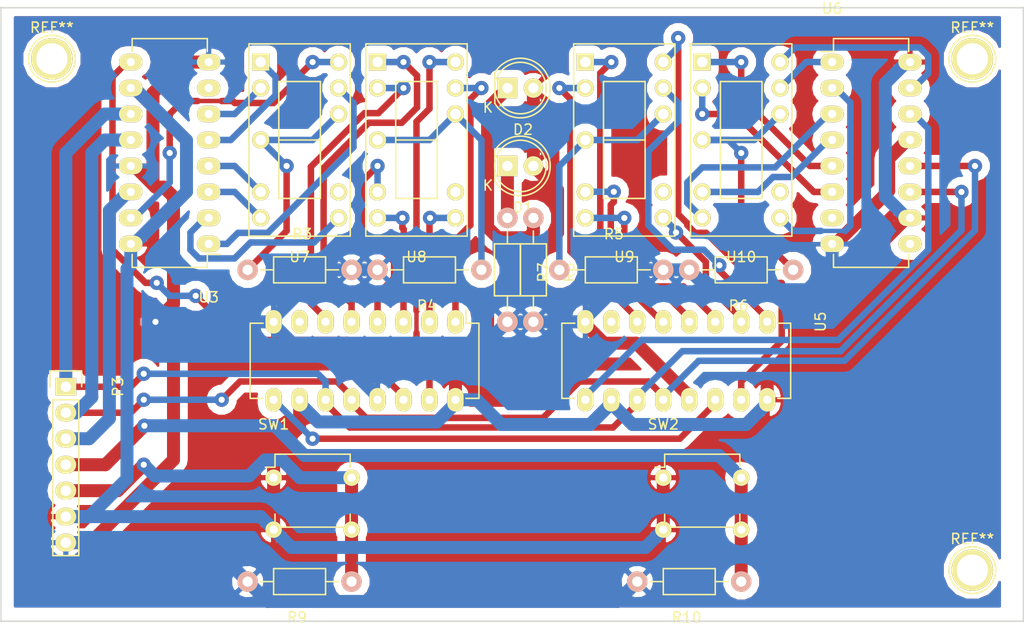
<source format=kicad_pcb>
(kicad_pcb (version 4) (host pcbnew "(2015-12-07 BZR 6352)-product")

  (general
    (links 86)
    (no_connects 0)
    (area -0.085001 -61.009 100.065001 0.71912)
    (thickness 1.6)
    (drawings 4)
    (tracks 424)
    (zones 0)
    (modules 24)
    (nets 54)
  )

  (page A4)
  (layers
    (0 F.Cu signal)
    (31 B.Cu signal)
    (32 B.Adhes user)
    (33 F.Adhes user)
    (34 B.Paste user)
    (35 F.Paste user)
    (36 B.SilkS user)
    (37 F.SilkS user)
    (38 B.Mask user)
    (39 F.Mask user)
    (40 Dwgs.User user)
    (41 Cmts.User user)
    (42 Eco1.User user)
    (43 Eco2.User user)
    (44 Edge.Cuts user)
    (45 Margin user)
    (46 B.CrtYd user)
    (47 F.CrtYd user)
    (48 B.Fab user)
    (49 F.Fab user)
  )

  (setup
    (last_trace_width 0.254)
    (user_trace_width 0.2032)
    (user_trace_width 0.254)
    (user_trace_width 0.3048)
    (user_trace_width 0.3302)
    (user_trace_width 0.508)
    (user_trace_width 0.635)
    (user_trace_width 0.762)
    (user_trace_width 1.27)
    (trace_clearance 0.254)
    (zone_clearance 0.762)
    (zone_45_only yes)
    (trace_min 0.2)
    (segment_width 0.2)
    (edge_width 0.15)
    (via_size 1.4)
    (via_drill 0.6)
    (via_min_size 0.4)
    (via_min_drill 0.3)
    (uvia_size 0.3)
    (uvia_drill 0.1)
    (uvias_allowed no)
    (uvia_min_size 0)
    (uvia_min_drill 0)
    (pcb_text_width 0.3)
    (pcb_text_size 1.5 1.5)
    (mod_edge_width 0.15)
    (mod_text_size 1 1)
    (mod_text_width 0.15)
    (pad_size 1.524 1.524)
    (pad_drill 0.762)
    (pad_to_mask_clearance 0.2)
    (aux_axis_origin 0 0)
    (grid_origin 129.54 119.38)
    (visible_elements FFFFFF7F)
    (pcbplotparams
      (layerselection 0x00000_80000000)
      (usegerberextensions false)
      (excludeedgelayer true)
      (linewidth 0.100000)
      (plotframeref false)
      (viasonmask false)
      (mode 1)
      (useauxorigin false)
      (hpglpennumber 1)
      (hpglpenspeed 20)
      (hpglpendiameter 15)
      (hpglpenoverlay 2)
      (psnegative false)
      (psa4output false)
      (plotreference true)
      (plotvalue true)
      (plotinvisibletext false)
      (padsonsilk false)
      (subtractmaskfromsilk false)
      (outputformat 1)
      (mirror false)
      (drillshape 0)
      (scaleselection 1)
      (outputdirectory ""))
  )

  (net 0 "")
  (net 1 GND)
  (net 2 Latch)
  (net 3 SER)
  (net 4 Clock)
  (net 5 +5V)
  (net 6 "Net-(D1-Pad1)")
  (net 7 "Net-(D2-Pad1)")
  (net 8 "Net-(R3-Pad1)")
  (net 9 "Net-(R4-Pad1)")
  (net 10 "Net-(R5-Pad1)")
  (net 11 "Net-(R6-Pad1)")
  (net 12 "Net-(U3-Pad1)")
  (net 13 "Net-(U3-Pad2)")
  (net 14 "Net-(U3-Pad3)")
  (net 15 "Net-(U3-Pad4)")
  (net 16 "Net-(U3-Pad5)")
  (net 17 "Net-(U3-Pad6)")
  (net 18 "Net-(U3-Pad9)")
  (net 19 "Net-(U3-Pad15)")
  (net 20 "Net-(U4-Pad1)")
  (net 21 "Net-(U4-Pad2)")
  (net 22 "Net-(U4-Pad3)")
  (net 23 "Net-(U4-Pad4)")
  (net 24 "Net-(U4-Pad5)")
  (net 25 "Net-(U4-Pad6)")
  (net 26 "Net-(U4-Pad9)")
  (net 27 "Net-(U4-Pad15)")
  (net 28 "Net-(U5-Pad1)")
  (net 29 "Net-(U5-Pad2)")
  (net 30 "Net-(U5-Pad3)")
  (net 31 "Net-(U5-Pad4)")
  (net 32 "Net-(U5-Pad5)")
  (net 33 "Net-(U5-Pad6)")
  (net 34 "Net-(U5-Pad9)")
  (net 35 "Net-(U5-Pad15)")
  (net 36 "Net-(U10-Pad13)")
  (net 37 "Net-(U10-Pad8)")
  (net 38 "Net-(U10-Pad7)")
  (net 39 "Net-(U10-Pad6)")
  (net 40 "Net-(U10-Pad1)")
  (net 41 "Net-(U10-Pad2)")
  (net 42 "Net-(U10-Pad14)")
  (net 43 MinuteButton)
  (net 44 HourButton)
  (net 45 "Net-(U3-Pad7)")
  (net 46 "Net-(U4-Pad7)")
  (net 47 "Net-(U5-Pad7)")
  (net 48 "Net-(U6-Pad7)")
  (net 49 "Net-(U6-Pad9)")
  (net 50 "Net-(U7-Pad9)")
  (net 51 "Net-(U8-Pad9)")
  (net 52 "Net-(U9-Pad9)")
  (net 53 "Net-(U10-Pad9)")

  (net_class Default "This is the default net class."
    (clearance 0.254)
    (trace_width 0.254)
    (via_dia 1.4)
    (via_drill 0.6)
    (uvia_dia 0.3)
    (uvia_drill 0.1)
    (add_net +5V)
    (add_net Clock)
    (add_net GND)
    (add_net HourButton)
    (add_net Latch)
    (add_net MinuteButton)
    (add_net "Net-(D1-Pad1)")
    (add_net "Net-(D2-Pad1)")
    (add_net "Net-(R3-Pad1)")
    (add_net "Net-(R4-Pad1)")
    (add_net "Net-(R5-Pad1)")
    (add_net "Net-(R6-Pad1)")
    (add_net "Net-(U10-Pad1)")
    (add_net "Net-(U10-Pad13)")
    (add_net "Net-(U10-Pad14)")
    (add_net "Net-(U10-Pad2)")
    (add_net "Net-(U10-Pad6)")
    (add_net "Net-(U10-Pad7)")
    (add_net "Net-(U10-Pad8)")
    (add_net "Net-(U10-Pad9)")
    (add_net "Net-(U3-Pad1)")
    (add_net "Net-(U3-Pad15)")
    (add_net "Net-(U3-Pad2)")
    (add_net "Net-(U3-Pad3)")
    (add_net "Net-(U3-Pad4)")
    (add_net "Net-(U3-Pad5)")
    (add_net "Net-(U3-Pad6)")
    (add_net "Net-(U3-Pad7)")
    (add_net "Net-(U3-Pad9)")
    (add_net "Net-(U4-Pad1)")
    (add_net "Net-(U4-Pad15)")
    (add_net "Net-(U4-Pad2)")
    (add_net "Net-(U4-Pad3)")
    (add_net "Net-(U4-Pad4)")
    (add_net "Net-(U4-Pad5)")
    (add_net "Net-(U4-Pad6)")
    (add_net "Net-(U4-Pad7)")
    (add_net "Net-(U4-Pad9)")
    (add_net "Net-(U5-Pad1)")
    (add_net "Net-(U5-Pad15)")
    (add_net "Net-(U5-Pad2)")
    (add_net "Net-(U5-Pad3)")
    (add_net "Net-(U5-Pad4)")
    (add_net "Net-(U5-Pad5)")
    (add_net "Net-(U5-Pad6)")
    (add_net "Net-(U5-Pad7)")
    (add_net "Net-(U5-Pad9)")
    (add_net "Net-(U6-Pad7)")
    (add_net "Net-(U6-Pad9)")
    (add_net "Net-(U7-Pad9)")
    (add_net "Net-(U8-Pad9)")
    (add_net "Net-(U9-Pad9)")
    (add_net SER)
  )

  (module Displays_7-Segment:MAN3640A (layer F.Cu) (tedit 0) (tstamp 5693ED53)
    (at 72.39 -46.99 270)
    (descr "Module for the MAN3640 7 segm display")
    (tags DIL)
    (path /56904BCF/569136D1)
    (fp_text reference U10 (at 11.43 0 360) (layer F.SilkS)
      (effects (font (size 1 1) (thickness 0.15)))
    )
    (fp_text value 7_segment (at -11.43 0 360) (layer F.Fab)
      (effects (font (size 1 1) (thickness 0.15)))
    )
    (fp_line (start 0 2.032) (end -5.715 2.032) (layer F.SilkS) (width 0.15))
    (fp_line (start -5.715 2.032) (end -5.715 -2.032) (layer F.SilkS) (width 0.15))
    (fp_line (start -5.715 -2.032) (end 5.715 -2.032) (layer F.SilkS) (width 0.15))
    (fp_line (start 5.715 -2.032) (end 5.715 2.032) (layer F.SilkS) (width 0.15))
    (fp_line (start 5.715 2.032) (end 0 2.032) (layer F.SilkS) (width 0.15))
    (fp_line (start 0 2.032) (end 0 -2.032) (layer F.SilkS) (width 0.15))
    (fp_line (start 9.398 4.953) (end 9.398 -4.953) (layer F.SilkS) (width 0.15))
    (fp_line (start 9.398 -4.953) (end -9.398 -4.953) (layer F.SilkS) (width 0.15))
    (fp_line (start -9.398 -4.953) (end -9.398 4.953) (layer F.SilkS) (width 0.15))
    (fp_line (start -9.398 4.953) (end 9.398 4.953) (layer F.SilkS) (width 0.15))
    (pad 1 thru_hole rect (at -7.62 3.81 270) (size 1.6764 1.6764) (drill 1.016) (layers *.Cu *.Mask F.SilkS)
      (net 40 "Net-(U10-Pad1)"))
    (pad 2 thru_hole circle (at -5.08 3.81 270) (size 1.6764 1.6764) (drill 1.016) (layers *.Cu *.Mask F.SilkS)
      (net 41 "Net-(U10-Pad2)"))
    (pad 4 thru_hole circle (at 0 3.81 270) (size 1.6764 1.6764) (drill 1.016) (layers *.Cu *.Mask F.SilkS)
      (net 11 "Net-(R6-Pad1)"))
    (pad 6 thru_hole circle (at 5.08 3.81 270) (size 1.6764 1.6764) (drill 1.016) (layers *.Cu *.Mask F.SilkS)
      (net 39 "Net-(U10-Pad6)"))
    (pad 7 thru_hole circle (at 7.62 3.81 270) (size 1.6764 1.6764) (drill 1.016) (layers *.Cu *.Mask F.SilkS)
      (net 38 "Net-(U10-Pad7)"))
    (pad 8 thru_hole circle (at 7.62 -3.81 270) (size 1.6764 1.6764) (drill 1.016) (layers *.Cu *.Mask F.SilkS)
      (net 37 "Net-(U10-Pad8)"))
    (pad 9 thru_hole circle (at 5.08 -3.81 270) (size 1.6764 1.6764) (drill 1.016) (layers *.Cu *.Mask F.SilkS)
      (net 53 "Net-(U10-Pad9)"))
    (pad 12 thru_hole circle (at -2.54 -3.81 270) (size 1.6764 1.6764) (drill 1.016) (layers *.Cu *.Mask F.SilkS)
      (net 11 "Net-(R6-Pad1)"))
    (pad 13 thru_hole circle (at -5.08 -3.81 270) (size 1.6764 1.6764) (drill 1.016) (layers *.Cu *.Mask F.SilkS)
      (net 36 "Net-(U10-Pad13)"))
    (pad 14 thru_hole circle (at -7.62 -3.81 270) (size 1.6764 1.6764) (drill 1.016) (layers *.Cu *.Mask F.SilkS)
      (net 42 "Net-(U10-Pad14)"))
    (model Displays_7-Segment.3dshapes/MAN3640A.wrl
      (at (xyz 0 0 0))
      (scale (xyz 1 1 1))
      (rotate (xyz 0 0 90))
    )
  )

  (module Housings_DIP:DIP-16_W7.62mm_LongPads (layer F.Cu) (tedit 54130A77) (tstamp 5693EC96)
    (at 20.32 -36.83 180)
    (descr "16-lead dip package, row spacing 7.62 mm (300 mils), longer pads")
    (tags "dil dip 2.54 300")
    (path /56904BCF/569054C1)
    (fp_text reference U3 (at 0 -5.22 180) (layer F.SilkS)
      (effects (font (size 1 1) (thickness 0.15)))
    )
    (fp_text value 74HC595 (at 0 -3.72 180) (layer F.Fab)
      (effects (font (size 1 1) (thickness 0.15)))
    )
    (fp_line (start -1.4 -2.45) (end -1.4 20.25) (layer F.CrtYd) (width 0.05))
    (fp_line (start 9 -2.45) (end 9 20.25) (layer F.CrtYd) (width 0.05))
    (fp_line (start -1.4 -2.45) (end 9 -2.45) (layer F.CrtYd) (width 0.05))
    (fp_line (start -1.4 20.25) (end 9 20.25) (layer F.CrtYd) (width 0.05))
    (fp_line (start 0.135 -2.295) (end 0.135 -1.025) (layer F.SilkS) (width 0.15))
    (fp_line (start 7.485 -2.295) (end 7.485 -1.025) (layer F.SilkS) (width 0.15))
    (fp_line (start 7.485 20.075) (end 7.485 18.805) (layer F.SilkS) (width 0.15))
    (fp_line (start 0.135 20.075) (end 0.135 18.805) (layer F.SilkS) (width 0.15))
    (fp_line (start 0.135 -2.295) (end 7.485 -2.295) (layer F.SilkS) (width 0.15))
    (fp_line (start 0.135 20.075) (end 7.485 20.075) (layer F.SilkS) (width 0.15))
    (fp_line (start 0.135 -1.025) (end -1.15 -1.025) (layer F.SilkS) (width 0.15))
    (pad 1 thru_hole oval (at 0 0 180) (size 2.3 1.6) (drill 0.8) (layers *.Cu *.Mask F.SilkS)
      (net 12 "Net-(U3-Pad1)"))
    (pad 2 thru_hole oval (at 0 2.54 180) (size 2.3 1.6) (drill 0.8) (layers *.Cu *.Mask F.SilkS)
      (net 13 "Net-(U3-Pad2)"))
    (pad 3 thru_hole oval (at 0 5.08 180) (size 2.3 1.6) (drill 0.8) (layers *.Cu *.Mask F.SilkS)
      (net 14 "Net-(U3-Pad3)"))
    (pad 4 thru_hole oval (at 0 7.62 180) (size 2.3 1.6) (drill 0.8) (layers *.Cu *.Mask F.SilkS)
      (net 15 "Net-(U3-Pad4)"))
    (pad 5 thru_hole oval (at 0 10.16 180) (size 2.3 1.6) (drill 0.8) (layers *.Cu *.Mask F.SilkS)
      (net 16 "Net-(U3-Pad5)"))
    (pad 6 thru_hole oval (at 0 12.7 180) (size 2.3 1.6) (drill 0.8) (layers *.Cu *.Mask F.SilkS)
      (net 17 "Net-(U3-Pad6)"))
    (pad 7 thru_hole oval (at 0 15.24 180) (size 2.3 1.6) (drill 0.8) (layers *.Cu *.Mask F.SilkS)
      (net 45 "Net-(U3-Pad7)"))
    (pad 8 thru_hole oval (at 0 17.78 180) (size 2.3 1.6) (drill 0.8) (layers *.Cu *.Mask F.SilkS)
      (net 1 GND))
    (pad 9 thru_hole oval (at 7.62 17.78 180) (size 2.3 1.6) (drill 0.8) (layers *.Cu *.Mask F.SilkS)
      (net 18 "Net-(U3-Pad9)"))
    (pad 10 thru_hole oval (at 7.62 15.24 180) (size 2.3 1.6) (drill 0.8) (layers *.Cu *.Mask F.SilkS)
      (net 5 +5V))
    (pad 11 thru_hole oval (at 7.62 12.7 180) (size 2.3 1.6) (drill 0.8) (layers *.Cu *.Mask F.SilkS)
      (net 4 Clock))
    (pad 12 thru_hole oval (at 7.62 10.16 180) (size 2.3 1.6) (drill 0.8) (layers *.Cu *.Mask F.SilkS)
      (net 2 Latch))
    (pad 13 thru_hole oval (at 7.62 7.62 180) (size 2.3 1.6) (drill 0.8) (layers *.Cu *.Mask F.SilkS)
      (net 1 GND))
    (pad 14 thru_hole oval (at 7.62 5.08 180) (size 2.3 1.6) (drill 0.8) (layers *.Cu *.Mask F.SilkS)
      (net 3 SER))
    (pad 15 thru_hole oval (at 7.62 2.54 180) (size 2.3 1.6) (drill 0.8) (layers *.Cu *.Mask F.SilkS)
      (net 19 "Net-(U3-Pad15)"))
    (pad 16 thru_hole oval (at 7.62 0 180) (size 2.3 1.6) (drill 0.8) (layers *.Cu *.Mask F.SilkS)
      (net 5 +5V))
    (model Housings_DIP.3dshapes/DIP-16_W7.62mm_LongPads.wrl
      (at (xyz 0 0 0))
      (scale (xyz 1 1 1))
      (rotate (xyz 0 0 0))
    )
  )

  (module Displays_7-Segment:MAN3640A (layer F.Cu) (tedit 0) (tstamp 5693ED23)
    (at 40.64 -46.99 270)
    (descr "Module for the MAN3640 7 segm display")
    (tags DIL)
    (path /56904BCF/569135CC)
    (fp_text reference U8 (at 11.43 0 360) (layer F.SilkS)
      (effects (font (size 1 1) (thickness 0.15)))
    )
    (fp_text value 7_segment (at -11.43 0 360) (layer F.Fab)
      (effects (font (size 1 1) (thickness 0.15)))
    )
    (fp_line (start 0 2.032) (end -5.715 2.032) (layer F.SilkS) (width 0.15))
    (fp_line (start -5.715 2.032) (end -5.715 -2.032) (layer F.SilkS) (width 0.15))
    (fp_line (start -5.715 -2.032) (end 5.715 -2.032) (layer F.SilkS) (width 0.15))
    (fp_line (start 5.715 -2.032) (end 5.715 2.032) (layer F.SilkS) (width 0.15))
    (fp_line (start 5.715 2.032) (end 0 2.032) (layer F.SilkS) (width 0.15))
    (fp_line (start 0 2.032) (end 0 -2.032) (layer F.SilkS) (width 0.15))
    (fp_line (start 9.398 4.953) (end 9.398 -4.953) (layer F.SilkS) (width 0.15))
    (fp_line (start 9.398 -4.953) (end -9.398 -4.953) (layer F.SilkS) (width 0.15))
    (fp_line (start -9.398 -4.953) (end -9.398 4.953) (layer F.SilkS) (width 0.15))
    (fp_line (start -9.398 4.953) (end 9.398 4.953) (layer F.SilkS) (width 0.15))
    (pad 1 thru_hole rect (at -7.62 3.81 270) (size 1.6764 1.6764) (drill 1.016) (layers *.Cu *.Mask F.SilkS)
      (net 24 "Net-(U4-Pad5)"))
    (pad 2 thru_hole circle (at -5.08 3.81 270) (size 1.6764 1.6764) (drill 1.016) (layers *.Cu *.Mask F.SilkS)
      (net 25 "Net-(U4-Pad6)"))
    (pad 4 thru_hole circle (at 0 3.81 270) (size 1.6764 1.6764) (drill 1.016) (layers *.Cu *.Mask F.SilkS)
      (net 9 "Net-(R4-Pad1)"))
    (pad 6 thru_hole circle (at 5.08 3.81 270) (size 1.6764 1.6764) (drill 1.016) (layers *.Cu *.Mask F.SilkS)
      (net 23 "Net-(U4-Pad4)"))
    (pad 7 thru_hole circle (at 7.62 3.81 270) (size 1.6764 1.6764) (drill 1.016) (layers *.Cu *.Mask F.SilkS)
      (net 22 "Net-(U4-Pad3)"))
    (pad 8 thru_hole circle (at 7.62 -3.81 270) (size 1.6764 1.6764) (drill 1.016) (layers *.Cu *.Mask F.SilkS)
      (net 21 "Net-(U4-Pad2)"))
    (pad 9 thru_hole circle (at 5.08 -3.81 270) (size 1.6764 1.6764) (drill 1.016) (layers *.Cu *.Mask F.SilkS)
      (net 51 "Net-(U8-Pad9)"))
    (pad 12 thru_hole circle (at -2.54 -3.81 270) (size 1.6764 1.6764) (drill 1.016) (layers *.Cu *.Mask F.SilkS)
      (net 9 "Net-(R4-Pad1)"))
    (pad 13 thru_hole circle (at -5.08 -3.81 270) (size 1.6764 1.6764) (drill 1.016) (layers *.Cu *.Mask F.SilkS)
      (net 20 "Net-(U4-Pad1)"))
    (pad 14 thru_hole circle (at -7.62 -3.81 270) (size 1.6764 1.6764) (drill 1.016) (layers *.Cu *.Mask F.SilkS)
      (net 27 "Net-(U4-Pad15)"))
    (model Displays_7-Segment.3dshapes/MAN3640A.wrl
      (at (xyz 0 0 0))
      (scale (xyz 1 1 1))
      (rotate (xyz 0 0 90))
    )
  )

  (module LEDs:LED-5MM (layer F.Cu) (tedit 5570F7EA) (tstamp 5693EB02)
    (at 49.53 -44.45)
    (descr "LED 5mm round vertical")
    (tags "LED 5mm round vertical")
    (path /56904BCF/56918591)
    (fp_text reference D1 (at 1.524 4.064) (layer F.SilkS)
      (effects (font (size 1 1) (thickness 0.15)))
    )
    (fp_text value LED (at 1.524 -3.937) (layer F.Fab)
      (effects (font (size 1 1) (thickness 0.15)))
    )
    (fp_line (start -1.5 -1.55) (end -1.5 1.55) (layer F.CrtYd) (width 0.05))
    (fp_arc (start 1.3 0) (end -1.5 1.55) (angle -302) (layer F.CrtYd) (width 0.05))
    (fp_arc (start 1.27 0) (end -1.23 -1.5) (angle 297.5) (layer F.SilkS) (width 0.15))
    (fp_line (start -1.23 1.5) (end -1.23 -1.5) (layer F.SilkS) (width 0.15))
    (fp_circle (center 1.27 0) (end 0.97 -2.5) (layer F.SilkS) (width 0.15))
    (fp_text user K (at -1.905 1.905) (layer F.SilkS)
      (effects (font (size 1 1) (thickness 0.15)))
    )
    (pad 1 thru_hole rect (at 0 0 90) (size 2 1.9) (drill 1.00076) (layers *.Cu *.Mask F.SilkS)
      (net 6 "Net-(D1-Pad1)"))
    (pad 2 thru_hole circle (at 2.54 0) (size 1.9 1.9) (drill 1.00076) (layers *.Cu *.Mask F.SilkS)
      (net 5 +5V))
    (model LEDs.3dshapes/LED-5MM.wrl
      (at (xyz 0.05 0 0))
      (scale (xyz 1 1 1))
      (rotate (xyz 0 0 90))
    )
  )

  (module LEDs:LED-5MM (layer F.Cu) (tedit 5570F7EA) (tstamp 5693EB0E)
    (at 49.53 -52.07)
    (descr "LED 5mm round vertical")
    (tags "LED 5mm round vertical")
    (path /56904BCF/5691865C)
    (fp_text reference D2 (at 1.524 4.064) (layer F.SilkS)
      (effects (font (size 1 1) (thickness 0.15)))
    )
    (fp_text value LED (at 1.524 -3.937) (layer F.Fab)
      (effects (font (size 1 1) (thickness 0.15)))
    )
    (fp_line (start -1.5 -1.55) (end -1.5 1.55) (layer F.CrtYd) (width 0.05))
    (fp_arc (start 1.3 0) (end -1.5 1.55) (angle -302) (layer F.CrtYd) (width 0.05))
    (fp_arc (start 1.27 0) (end -1.23 -1.5) (angle 297.5) (layer F.SilkS) (width 0.15))
    (fp_line (start -1.23 1.5) (end -1.23 -1.5) (layer F.SilkS) (width 0.15))
    (fp_circle (center 1.27 0) (end 0.97 -2.5) (layer F.SilkS) (width 0.15))
    (fp_text user K (at -1.905 1.905) (layer F.SilkS)
      (effects (font (size 1 1) (thickness 0.15)))
    )
    (pad 1 thru_hole rect (at 0 0 90) (size 2 1.9) (drill 1.00076) (layers *.Cu *.Mask F.SilkS)
      (net 7 "Net-(D2-Pad1)"))
    (pad 2 thru_hole circle (at 2.54 0) (size 1.9 1.9) (drill 1.00076) (layers *.Cu *.Mask F.SilkS)
      (net 5 +5V))
    (model LEDs.3dshapes/LED-5MM.wrl
      (at (xyz 0.05 0 0))
      (scale (xyz 1 1 1))
      (rotate (xyz 0 0 90))
    )
  )

  (module Socket_Strips:Socket_Strip_Straight_1x07 (layer F.Cu) (tedit 0) (tstamp 5693EBBB)
    (at 6.35 -22.86 270)
    (descr "Through hole socket strip")
    (tags "socket strip")
    (path /56904BCF/569050AA)
    (fp_text reference P3 (at 0 -5.1 270) (layer F.SilkS)
      (effects (font (size 1 1) (thickness 0.15)))
    )
    (fp_text value CONN_01X07 (at 0 -3.1 270) (layer F.Fab)
      (effects (font (size 1 1) (thickness 0.15)))
    )
    (fp_line (start -1.75 -1.75) (end -1.75 1.75) (layer F.CrtYd) (width 0.05))
    (fp_line (start 17 -1.75) (end 17 1.75) (layer F.CrtYd) (width 0.05))
    (fp_line (start -1.75 -1.75) (end 17 -1.75) (layer F.CrtYd) (width 0.05))
    (fp_line (start -1.75 1.75) (end 17 1.75) (layer F.CrtYd) (width 0.05))
    (fp_line (start 1.27 1.27) (end 16.51 1.27) (layer F.SilkS) (width 0.15))
    (fp_line (start 16.51 1.27) (end 16.51 -1.27) (layer F.SilkS) (width 0.15))
    (fp_line (start 16.51 -1.27) (end 1.27 -1.27) (layer F.SilkS) (width 0.15))
    (fp_line (start -1.55 1.55) (end 0 1.55) (layer F.SilkS) (width 0.15))
    (fp_line (start 1.27 1.27) (end 1.27 -1.27) (layer F.SilkS) (width 0.15))
    (fp_line (start 0 -1.55) (end -1.55 -1.55) (layer F.SilkS) (width 0.15))
    (fp_line (start -1.55 -1.55) (end -1.55 1.55) (layer F.SilkS) (width 0.15))
    (pad 1 thru_hole rect (at 0 0 270) (size 1.7272 2.032) (drill 1.016) (layers *.Cu *.Mask F.SilkS)
      (net 4 Clock))
    (pad 2 thru_hole oval (at 2.54 0 270) (size 1.7272 2.032) (drill 1.016) (layers *.Cu *.Mask F.SilkS)
      (net 2 Latch))
    (pad 3 thru_hole oval (at 5.08 0 270) (size 1.7272 2.032) (drill 1.016) (layers *.Cu *.Mask F.SilkS)
      (net 3 SER))
    (pad 4 thru_hole oval (at 7.62 0 270) (size 1.7272 2.032) (drill 1.016) (layers *.Cu *.Mask F.SilkS)
      (net 43 MinuteButton))
    (pad 5 thru_hole oval (at 10.16 0 270) (size 1.7272 2.032) (drill 1.016) (layers *.Cu *.Mask F.SilkS)
      (net 44 HourButton))
    (pad 6 thru_hole oval (at 12.7 0 270) (size 1.7272 2.032) (drill 1.016) (layers *.Cu *.Mask F.SilkS)
      (net 5 +5V))
    (pad 7 thru_hole oval (at 15.24 0 270) (size 1.7272 2.032) (drill 1.016) (layers *.Cu *.Mask F.SilkS)
      (net 1 GND))
    (model Socket_Strips.3dshapes/Socket_Strip_Straight_1x07.wrl
      (at (xyz 0.3 0 0))
      (scale (xyz 1 1 1))
      (rotate (xyz 0 0 180))
    )
  )

  (module Resistors_ThroughHole:Resistor_Horizontal_RM10mm (layer F.Cu) (tedit 53F56209) (tstamp 5693EBDF)
    (at 29.21 -34.29)
    (descr "Resistor, Axial,  RM 10mm, 1/3W,")
    (tags "Resistor, Axial, RM 10mm, 1/3W,")
    (path /56904BCF/5691681B)
    (fp_text reference R3 (at 0.24892 -3.50012) (layer F.SilkS)
      (effects (font (size 1 1) (thickness 0.15)))
    )
    (fp_text value 1K (at 3.81 3.81) (layer F.Fab)
      (effects (font (size 1 1) (thickness 0.15)))
    )
    (fp_line (start -2.54 -1.27) (end 2.54 -1.27) (layer F.SilkS) (width 0.15))
    (fp_line (start 2.54 -1.27) (end 2.54 1.27) (layer F.SilkS) (width 0.15))
    (fp_line (start 2.54 1.27) (end -2.54 1.27) (layer F.SilkS) (width 0.15))
    (fp_line (start -2.54 1.27) (end -2.54 -1.27) (layer F.SilkS) (width 0.15))
    (fp_line (start -2.54 0) (end -3.81 0) (layer F.SilkS) (width 0.15))
    (fp_line (start 2.54 0) (end 3.81 0) (layer F.SilkS) (width 0.15))
    (pad 1 thru_hole circle (at -5.08 0) (size 1.99898 1.99898) (drill 1.00076) (layers *.Cu *.SilkS *.Mask)
      (net 8 "Net-(R3-Pad1)"))
    (pad 2 thru_hole circle (at 5.08 0) (size 1.99898 1.99898) (drill 1.00076) (layers *.Cu *.SilkS *.Mask)
      (net 1 GND))
    (model Resistors_ThroughHole.3dshapes/Resistor_Horizontal_RM10mm.wrl
      (at (xyz 0 0 0))
      (scale (xyz 0.4 0.4 0.4))
      (rotate (xyz 0 0 0))
    )
  )

  (module Resistors_ThroughHole:Resistor_Horizontal_RM10mm (layer F.Cu) (tedit 53F56209) (tstamp 5693EBEB)
    (at 41.91 -34.29 180)
    (descr "Resistor, Axial,  RM 10mm, 1/3W,")
    (tags "Resistor, Axial, RM 10mm, 1/3W,")
    (path /56904BCF/56916CE1)
    (fp_text reference R4 (at 0.24892 -3.50012 180) (layer F.SilkS)
      (effects (font (size 1 1) (thickness 0.15)))
    )
    (fp_text value 1K (at 3.81 3.81 180) (layer F.Fab)
      (effects (font (size 1 1) (thickness 0.15)))
    )
    (fp_line (start -2.54 -1.27) (end 2.54 -1.27) (layer F.SilkS) (width 0.15))
    (fp_line (start 2.54 -1.27) (end 2.54 1.27) (layer F.SilkS) (width 0.15))
    (fp_line (start 2.54 1.27) (end -2.54 1.27) (layer F.SilkS) (width 0.15))
    (fp_line (start -2.54 1.27) (end -2.54 -1.27) (layer F.SilkS) (width 0.15))
    (fp_line (start -2.54 0) (end -3.81 0) (layer F.SilkS) (width 0.15))
    (fp_line (start 2.54 0) (end 3.81 0) (layer F.SilkS) (width 0.15))
    (pad 1 thru_hole circle (at -5.08 0 180) (size 1.99898 1.99898) (drill 1.00076) (layers *.Cu *.SilkS *.Mask)
      (net 9 "Net-(R4-Pad1)"))
    (pad 2 thru_hole circle (at 5.08 0 180) (size 1.99898 1.99898) (drill 1.00076) (layers *.Cu *.SilkS *.Mask)
      (net 1 GND))
    (model Resistors_ThroughHole.3dshapes/Resistor_Horizontal_RM10mm.wrl
      (at (xyz 0 0 0))
      (scale (xyz 0.4 0.4 0.4))
      (rotate (xyz 0 0 0))
    )
  )

  (module Resistors_ThroughHole:Resistor_Horizontal_RM10mm (layer F.Cu) (tedit 53F56209) (tstamp 5693EBF7)
    (at 59.69 -34.29)
    (descr "Resistor, Axial,  RM 10mm, 1/3W,")
    (tags "Resistor, Axial, RM 10mm, 1/3W,")
    (path /56904BCF/56917170)
    (fp_text reference R5 (at 0.24892 -3.50012) (layer F.SilkS)
      (effects (font (size 1 1) (thickness 0.15)))
    )
    (fp_text value 1K (at 3.81 3.81) (layer F.Fab)
      (effects (font (size 1 1) (thickness 0.15)))
    )
    (fp_line (start -2.54 -1.27) (end 2.54 -1.27) (layer F.SilkS) (width 0.15))
    (fp_line (start 2.54 -1.27) (end 2.54 1.27) (layer F.SilkS) (width 0.15))
    (fp_line (start 2.54 1.27) (end -2.54 1.27) (layer F.SilkS) (width 0.15))
    (fp_line (start -2.54 1.27) (end -2.54 -1.27) (layer F.SilkS) (width 0.15))
    (fp_line (start -2.54 0) (end -3.81 0) (layer F.SilkS) (width 0.15))
    (fp_line (start 2.54 0) (end 3.81 0) (layer F.SilkS) (width 0.15))
    (pad 1 thru_hole circle (at -5.08 0) (size 1.99898 1.99898) (drill 1.00076) (layers *.Cu *.SilkS *.Mask)
      (net 10 "Net-(R5-Pad1)"))
    (pad 2 thru_hole circle (at 5.08 0) (size 1.99898 1.99898) (drill 1.00076) (layers *.Cu *.SilkS *.Mask)
      (net 1 GND))
    (model Resistors_ThroughHole.3dshapes/Resistor_Horizontal_RM10mm.wrl
      (at (xyz 0 0 0))
      (scale (xyz 0.4 0.4 0.4))
      (rotate (xyz 0 0 0))
    )
  )

  (module Resistors_ThroughHole:Resistor_Horizontal_RM10mm (layer F.Cu) (tedit 53F56209) (tstamp 5693EC03)
    (at 72.39 -34.29 180)
    (descr "Resistor, Axial,  RM 10mm, 1/3W,")
    (tags "Resistor, Axial, RM 10mm, 1/3W,")
    (path /56904BCF/5691780C)
    (fp_text reference R6 (at 0.24892 -3.50012 180) (layer F.SilkS)
      (effects (font (size 1 1) (thickness 0.15)))
    )
    (fp_text value 1K (at 3.81 3.81 180) (layer F.Fab)
      (effects (font (size 1 1) (thickness 0.15)))
    )
    (fp_line (start -2.54 -1.27) (end 2.54 -1.27) (layer F.SilkS) (width 0.15))
    (fp_line (start 2.54 -1.27) (end 2.54 1.27) (layer F.SilkS) (width 0.15))
    (fp_line (start 2.54 1.27) (end -2.54 1.27) (layer F.SilkS) (width 0.15))
    (fp_line (start -2.54 1.27) (end -2.54 -1.27) (layer F.SilkS) (width 0.15))
    (fp_line (start -2.54 0) (end -3.81 0) (layer F.SilkS) (width 0.15))
    (fp_line (start 2.54 0) (end 3.81 0) (layer F.SilkS) (width 0.15))
    (pad 1 thru_hole circle (at -5.08 0 180) (size 1.99898 1.99898) (drill 1.00076) (layers *.Cu *.SilkS *.Mask)
      (net 11 "Net-(R6-Pad1)"))
    (pad 2 thru_hole circle (at 5.08 0 180) (size 1.99898 1.99898) (drill 1.00076) (layers *.Cu *.SilkS *.Mask)
      (net 1 GND))
    (model Resistors_ThroughHole.3dshapes/Resistor_Horizontal_RM10mm.wrl
      (at (xyz 0 0 0))
      (scale (xyz 0.4 0.4 0.4))
      (rotate (xyz 0 0 0))
    )
  )

  (module Resistors_ThroughHole:Resistor_Horizontal_RM10mm (layer F.Cu) (tedit 53F56209) (tstamp 5693EC0F)
    (at 49.53 -34.29 270)
    (descr "Resistor, Axial,  RM 10mm, 1/3W,")
    (tags "Resistor, Axial, RM 10mm, 1/3W,")
    (path /56904BCF/569188B9)
    (fp_text reference R7 (at 0.24892 -3.50012 270) (layer F.SilkS)
      (effects (font (size 1 1) (thickness 0.15)))
    )
    (fp_text value 470R (at 3.81 3.81 270) (layer F.Fab)
      (effects (font (size 1 1) (thickness 0.15)))
    )
    (fp_line (start -2.54 -1.27) (end 2.54 -1.27) (layer F.SilkS) (width 0.15))
    (fp_line (start 2.54 -1.27) (end 2.54 1.27) (layer F.SilkS) (width 0.15))
    (fp_line (start 2.54 1.27) (end -2.54 1.27) (layer F.SilkS) (width 0.15))
    (fp_line (start -2.54 1.27) (end -2.54 -1.27) (layer F.SilkS) (width 0.15))
    (fp_line (start -2.54 0) (end -3.81 0) (layer F.SilkS) (width 0.15))
    (fp_line (start 2.54 0) (end 3.81 0) (layer F.SilkS) (width 0.15))
    (pad 1 thru_hole circle (at -5.08 0 270) (size 1.99898 1.99898) (drill 1.00076) (layers *.Cu *.SilkS *.Mask)
      (net 6 "Net-(D1-Pad1)"))
    (pad 2 thru_hole circle (at 5.08 0 270) (size 1.99898 1.99898) (drill 1.00076) (layers *.Cu *.SilkS *.Mask)
      (net 1 GND))
    (model Resistors_ThroughHole.3dshapes/Resistor_Horizontal_RM10mm.wrl
      (at (xyz 0 0 0))
      (scale (xyz 0.4 0.4 0.4))
      (rotate (xyz 0 0 0))
    )
  )

  (module Resistors_ThroughHole:Resistor_Horizontal_RM10mm (layer F.Cu) (tedit 53F56209) (tstamp 5693EC1B)
    (at 52.07 -34.29 270)
    (descr "Resistor, Axial,  RM 10mm, 1/3W,")
    (tags "Resistor, Axial, RM 10mm, 1/3W,")
    (path /56904BCF/56918908)
    (fp_text reference R8 (at 0.24892 -3.50012 270) (layer F.SilkS)
      (effects (font (size 1 1) (thickness 0.15)))
    )
    (fp_text value 470R (at 3.81 3.81 270) (layer F.Fab)
      (effects (font (size 1 1) (thickness 0.15)))
    )
    (fp_line (start -2.54 -1.27) (end 2.54 -1.27) (layer F.SilkS) (width 0.15))
    (fp_line (start 2.54 -1.27) (end 2.54 1.27) (layer F.SilkS) (width 0.15))
    (fp_line (start 2.54 1.27) (end -2.54 1.27) (layer F.SilkS) (width 0.15))
    (fp_line (start -2.54 1.27) (end -2.54 -1.27) (layer F.SilkS) (width 0.15))
    (fp_line (start -2.54 0) (end -3.81 0) (layer F.SilkS) (width 0.15))
    (fp_line (start 2.54 0) (end 3.81 0) (layer F.SilkS) (width 0.15))
    (pad 1 thru_hole circle (at -5.08 0 270) (size 1.99898 1.99898) (drill 1.00076) (layers *.Cu *.SilkS *.Mask)
      (net 7 "Net-(D2-Pad1)"))
    (pad 2 thru_hole circle (at 5.08 0 270) (size 1.99898 1.99898) (drill 1.00076) (layers *.Cu *.SilkS *.Mask)
      (net 1 GND))
    (model Resistors_ThroughHole.3dshapes/Resistor_Horizontal_RM10mm.wrl
      (at (xyz 0 0 0))
      (scale (xyz 0.4 0.4 0.4))
      (rotate (xyz 0 0 0))
    )
  )

  (module Resistors_ThroughHole:Resistor_Horizontal_RM10mm (layer F.Cu) (tedit 53F56209) (tstamp 5693EC27)
    (at 29.21 -3.81 180)
    (descr "Resistor, Axial,  RM 10mm, 1/3W,")
    (tags "Resistor, Axial, RM 10mm, 1/3W,")
    (path /56904BCF/5691B5D1)
    (fp_text reference R9 (at 0.24892 -3.50012 180) (layer F.SilkS)
      (effects (font (size 1 1) (thickness 0.15)))
    )
    (fp_text value 10K (at 3.81 3.81 180) (layer F.Fab)
      (effects (font (size 1 1) (thickness 0.15)))
    )
    (fp_line (start -2.54 -1.27) (end 2.54 -1.27) (layer F.SilkS) (width 0.15))
    (fp_line (start 2.54 -1.27) (end 2.54 1.27) (layer F.SilkS) (width 0.15))
    (fp_line (start 2.54 1.27) (end -2.54 1.27) (layer F.SilkS) (width 0.15))
    (fp_line (start -2.54 1.27) (end -2.54 -1.27) (layer F.SilkS) (width 0.15))
    (fp_line (start -2.54 0) (end -3.81 0) (layer F.SilkS) (width 0.15))
    (fp_line (start 2.54 0) (end 3.81 0) (layer F.SilkS) (width 0.15))
    (pad 1 thru_hole circle (at -5.08 0 180) (size 1.99898 1.99898) (drill 1.00076) (layers *.Cu *.SilkS *.Mask)
      (net 44 HourButton))
    (pad 2 thru_hole circle (at 5.08 0 180) (size 1.99898 1.99898) (drill 1.00076) (layers *.Cu *.SilkS *.Mask)
      (net 1 GND))
    (model Resistors_ThroughHole.3dshapes/Resistor_Horizontal_RM10mm.wrl
      (at (xyz 0 0 0))
      (scale (xyz 0.4 0.4 0.4))
      (rotate (xyz 0 0 0))
    )
  )

  (module Resistors_ThroughHole:Resistor_Horizontal_RM10mm (layer F.Cu) (tedit 53F56209) (tstamp 5693EC33)
    (at 67.31 -3.81 180)
    (descr "Resistor, Axial,  RM 10mm, 1/3W,")
    (tags "Resistor, Axial, RM 10mm, 1/3W,")
    (path /56904BCF/5691B68E)
    (fp_text reference R10 (at 0.24892 -3.50012 180) (layer F.SilkS)
      (effects (font (size 1 1) (thickness 0.15)))
    )
    (fp_text value 10K (at 3.81 3.81 180) (layer F.Fab)
      (effects (font (size 1 1) (thickness 0.15)))
    )
    (fp_line (start -2.54 -1.27) (end 2.54 -1.27) (layer F.SilkS) (width 0.15))
    (fp_line (start 2.54 -1.27) (end 2.54 1.27) (layer F.SilkS) (width 0.15))
    (fp_line (start 2.54 1.27) (end -2.54 1.27) (layer F.SilkS) (width 0.15))
    (fp_line (start -2.54 1.27) (end -2.54 -1.27) (layer F.SilkS) (width 0.15))
    (fp_line (start -2.54 0) (end -3.81 0) (layer F.SilkS) (width 0.15))
    (fp_line (start 2.54 0) (end 3.81 0) (layer F.SilkS) (width 0.15))
    (pad 1 thru_hole circle (at -5.08 0 180) (size 1.99898 1.99898) (drill 1.00076) (layers *.Cu *.SilkS *.Mask)
      (net 43 MinuteButton))
    (pad 2 thru_hole circle (at 5.08 0 180) (size 1.99898 1.99898) (drill 1.00076) (layers *.Cu *.SilkS *.Mask)
      (net 1 GND))
    (model Resistors_ThroughHole.3dshapes/Resistor_Horizontal_RM10mm.wrl
      (at (xyz 0 0 0))
      (scale (xyz 0.4 0.4 0.4))
      (rotate (xyz 0 0 0))
    )
  )

  (module Footprints:PushButton (layer F.Cu) (tedit 54130A77) (tstamp 5693EC3B)
    (at 26.67 -13.97)
    (descr "4-lead dip package, row spacing 7.62 mm (300 mils)")
    (tags "dil dip 2.54 300")
    (path /56904BCF/5691A74A)
    (fp_text reference SW1 (at 0 -5.22) (layer F.SilkS)
      (effects (font (size 1 1) (thickness 0.15)))
    )
    (fp_text value PushButton (at 0 -3.72) (layer F.Fab)
      (effects (font (size 1 1) (thickness 0.15)))
    )
    (fp_line (start -1.05 -2.45) (end -1.05 5) (layer F.CrtYd) (width 0.05))
    (fp_line (start 8.65 -2.45) (end 8.65 5) (layer F.CrtYd) (width 0.05))
    (fp_line (start -1.05 -2.45) (end 8.65 -2.45) (layer F.CrtYd) (width 0.05))
    (fp_line (start -1.05 5) (end 8.65 5) (layer F.CrtYd) (width 0.05))
    (fp_line (start 0.135 -2.295) (end 0.135 -1.025) (layer F.SilkS) (width 0.15))
    (fp_line (start 7.485 -2.295) (end 7.485 -1.025) (layer F.SilkS) (width 0.15))
    (fp_line (start 7.485 4.835) (end 7.485 3.565) (layer F.SilkS) (width 0.15))
    (fp_line (start 0.135 4.835) (end 0.135 3.565) (layer F.SilkS) (width 0.15))
    (fp_line (start 0.135 -2.295) (end 7.485 -2.295) (layer F.SilkS) (width 0.15))
    (fp_line (start 0.135 4.835) (end 7.485 4.835) (layer F.SilkS) (width 0.15))
    (fp_line (start 0.135 -1.025) (end -0.8 -1.025) (layer F.SilkS) (width 0.15))
    (pad 1 thru_hole oval (at 0 0) (size 1.6 1.6) (drill 0.8) (layers *.Cu *.Mask F.SilkS)
      (net 5 +5V))
    (pad 2 thru_hole oval (at 0 5.08) (size 1.6 1.6) (drill 0.8) (layers *.Cu *.Mask F.SilkS)
      (net 5 +5V))
    (pad 3 thru_hole oval (at 7.62 5.08) (size 1.6 1.6) (drill 0.8) (layers *.Cu *.Mask F.SilkS)
      (net 44 HourButton))
    (pad 4 thru_hole oval (at 7.62 0) (size 1.6 1.6) (drill 0.8) (layers *.Cu *.Mask F.SilkS)
      (net 44 HourButton))
    (model Housings_DIP.3dshapes/DIP-4_W7.62mm.wrl
      (at (xyz 0 0 0))
      (scale (xyz 1 1 1))
      (rotate (xyz 0 0 0))
    )
  )

  (module Footprints:PushButton (layer F.Cu) (tedit 54130A77) (tstamp 5693EC43)
    (at 64.77 -13.97)
    (descr "4-lead dip package, row spacing 7.62 mm (300 mils)")
    (tags "dil dip 2.54 300")
    (path /56904BCF/5691A7CD)
    (fp_text reference SW2 (at 0 -5.22) (layer F.SilkS)
      (effects (font (size 1 1) (thickness 0.15)))
    )
    (fp_text value PushButton (at 0 -3.72) (layer F.Fab)
      (effects (font (size 1 1) (thickness 0.15)))
    )
    (fp_line (start -1.05 -2.45) (end -1.05 5) (layer F.CrtYd) (width 0.05))
    (fp_line (start 8.65 -2.45) (end 8.65 5) (layer F.CrtYd) (width 0.05))
    (fp_line (start -1.05 -2.45) (end 8.65 -2.45) (layer F.CrtYd) (width 0.05))
    (fp_line (start -1.05 5) (end 8.65 5) (layer F.CrtYd) (width 0.05))
    (fp_line (start 0.135 -2.295) (end 0.135 -1.025) (layer F.SilkS) (width 0.15))
    (fp_line (start 7.485 -2.295) (end 7.485 -1.025) (layer F.SilkS) (width 0.15))
    (fp_line (start 7.485 4.835) (end 7.485 3.565) (layer F.SilkS) (width 0.15))
    (fp_line (start 0.135 4.835) (end 0.135 3.565) (layer F.SilkS) (width 0.15))
    (fp_line (start 0.135 -2.295) (end 7.485 -2.295) (layer F.SilkS) (width 0.15))
    (fp_line (start 0.135 4.835) (end 7.485 4.835) (layer F.SilkS) (width 0.15))
    (fp_line (start 0.135 -1.025) (end -0.8 -1.025) (layer F.SilkS) (width 0.15))
    (pad 1 thru_hole oval (at 0 0) (size 1.6 1.6) (drill 0.8) (layers *.Cu *.Mask F.SilkS)
      (net 5 +5V))
    (pad 2 thru_hole oval (at 0 5.08) (size 1.6 1.6) (drill 0.8) (layers *.Cu *.Mask F.SilkS)
      (net 5 +5V))
    (pad 3 thru_hole oval (at 7.62 5.08) (size 1.6 1.6) (drill 0.8) (layers *.Cu *.Mask F.SilkS)
      (net 43 MinuteButton))
    (pad 4 thru_hole oval (at 7.62 0) (size 1.6 1.6) (drill 0.8) (layers *.Cu *.Mask F.SilkS)
      (net 43 MinuteButton))
    (model Housings_DIP.3dshapes/DIP-4_W7.62mm.wrl
      (at (xyz 0 0 0))
      (scale (xyz 1 1 1))
      (rotate (xyz 0 0 0))
    )
  )

  (module Housings_DIP:DIP-16_W7.62mm_LongPads (layer F.Cu) (tedit 54130A77) (tstamp 5693ECB5)
    (at 44.45 -29.21 270)
    (descr "16-lead dip package, row spacing 7.62 mm (300 mils), longer pads")
    (tags "dil dip 2.54 300")
    (path /56904BCF/5690561A)
    (fp_text reference U4 (at 0 -5.22 270) (layer F.SilkS)
      (effects (font (size 1 1) (thickness 0.15)))
    )
    (fp_text value 74HC595 (at 0 -3.72 270) (layer F.Fab)
      (effects (font (size 1 1) (thickness 0.15)))
    )
    (fp_line (start -1.4 -2.45) (end -1.4 20.25) (layer F.CrtYd) (width 0.05))
    (fp_line (start 9 -2.45) (end 9 20.25) (layer F.CrtYd) (width 0.05))
    (fp_line (start -1.4 -2.45) (end 9 -2.45) (layer F.CrtYd) (width 0.05))
    (fp_line (start -1.4 20.25) (end 9 20.25) (layer F.CrtYd) (width 0.05))
    (fp_line (start 0.135 -2.295) (end 0.135 -1.025) (layer F.SilkS) (width 0.15))
    (fp_line (start 7.485 -2.295) (end 7.485 -1.025) (layer F.SilkS) (width 0.15))
    (fp_line (start 7.485 20.075) (end 7.485 18.805) (layer F.SilkS) (width 0.15))
    (fp_line (start 0.135 20.075) (end 0.135 18.805) (layer F.SilkS) (width 0.15))
    (fp_line (start 0.135 -2.295) (end 7.485 -2.295) (layer F.SilkS) (width 0.15))
    (fp_line (start 0.135 20.075) (end 7.485 20.075) (layer F.SilkS) (width 0.15))
    (fp_line (start 0.135 -1.025) (end -1.15 -1.025) (layer F.SilkS) (width 0.15))
    (pad 1 thru_hole oval (at 0 0 270) (size 2.3 1.6) (drill 0.8) (layers *.Cu *.Mask F.SilkS)
      (net 20 "Net-(U4-Pad1)"))
    (pad 2 thru_hole oval (at 0 2.54 270) (size 2.3 1.6) (drill 0.8) (layers *.Cu *.Mask F.SilkS)
      (net 21 "Net-(U4-Pad2)"))
    (pad 3 thru_hole oval (at 0 5.08 270) (size 2.3 1.6) (drill 0.8) (layers *.Cu *.Mask F.SilkS)
      (net 22 "Net-(U4-Pad3)"))
    (pad 4 thru_hole oval (at 0 7.62 270) (size 2.3 1.6) (drill 0.8) (layers *.Cu *.Mask F.SilkS)
      (net 23 "Net-(U4-Pad4)"))
    (pad 5 thru_hole oval (at 0 10.16 270) (size 2.3 1.6) (drill 0.8) (layers *.Cu *.Mask F.SilkS)
      (net 24 "Net-(U4-Pad5)"))
    (pad 6 thru_hole oval (at 0 12.7 270) (size 2.3 1.6) (drill 0.8) (layers *.Cu *.Mask F.SilkS)
      (net 25 "Net-(U4-Pad6)"))
    (pad 7 thru_hole oval (at 0 15.24 270) (size 2.3 1.6) (drill 0.8) (layers *.Cu *.Mask F.SilkS)
      (net 46 "Net-(U4-Pad7)"))
    (pad 8 thru_hole oval (at 0 17.78 270) (size 2.3 1.6) (drill 0.8) (layers *.Cu *.Mask F.SilkS)
      (net 1 GND))
    (pad 9 thru_hole oval (at 7.62 17.78 270) (size 2.3 1.6) (drill 0.8) (layers *.Cu *.Mask F.SilkS)
      (net 26 "Net-(U4-Pad9)"))
    (pad 10 thru_hole oval (at 7.62 15.24 270) (size 2.3 1.6) (drill 0.8) (layers *.Cu *.Mask F.SilkS)
      (net 5 +5V))
    (pad 11 thru_hole oval (at 7.62 12.7 270) (size 2.3 1.6) (drill 0.8) (layers *.Cu *.Mask F.SilkS)
      (net 4 Clock))
    (pad 12 thru_hole oval (at 7.62 10.16 270) (size 2.3 1.6) (drill 0.8) (layers *.Cu *.Mask F.SilkS)
      (net 2 Latch))
    (pad 13 thru_hole oval (at 7.62 7.62 270) (size 2.3 1.6) (drill 0.8) (layers *.Cu *.Mask F.SilkS)
      (net 1 GND))
    (pad 14 thru_hole oval (at 7.62 5.08 270) (size 2.3 1.6) (drill 0.8) (layers *.Cu *.Mask F.SilkS)
      (net 18 "Net-(U3-Pad9)"))
    (pad 15 thru_hole oval (at 7.62 2.54 270) (size 2.3 1.6) (drill 0.8) (layers *.Cu *.Mask F.SilkS)
      (net 27 "Net-(U4-Pad15)"))
    (pad 16 thru_hole oval (at 7.62 0 270) (size 2.3 1.6) (drill 0.8) (layers *.Cu *.Mask F.SilkS)
      (net 5 +5V))
    (model Housings_DIP.3dshapes/DIP-16_W7.62mm_LongPads.wrl
      (at (xyz 0 0 0))
      (scale (xyz 1 1 1))
      (rotate (xyz 0 0 0))
    )
  )

  (module Housings_DIP:DIP-16_W7.62mm_LongPads (layer F.Cu) (tedit 54130A77) (tstamp 5693ECD4)
    (at 74.93 -29.21 270)
    (descr "16-lead dip package, row spacing 7.62 mm (300 mils), longer pads")
    (tags "dil dip 2.54 300")
    (path /56904BCF/56905661)
    (fp_text reference U5 (at 0 -5.22 270) (layer F.SilkS)
      (effects (font (size 1 1) (thickness 0.15)))
    )
    (fp_text value 74HC595 (at 0 -3.72 270) (layer F.Fab)
      (effects (font (size 1 1) (thickness 0.15)))
    )
    (fp_line (start -1.4 -2.45) (end -1.4 20.25) (layer F.CrtYd) (width 0.05))
    (fp_line (start 9 -2.45) (end 9 20.25) (layer F.CrtYd) (width 0.05))
    (fp_line (start -1.4 -2.45) (end 9 -2.45) (layer F.CrtYd) (width 0.05))
    (fp_line (start -1.4 20.25) (end 9 20.25) (layer F.CrtYd) (width 0.05))
    (fp_line (start 0.135 -2.295) (end 0.135 -1.025) (layer F.SilkS) (width 0.15))
    (fp_line (start 7.485 -2.295) (end 7.485 -1.025) (layer F.SilkS) (width 0.15))
    (fp_line (start 7.485 20.075) (end 7.485 18.805) (layer F.SilkS) (width 0.15))
    (fp_line (start 0.135 20.075) (end 0.135 18.805) (layer F.SilkS) (width 0.15))
    (fp_line (start 0.135 -2.295) (end 7.485 -2.295) (layer F.SilkS) (width 0.15))
    (fp_line (start 0.135 20.075) (end 7.485 20.075) (layer F.SilkS) (width 0.15))
    (fp_line (start 0.135 -1.025) (end -1.15 -1.025) (layer F.SilkS) (width 0.15))
    (pad 1 thru_hole oval (at 0 0 270) (size 2.3 1.6) (drill 0.8) (layers *.Cu *.Mask F.SilkS)
      (net 28 "Net-(U5-Pad1)"))
    (pad 2 thru_hole oval (at 0 2.54 270) (size 2.3 1.6) (drill 0.8) (layers *.Cu *.Mask F.SilkS)
      (net 29 "Net-(U5-Pad2)"))
    (pad 3 thru_hole oval (at 0 5.08 270) (size 2.3 1.6) (drill 0.8) (layers *.Cu *.Mask F.SilkS)
      (net 30 "Net-(U5-Pad3)"))
    (pad 4 thru_hole oval (at 0 7.62 270) (size 2.3 1.6) (drill 0.8) (layers *.Cu *.Mask F.SilkS)
      (net 31 "Net-(U5-Pad4)"))
    (pad 5 thru_hole oval (at 0 10.16 270) (size 2.3 1.6) (drill 0.8) (layers *.Cu *.Mask F.SilkS)
      (net 32 "Net-(U5-Pad5)"))
    (pad 6 thru_hole oval (at 0 12.7 270) (size 2.3 1.6) (drill 0.8) (layers *.Cu *.Mask F.SilkS)
      (net 33 "Net-(U5-Pad6)"))
    (pad 7 thru_hole oval (at 0 15.24 270) (size 2.3 1.6) (drill 0.8) (layers *.Cu *.Mask F.SilkS)
      (net 47 "Net-(U5-Pad7)"))
    (pad 8 thru_hole oval (at 0 17.78 270) (size 2.3 1.6) (drill 0.8) (layers *.Cu *.Mask F.SilkS)
      (net 1 GND))
    (pad 9 thru_hole oval (at 7.62 17.78 270) (size 2.3 1.6) (drill 0.8) (layers *.Cu *.Mask F.SilkS)
      (net 34 "Net-(U5-Pad9)"))
    (pad 10 thru_hole oval (at 7.62 15.24 270) (size 2.3 1.6) (drill 0.8) (layers *.Cu *.Mask F.SilkS)
      (net 5 +5V))
    (pad 11 thru_hole oval (at 7.62 12.7 270) (size 2.3 1.6) (drill 0.8) (layers *.Cu *.Mask F.SilkS)
      (net 4 Clock))
    (pad 12 thru_hole oval (at 7.62 10.16 270) (size 2.3 1.6) (drill 0.8) (layers *.Cu *.Mask F.SilkS)
      (net 2 Latch))
    (pad 13 thru_hole oval (at 7.62 7.62 270) (size 2.3 1.6) (drill 0.8) (layers *.Cu *.Mask F.SilkS)
      (net 1 GND))
    (pad 14 thru_hole oval (at 7.62 5.08 270) (size 2.3 1.6) (drill 0.8) (layers *.Cu *.Mask F.SilkS)
      (net 26 "Net-(U4-Pad9)"))
    (pad 15 thru_hole oval (at 7.62 2.54 270) (size 2.3 1.6) (drill 0.8) (layers *.Cu *.Mask F.SilkS)
      (net 35 "Net-(U5-Pad15)"))
    (pad 16 thru_hole oval (at 7.62 0 270) (size 2.3 1.6) (drill 0.8) (layers *.Cu *.Mask F.SilkS)
      (net 5 +5V))
    (model Housings_DIP.3dshapes/DIP-16_W7.62mm_LongPads.wrl
      (at (xyz 0 0 0))
      (scale (xyz 1 1 1))
      (rotate (xyz 0 0 0))
    )
  )

  (module Housings_DIP:DIP-16_W7.62mm_LongPads (layer F.Cu) (tedit 54130A77) (tstamp 5693ECF3)
    (at 81.28 -54.61)
    (descr "16-lead dip package, row spacing 7.62 mm (300 mils), longer pads")
    (tags "dil dip 2.54 300")
    (path /56904BCF/569056D9)
    (fp_text reference U6 (at 0 -5.22) (layer F.SilkS)
      (effects (font (size 1 1) (thickness 0.15)))
    )
    (fp_text value 74HC595 (at 0 -3.72) (layer F.Fab)
      (effects (font (size 1 1) (thickness 0.15)))
    )
    (fp_line (start -1.4 -2.45) (end -1.4 20.25) (layer F.CrtYd) (width 0.05))
    (fp_line (start 9 -2.45) (end 9 20.25) (layer F.CrtYd) (width 0.05))
    (fp_line (start -1.4 -2.45) (end 9 -2.45) (layer F.CrtYd) (width 0.05))
    (fp_line (start -1.4 20.25) (end 9 20.25) (layer F.CrtYd) (width 0.05))
    (fp_line (start 0.135 -2.295) (end 0.135 -1.025) (layer F.SilkS) (width 0.15))
    (fp_line (start 7.485 -2.295) (end 7.485 -1.025) (layer F.SilkS) (width 0.15))
    (fp_line (start 7.485 20.075) (end 7.485 18.805) (layer F.SilkS) (width 0.15))
    (fp_line (start 0.135 20.075) (end 0.135 18.805) (layer F.SilkS) (width 0.15))
    (fp_line (start 0.135 -2.295) (end 7.485 -2.295) (layer F.SilkS) (width 0.15))
    (fp_line (start 0.135 20.075) (end 7.485 20.075) (layer F.SilkS) (width 0.15))
    (fp_line (start 0.135 -1.025) (end -1.15 -1.025) (layer F.SilkS) (width 0.15))
    (pad 1 thru_hole oval (at 0 0) (size 2.3 1.6) (drill 0.8) (layers *.Cu *.Mask F.SilkS)
      (net 36 "Net-(U10-Pad13)"))
    (pad 2 thru_hole oval (at 0 2.54) (size 2.3 1.6) (drill 0.8) (layers *.Cu *.Mask F.SilkS)
      (net 37 "Net-(U10-Pad8)"))
    (pad 3 thru_hole oval (at 0 5.08) (size 2.3 1.6) (drill 0.8) (layers *.Cu *.Mask F.SilkS)
      (net 38 "Net-(U10-Pad7)"))
    (pad 4 thru_hole oval (at 0 7.62) (size 2.3 1.6) (drill 0.8) (layers *.Cu *.Mask F.SilkS)
      (net 39 "Net-(U10-Pad6)"))
    (pad 5 thru_hole oval (at 0 10.16) (size 2.3 1.6) (drill 0.8) (layers *.Cu *.Mask F.SilkS)
      (net 40 "Net-(U10-Pad1)"))
    (pad 6 thru_hole oval (at 0 12.7) (size 2.3 1.6) (drill 0.8) (layers *.Cu *.Mask F.SilkS)
      (net 41 "Net-(U10-Pad2)"))
    (pad 7 thru_hole oval (at 0 15.24) (size 2.3 1.6) (drill 0.8) (layers *.Cu *.Mask F.SilkS)
      (net 48 "Net-(U6-Pad7)"))
    (pad 8 thru_hole oval (at 0 17.78) (size 2.3 1.6) (drill 0.8) (layers *.Cu *.Mask F.SilkS)
      (net 1 GND))
    (pad 9 thru_hole oval (at 7.62 17.78) (size 2.3 1.6) (drill 0.8) (layers *.Cu *.Mask F.SilkS)
      (net 49 "Net-(U6-Pad9)"))
    (pad 10 thru_hole oval (at 7.62 15.24) (size 2.3 1.6) (drill 0.8) (layers *.Cu *.Mask F.SilkS)
      (net 5 +5V))
    (pad 11 thru_hole oval (at 7.62 12.7) (size 2.3 1.6) (drill 0.8) (layers *.Cu *.Mask F.SilkS)
      (net 4 Clock))
    (pad 12 thru_hole oval (at 7.62 10.16) (size 2.3 1.6) (drill 0.8) (layers *.Cu *.Mask F.SilkS)
      (net 2 Latch))
    (pad 13 thru_hole oval (at 7.62 7.62) (size 2.3 1.6) (drill 0.8) (layers *.Cu *.Mask F.SilkS)
      (net 1 GND))
    (pad 14 thru_hole oval (at 7.62 5.08) (size 2.3 1.6) (drill 0.8) (layers *.Cu *.Mask F.SilkS)
      (net 34 "Net-(U5-Pad9)"))
    (pad 15 thru_hole oval (at 7.62 2.54) (size 2.3 1.6) (drill 0.8) (layers *.Cu *.Mask F.SilkS)
      (net 42 "Net-(U10-Pad14)"))
    (pad 16 thru_hole oval (at 7.62 0) (size 2.3 1.6) (drill 0.8) (layers *.Cu *.Mask F.SilkS)
      (net 5 +5V))
    (model Housings_DIP.3dshapes/DIP-16_W7.62mm_LongPads.wrl
      (at (xyz 0 0 0))
      (scale (xyz 1 1 1))
      (rotate (xyz 0 0 0))
    )
  )

  (module Displays_7-Segment:MAN3640A (layer F.Cu) (tedit 0) (tstamp 5693ED0B)
    (at 29.21 -46.99 270)
    (descr "Module for the MAN3640 7 segm display")
    (tags DIL)
    (path /56904BCF/56913529)
    (fp_text reference U7 (at 11.43 0 360) (layer F.SilkS)
      (effects (font (size 1 1) (thickness 0.15)))
    )
    (fp_text value 7_segment (at -11.43 0 360) (layer F.Fab)
      (effects (font (size 1 1) (thickness 0.15)))
    )
    (fp_line (start 0 2.032) (end -5.715 2.032) (layer F.SilkS) (width 0.15))
    (fp_line (start -5.715 2.032) (end -5.715 -2.032) (layer F.SilkS) (width 0.15))
    (fp_line (start -5.715 -2.032) (end 5.715 -2.032) (layer F.SilkS) (width 0.15))
    (fp_line (start 5.715 -2.032) (end 5.715 2.032) (layer F.SilkS) (width 0.15))
    (fp_line (start 5.715 2.032) (end 0 2.032) (layer F.SilkS) (width 0.15))
    (fp_line (start 0 2.032) (end 0 -2.032) (layer F.SilkS) (width 0.15))
    (fp_line (start 9.398 4.953) (end 9.398 -4.953) (layer F.SilkS) (width 0.15))
    (fp_line (start 9.398 -4.953) (end -9.398 -4.953) (layer F.SilkS) (width 0.15))
    (fp_line (start -9.398 -4.953) (end -9.398 4.953) (layer F.SilkS) (width 0.15))
    (fp_line (start -9.398 4.953) (end 9.398 4.953) (layer F.SilkS) (width 0.15))
    (pad 1 thru_hole rect (at -7.62 3.81 270) (size 1.6764 1.6764) (drill 1.016) (layers *.Cu *.Mask F.SilkS)
      (net 16 "Net-(U3-Pad5)"))
    (pad 2 thru_hole circle (at -5.08 3.81 270) (size 1.6764 1.6764) (drill 1.016) (layers *.Cu *.Mask F.SilkS)
      (net 17 "Net-(U3-Pad6)"))
    (pad 4 thru_hole circle (at 0 3.81 270) (size 1.6764 1.6764) (drill 1.016) (layers *.Cu *.Mask F.SilkS)
      (net 8 "Net-(R3-Pad1)"))
    (pad 6 thru_hole circle (at 5.08 3.81 270) (size 1.6764 1.6764) (drill 1.016) (layers *.Cu *.Mask F.SilkS)
      (net 15 "Net-(U3-Pad4)"))
    (pad 7 thru_hole circle (at 7.62 3.81 270) (size 1.6764 1.6764) (drill 1.016) (layers *.Cu *.Mask F.SilkS)
      (net 14 "Net-(U3-Pad3)"))
    (pad 8 thru_hole circle (at 7.62 -3.81 270) (size 1.6764 1.6764) (drill 1.016) (layers *.Cu *.Mask F.SilkS)
      (net 13 "Net-(U3-Pad2)"))
    (pad 9 thru_hole circle (at 5.08 -3.81 270) (size 1.6764 1.6764) (drill 1.016) (layers *.Cu *.Mask F.SilkS)
      (net 50 "Net-(U7-Pad9)"))
    (pad 12 thru_hole circle (at -2.54 -3.81 270) (size 1.6764 1.6764) (drill 1.016) (layers *.Cu *.Mask F.SilkS)
      (net 8 "Net-(R3-Pad1)"))
    (pad 13 thru_hole circle (at -5.08 -3.81 270) (size 1.6764 1.6764) (drill 1.016) (layers *.Cu *.Mask F.SilkS)
      (net 12 "Net-(U3-Pad1)"))
    (pad 14 thru_hole circle (at -7.62 -3.81 270) (size 1.6764 1.6764) (drill 1.016) (layers *.Cu *.Mask F.SilkS)
      (net 19 "Net-(U3-Pad15)"))
    (model Displays_7-Segment.3dshapes/MAN3640A.wrl
      (at (xyz 0 0 0))
      (scale (xyz 1 1 1))
      (rotate (xyz 0 0 90))
    )
  )

  (module Displays_7-Segment:MAN3640A (layer F.Cu) (tedit 0) (tstamp 5693ED3B)
    (at 60.96 -46.99 270)
    (descr "Module for the MAN3640 7 segm display")
    (tags DIL)
    (path /56904BCF/5691366F)
    (fp_text reference U9 (at 11.43 0 360) (layer F.SilkS)
      (effects (font (size 1 1) (thickness 0.15)))
    )
    (fp_text value 7_segment (at -11.43 0 360) (layer F.Fab)
      (effects (font (size 1 1) (thickness 0.15)))
    )
    (fp_line (start 0 2.032) (end -5.715 2.032) (layer F.SilkS) (width 0.15))
    (fp_line (start -5.715 2.032) (end -5.715 -2.032) (layer F.SilkS) (width 0.15))
    (fp_line (start -5.715 -2.032) (end 5.715 -2.032) (layer F.SilkS) (width 0.15))
    (fp_line (start 5.715 -2.032) (end 5.715 2.032) (layer F.SilkS) (width 0.15))
    (fp_line (start 5.715 2.032) (end 0 2.032) (layer F.SilkS) (width 0.15))
    (fp_line (start 0 2.032) (end 0 -2.032) (layer F.SilkS) (width 0.15))
    (fp_line (start 9.398 4.953) (end 9.398 -4.953) (layer F.SilkS) (width 0.15))
    (fp_line (start 9.398 -4.953) (end -9.398 -4.953) (layer F.SilkS) (width 0.15))
    (fp_line (start -9.398 -4.953) (end -9.398 4.953) (layer F.SilkS) (width 0.15))
    (fp_line (start -9.398 4.953) (end 9.398 4.953) (layer F.SilkS) (width 0.15))
    (pad 1 thru_hole rect (at -7.62 3.81 270) (size 1.6764 1.6764) (drill 1.016) (layers *.Cu *.Mask F.SilkS)
      (net 32 "Net-(U5-Pad5)"))
    (pad 2 thru_hole circle (at -5.08 3.81 270) (size 1.6764 1.6764) (drill 1.016) (layers *.Cu *.Mask F.SilkS)
      (net 33 "Net-(U5-Pad6)"))
    (pad 4 thru_hole circle (at 0 3.81 270) (size 1.6764 1.6764) (drill 1.016) (layers *.Cu *.Mask F.SilkS)
      (net 10 "Net-(R5-Pad1)"))
    (pad 6 thru_hole circle (at 5.08 3.81 270) (size 1.6764 1.6764) (drill 1.016) (layers *.Cu *.Mask F.SilkS)
      (net 31 "Net-(U5-Pad4)"))
    (pad 7 thru_hole circle (at 7.62 3.81 270) (size 1.6764 1.6764) (drill 1.016) (layers *.Cu *.Mask F.SilkS)
      (net 30 "Net-(U5-Pad3)"))
    (pad 8 thru_hole circle (at 7.62 -3.81 270) (size 1.6764 1.6764) (drill 1.016) (layers *.Cu *.Mask F.SilkS)
      (net 29 "Net-(U5-Pad2)"))
    (pad 9 thru_hole circle (at 5.08 -3.81 270) (size 1.6764 1.6764) (drill 1.016) (layers *.Cu *.Mask F.SilkS)
      (net 52 "Net-(U9-Pad9)"))
    (pad 12 thru_hole circle (at -2.54 -3.81 270) (size 1.6764 1.6764) (drill 1.016) (layers *.Cu *.Mask F.SilkS)
      (net 10 "Net-(R5-Pad1)"))
    (pad 13 thru_hole circle (at -5.08 -3.81 270) (size 1.6764 1.6764) (drill 1.016) (layers *.Cu *.Mask F.SilkS)
      (net 28 "Net-(U5-Pad1)"))
    (pad 14 thru_hole circle (at -7.62 -3.81 270) (size 1.6764 1.6764) (drill 1.016) (layers *.Cu *.Mask F.SilkS)
      (net 35 "Net-(U5-Pad15)"))
    (model Displays_7-Segment.3dshapes/MAN3640A.wrl
      (at (xyz 0 0 0))
      (scale (xyz 1 1 1))
      (rotate (xyz 0 0 90))
    )
  )

  (module Connect:1pin (layer F.Cu) (tedit 0) (tstamp 56995CF4)
    (at 94.99 -4.93)
    (descr "module 1 pin (ou trou mecanique de percage)")
    (tags DEV)
    (fp_text reference REF** (at 0 -3.048) (layer F.SilkS)
      (effects (font (size 1 1) (thickness 0.15)))
    )
    (fp_text value 1pin (at 0 2.794) (layer F.Fab)
      (effects (font (size 1 1) (thickness 0.15)))
    )
    (fp_circle (center 0 0) (end 0 -2.286) (layer F.SilkS) (width 0.15))
    (pad 1 thru_hole circle (at 0 0) (size 4.064 4.064) (drill 3.048) (layers *.Cu *.Mask F.SilkS))
  )

  (module Connect:1pin (layer F.Cu) (tedit 0) (tstamp 56995CFA)
    (at 94.99 -54.93)
    (descr "module 1 pin (ou trou mecanique de percage)")
    (tags DEV)
    (fp_text reference REF** (at 0 -3.048) (layer F.SilkS)
      (effects (font (size 1 1) (thickness 0.15)))
    )
    (fp_text value 1pin (at 0 2.794) (layer F.Fab)
      (effects (font (size 1 1) (thickness 0.15)))
    )
    (fp_circle (center 0 0) (end 0 -2.286) (layer F.SilkS) (width 0.15))
    (pad 1 thru_hole circle (at 0 0) (size 4.064 4.064) (drill 3.048) (layers *.Cu *.Mask F.SilkS))
  )

  (module Connect:1pin (layer F.Cu) (tedit 0) (tstamp 56995D00)
    (at 4.99 -54.93)
    (descr "module 1 pin (ou trou mecanique de percage)")
    (tags DEV)
    (fp_text reference REF** (at 0 -3.048) (layer F.SilkS)
      (effects (font (size 1 1) (thickness 0.15)))
    )
    (fp_text value 1pin (at 0 2.794) (layer F.Fab)
      (effects (font (size 1 1) (thickness 0.15)))
    )
    (fp_circle (center 0 0) (end 0 -2.286) (layer F.SilkS) (width 0.15))
    (pad 1 thru_hole circle (at 0 0) (size 4.064 4.064) (drill 3.048) (layers *.Cu *.Mask F.SilkS))
  )

  (gr_line (start -0.01 0.07) (end -0.01 -59.93) (layer Edge.Cuts) (width 0.15))
  (gr_line (start 99.99 -59.93) (end 99.99 0.07) (layer Edge.Cuts) (width 0.15))
  (gr_line (start 99.99 0.07) (end -0.01 0.07) (layer Edge.Cuts) (width 0.15))
  (gr_line (start -0.01 -59.93) (end 99.99 -59.93) (layer Edge.Cuts) (width 0.15))

  (segment (start 67.31 -21.59) (end 67.31 -21.94) (width 1.27) (layer F.Cu) (net 1) (status 30))
  (segment (start 67.31 -21.94) (end 62.12981 -27.12019) (width 1.27) (layer F.Cu) (net 1) (status 10))
  (segment (start 62.12981 -27.12019) (end 58.969348 -27.12019) (width 1.27) (layer F.Cu) (net 1))
  (segment (start 57.15 -28.939538) (end 57.15 -29.21) (width 1.27) (layer F.Cu) (net 1) (status 30))
  (segment (start 58.969348 -27.12019) (end 57.15 -28.939538) (width 1.27) (layer F.Cu) (net 1) (status 20))
  (segment (start 6.35 -7.62) (end 8.776906 -7.62) (width 1.27) (layer F.Cu) (net 1) (status 10))
  (segment (start 8.776906 -7.62) (end 16.879802 -15.722896) (width 1.27) (layer F.Cu) (net 1))
  (segment (start 16.879802 -15.722896) (end 16.879802 -27.450198) (width 1.27) (layer F.Cu) (net 1))
  (segment (start 16.879802 -27.450198) (end 15.12 -29.21) (width 1.27) (layer F.Cu) (net 1))
  (segment (start 17.9 -54.61) (end 20.32 -54.61) (width 1.27) (layer F.Cu) (net 1) (status 20))
  (segment (start 14.870199 -51.580199) (end 17.9 -54.61) (width 1.27) (layer F.Cu) (net 1))
  (segment (start 14.870199 -42.629801) (end 14.870199 -51.580199) (width 1.27) (layer F.Cu) (net 1))
  (segment (start 15.12 -42.38) (end 14.870199 -42.629801) (width 1.27) (layer F.Cu) (net 1))
  (segment (start 15.926906 -42.38) (end 15.12 -42.38) (width 1.27) (layer F.Cu) (net 1))
  (segment (start 16.879801 -30.969801) (end 16.879801 -41.427105) (width 1.27) (layer F.Cu) (net 1))
  (segment (start 15.12 -29.21) (end 16.879801 -30.969801) (width 1.27) (layer F.Cu) (net 1))
  (segment (start 16.879801 -41.427105) (end 15.926906 -42.38) (width 1.27) (layer F.Cu) (net 1))
  (segment (start 26.67 -29.21) (end 15.12 -29.21) (width 1.27) (layer B.Cu) (net 1) (status 10))
  (via (at 15.12 -29.21) (size 1.4) (drill 0.6) (layers F.Cu B.Cu) (net 1))
  (segment (start 81.28 -36.83) (end 81.63 -36.83) (width 1.27) (layer F.Cu) (net 1) (status 30))
  (segment (start 81.63 -36.83) (end 86.81019 -42.01019) (width 1.27) (layer F.Cu) (net 1) (status 10))
  (segment (start 86.81019 -42.01019) (end 86.81019 -45.170652) (width 1.27) (layer F.Cu) (net 1))
  (segment (start 86.81019 -45.170652) (end 88.629538 -46.99) (width 1.27) (layer F.Cu) (net 1) (status 20))
  (segment (start 88.629538 -46.99) (end 88.9 -46.99) (width 1.27) (layer F.Cu) (net 1) (status 30))
  (segment (start 67.31 -34.29) (end 69.249291 -32.350709) (width 1.27) (layer B.Cu) (net 1) (status 10))
  (segment (start 69.249291 -32.350709) (end 78.870709 -32.350709) (width 1.27) (layer B.Cu) (net 1))
  (segment (start 78.870709 -32.350709) (end 81.28 -34.76) (width 1.27) (layer B.Cu) (net 1))
  (segment (start 81.28 -34.76) (end 81.28 -36.83) (width 1.27) (layer B.Cu) (net 1) (status 20))
  (segment (start 49.53 -29.21) (end 47.44019 -27.12019) (width 1.27) (layer B.Cu) (net 1) (status 10))
  (segment (start 47.44019 -27.12019) (end 31.64981 -27.12019) (width 1.27) (layer B.Cu) (net 1))
  (segment (start 57.15 -29.21) (end 52.07 -29.21) (width 1.27) (layer B.Cu) (net 1) (status 30))
  (segment (start 57.15 -29.21) (end 57.15 -29.56) (width 1.27) (layer B.Cu) (net 1) (status 30))
  (segment (start 57.15 -29.56) (end 61.88 -34.29) (width 1.27) (layer B.Cu) (net 1) (status 10))
  (segment (start 61.88 -34.29) (end 64.77 -34.29) (width 1.27) (layer B.Cu) (net 1) (status 20))
  (segment (start 64.77 -34.29) (end 67.31 -34.29) (width 1.27) (layer B.Cu) (net 1) (status 30))
  (segment (start 49.53 -29.21) (end 52.07 -29.21) (width 1.27) (layer B.Cu) (net 1) (status 30))
  (segment (start 34.29 -34.29) (end 36.83 -34.29) (width 1.27) (layer B.Cu) (net 1) (status 30))
  (segment (start 26.67 -29.21) (end 26.67 -29.56) (width 1.27) (layer B.Cu) (net 1) (status 30))
  (segment (start 26.67 -29.56) (end 31.4 -34.29) (width 1.27) (layer B.Cu) (net 1) (status 10))
  (segment (start 31.4 -34.29) (end 34.29 -34.29) (width 1.27) (layer B.Cu) (net 1) (status 20))
  (segment (start 26.67 -29.21) (end 26.67 -28.939538) (width 1.27) (layer B.Cu) (net 1) (status 30))
  (segment (start 26.67 -28.939538) (end 28.489348 -27.12019) (width 1.27) (layer B.Cu) (net 1) (status 10))
  (segment (start 28.489348 -27.12019) (end 31.64981 -27.12019) (width 1.27) (layer B.Cu) (net 1))
  (segment (start 31.64981 -27.12019) (end 36.83 -21.94) (width 1.27) (layer B.Cu) (net 1) (status 20))
  (segment (start 36.83 -21.94) (end 36.83 -21.59) (width 1.27) (layer B.Cu) (net 1) (status 30))
  (segment (start 15.12 -42.38) (end 13.05 -44.45) (width 1.27) (layer F.Cu) (net 1) (status 20))
  (segment (start 13.05 -44.45) (end 12.7 -44.45) (width 1.27) (layer F.Cu) (net 1) (status 30))
  (segment (start 24.13 -3.81) (end 26.069291 -1.870709) (width 1.27) (layer B.Cu) (net 1) (status 10))
  (segment (start 26.069291 -1.870709) (end 60.290709 -1.870709) (width 1.27) (layer B.Cu) (net 1))
  (segment (start 60.290709 -1.870709) (end 62.23 -3.81) (width 1.27) (layer B.Cu) (net 1) (status 20))
  (segment (start 6.35 -7.62) (end 20.32 -7.62) (width 1.27) (layer B.Cu) (net 1) (status 10))
  (segment (start 20.32 -7.62) (end 24.13 -3.81) (width 1.27) (layer B.Cu) (net 1) (status 20))
  (segment (start 95.25 -44.45) (end 88.9 -44.45) (width 0.635) (layer F.Cu) (net 2) (status 20))
  (segment (start 82.489636 -25.4) (end 95.25 -38.160364) (width 0.635) (layer B.Cu) (net 2))
  (via (at 95.25 -44.45) (size 1.4) (drill 0.6) (layers F.Cu B.Cu) (net 2))
  (segment (start 68.23 -25.4) (end 82.489636 -25.4) (width 0.635) (layer B.Cu) (net 2))
  (segment (start 95.25 -38.160364) (end 95.25 -44.45) (width 0.635) (layer B.Cu) (net 2))
  (segment (start 64.77 -21.59) (end 64.77 -21.94) (width 0.635) (layer B.Cu) (net 2) (status 30))
  (segment (start 64.77 -21.94) (end 68.23 -25.4) (width 0.635) (layer B.Cu) (net 2) (status 10))
  (segment (start 34.29 -21.59) (end 34.29 -21.24) (width 0.635) (layer F.Cu) (net 2) (status 30))
  (segment (start 35.71231 -19.81769) (end 53.01624 -19.81769) (width 0.635) (layer F.Cu) (net 2))
  (segment (start 53.01624 -19.81769) (end 56.57355 -23.375) (width 0.635) (layer F.Cu) (net 2))
  (segment (start 34.29 -21.24) (end 35.71231 -19.81769) (width 0.635) (layer F.Cu) (net 2) (status 10))
  (segment (start 56.57355 -23.375) (end 63.335 -23.375) (width 0.635) (layer F.Cu) (net 2))
  (segment (start 63.335 -23.375) (end 64.77 -21.94) (width 0.635) (layer F.Cu) (net 2) (status 20))
  (segment (start 64.77 -21.94) (end 64.77 -21.59) (width 0.635) (layer F.Cu) (net 2) (status 30))
  (segment (start 21.59 -21.59) (end 23.375 -23.375) (width 0.635) (layer F.Cu) (net 2))
  (segment (start 23.375 -23.375) (end 32.855 -23.375) (width 0.635) (layer F.Cu) (net 2))
  (segment (start 32.855 -23.375) (end 34.29 -21.94) (width 0.635) (layer F.Cu) (net 2) (status 20))
  (segment (start 34.29 -21.94) (end 34.29 -21.59) (width 0.635) (layer F.Cu) (net 2) (status 30))
  (segment (start 13.97 -21.59) (end 21.59 -21.59) (width 0.635) (layer B.Cu) (net 2))
  (via (at 21.59 -21.59) (size 1.4) (drill 0.6) (layers F.Cu B.Cu) (net 2))
  (segment (start 6.35 -20.32) (end 12.7 -20.32) (width 0.635) (layer F.Cu) (net 2) (status 10))
  (segment (start 12.7 -20.32) (end 13.97 -21.59) (width 0.635) (layer F.Cu) (net 2))
  (via (at 13.97 -21.59) (size 1.4) (drill 0.6) (layers F.Cu B.Cu) (net 2))
  (segment (start 8.89 -45.72) (end 10.16 -46.99) (width 1.27) (layer B.Cu) (net 2))
  (segment (start 10.16 -46.99) (end 12.7 -46.99) (width 1.27) (layer B.Cu) (net 2) (status 20))
  (segment (start 8.89 -21.828758) (end 8.89 -45.72) (width 1.27) (layer B.Cu) (net 2))
  (segment (start 6.35 -20.32) (end 7.381242 -20.32) (width 1.27) (layer B.Cu) (net 2) (status 10))
  (segment (start 7.381242 -20.32) (end 8.89 -21.828758) (width 1.27) (layer B.Cu) (net 2))
  (segment (start 6.35 -17.78) (end 8.636 -17.78) (width 1.27) (layer B.Cu) (net 3) (status 10))
  (segment (start 10.61019 -40.090652) (end 12.429538 -41.91) (width 1.27) (layer B.Cu) (net 3) (status 20))
  (segment (start 8.636 -17.78) (end 10.61019 -19.75419) (width 1.27) (layer B.Cu) (net 3))
  (segment (start 10.61019 -19.75419) (end 10.61019 -40.090652) (width 1.27) (layer B.Cu) (net 3))
  (segment (start 12.429538 -41.91) (end 12.7 -41.91) (width 1.27) (layer B.Cu) (net 3) (status 30))
  (segment (start 93.92768 -38.167137) (end 93.92768 -41.91) (width 0.635) (layer B.Cu) (net 4))
  (segment (start 66.629811 -26.339811) (end 82.100354 -26.339811) (width 0.635) (layer B.Cu) (net 4))
  (segment (start 62.23 -21.59) (end 62.23 -21.94) (width 0.635) (layer B.Cu) (net 4) (status 30))
  (segment (start 88.9 -41.91) (end 93.92768 -41.91) (width 0.635) (layer F.Cu) (net 4) (status 10))
  (segment (start 82.100354 -26.339811) (end 93.92768 -38.167137) (width 0.635) (layer B.Cu) (net 4))
  (via (at 93.92768 -41.91) (size 1.4) (drill 0.6) (layers F.Cu B.Cu) (net 4))
  (segment (start 62.23 -21.94) (end 66.629811 -26.339811) (width 0.635) (layer B.Cu) (net 4) (status 10))
  (segment (start 62.23 -21.24) (end 62.23 -21.59) (width 0.635) (layer F.Cu) (net 4) (status 30))
  (segment (start 34.112121 -18.877879) (end 59.867879 -18.877879) (width 0.635) (layer F.Cu) (net 4))
  (segment (start 31.75 -21.59) (end 31.75 -21.24) (width 0.635) (layer F.Cu) (net 4) (status 30))
  (segment (start 59.867879 -18.877879) (end 62.23 -21.24) (width 0.635) (layer F.Cu) (net 4) (status 20))
  (segment (start 31.75 -21.24) (end 34.112121 -18.877879) (width 0.635) (layer F.Cu) (net 4) (status 10))
  (segment (start 13.97 -24.13) (end 30.995 -24.13) (width 0.635) (layer B.Cu) (net 4))
  (segment (start 31.75 -23.375) (end 31.75 -21.59) (width 0.635) (layer B.Cu) (net 4) (status 20))
  (segment (start 30.995 -24.13) (end 31.75 -23.375) (width 0.635) (layer B.Cu) (net 4))
  (segment (start 6.35 -22.86) (end 12.7 -22.86) (width 0.635) (layer F.Cu) (net 4) (status 10))
  (segment (start 12.7 -22.86) (end 13.97 -24.13) (width 0.635) (layer F.Cu) (net 4))
  (via (at 13.97 -24.13) (size 1.4) (drill 0.6) (layers F.Cu B.Cu) (net 4))
  (segment (start 6.35 -22.86) (end 6.35 -45.72) (width 1.27) (layer B.Cu) (net 4) (status 10))
  (segment (start 6.35 -45.72) (end 10.16 -49.53) (width 1.27) (layer B.Cu) (net 4))
  (segment (start 10.16 -49.53) (end 12.7 -49.53) (width 1.27) (layer B.Cu) (net 4) (status 20))
  (segment (start 88.9 -39.37) (end 88.55 -39.37) (width 1.27) (layer B.Cu) (net 5) (status 30))
  (segment (start 88.55 -39.37) (end 86.48 -41.44) (width 1.27) (layer B.Cu) (net 5) (status 10))
  (segment (start 86.48 -41.44) (end 86.48 -52.54) (width 1.27) (layer B.Cu) (net 5))
  (segment (start 86.48 -52.54) (end 88.55 -54.61) (width 1.27) (layer B.Cu) (net 5) (status 20))
  (segment (start 88.55 -54.61) (end 88.9 -54.61) (width 1.27) (layer B.Cu) (net 5) (status 30))
  (segment (start 88.55 -39.37) (end 88.9 -39.37) (width 1.27) (layer F.Cu) (net 5) (status 30))
  (segment (start 77.609621 -26.689621) (end 77.609621 -28.429621) (width 1.27) (layer F.Cu) (net 5))
  (segment (start 74.93 -24.01) (end 77.609621 -26.689621) (width 1.27) (layer F.Cu) (net 5))
  (segment (start 74.93 -21.59) (end 74.93 -24.01) (width 1.27) (layer F.Cu) (net 5) (status 10))
  (segment (start 77.609621 -28.429621) (end 88.55 -39.37) (width 1.27) (layer F.Cu) (net 5) (status 20))
  (segment (start 47.590709 -27.150709) (end 47.590709 -31.080709) (width 1.27) (layer F.Cu) (net 5))
  (segment (start 54.432188 -42.087812) (end 52.07 -44.45) (width 1.27) (layer F.Cu) (net 5) (status 20))
  (segment (start 44.45 -24.01) (end 47.590709 -27.150709) (width 1.27) (layer F.Cu) (net 5))
  (segment (start 44.45 -21.59) (end 44.45 -24.01) (width 1.27) (layer F.Cu) (net 5) (status 10))
  (segment (start 54.432188 -37.922188) (end 54.432188 -42.087812) (width 1.27) (layer F.Cu) (net 5))
  (segment (start 47.590709 -31.080709) (end 54.432188 -37.922188) (width 1.27) (layer F.Cu) (net 5))
  (segment (start 44.45 -21.24) (end 44.45 -21.59) (width 1.27) (layer B.Cu) (net 5) (status 30))
  (segment (start 26.67 -13.97) (end 26.67 -16.396906) (width 1.27) (layer F.Cu) (net 5) (status 10))
  (segment (start 31.030198 -19.419802) (end 42.629802 -19.419802) (width 1.27) (layer B.Cu) (net 5))
  (segment (start 29.21 -21.24) (end 31.030198 -19.419802) (width 1.27) (layer B.Cu) (net 5) (status 10))
  (segment (start 29.21 -21.59) (end 29.21 -21.24) (width 1.27) (layer B.Cu) (net 5) (status 30))
  (segment (start 26.67 -16.396906) (end 29.21 -18.936906) (width 1.27) (layer F.Cu) (net 5))
  (segment (start 42.629802 -19.419802) (end 44.45 -21.24) (width 1.27) (layer B.Cu) (net 5) (status 20))
  (segment (start 29.21 -18.936906) (end 29.21 -21.59) (width 1.27) (layer F.Cu) (net 5) (status 20))
  (segment (start 12.7 -34.76) (end 12.7 -36.83) (width 1.27) (layer B.Cu) (net 5) (status 20))
  (segment (start 12.330199 -34.390199) (end 12.7 -34.76) (width 1.27) (layer B.Cu) (net 5))
  (segment (start 8.636 -10.16) (end 12.330199 -13.854199) (width 1.27) (layer B.Cu) (net 5))
  (segment (start 6.35 -10.16) (end 8.636 -10.16) (width 1.27) (layer B.Cu) (net 5) (status 10))
  (segment (start 12.330199 -13.854199) (end 12.330199 -34.390199) (width 1.27) (layer B.Cu) (net 5))
  (segment (start 13.05 -52.07) (end 12.7 -52.07) (width 1.27) (layer B.Cu) (net 5) (status 30))
  (segment (start 18.149802 -46.970198) (end 13.05 -52.07) (width 1.27) (layer B.Cu) (net 5) (status 20))
  (segment (start 13.05 -36.83) (end 18.149802 -41.929802) (width 1.27) (layer B.Cu) (net 5) (status 10))
  (segment (start 12.7 -36.83) (end 13.05 -36.83) (width 1.27) (layer B.Cu) (net 5) (status 30))
  (segment (start 18.149802 -41.929802) (end 18.149802 -46.970198) (width 1.27) (layer B.Cu) (net 5))
  (segment (start 52.07 -44.45) (end 52.07 -52.07) (width 1.27) (layer F.Cu) (net 5) (status 30))
  (segment (start 59.69 -21.59) (end 59.69 -21.24) (width 1.27) (layer B.Cu) (net 5) (status 30))
  (segment (start 74.93 -21.24) (end 74.93 -21.59) (width 1.27) (layer B.Cu) (net 5) (status 30))
  (segment (start 59.69 -21.24) (end 61.76 -19.17) (width 1.27) (layer B.Cu) (net 5) (status 10))
  (segment (start 61.76 -19.17) (end 72.86 -19.17) (width 1.27) (layer B.Cu) (net 5))
  (segment (start 72.86 -19.17) (end 74.93 -21.24) (width 1.27) (layer B.Cu) (net 5) (status 20))
  (segment (start 44.45 -21.59) (end 46.52 -21.59) (width 1.27) (layer B.Cu) (net 5) (status 10))
  (segment (start 46.52 -21.59) (end 48.94 -19.17) (width 1.27) (layer B.Cu) (net 5))
  (segment (start 48.94 -19.17) (end 57.62 -19.17) (width 1.27) (layer B.Cu) (net 5))
  (segment (start 57.62 -19.17) (end 59.69 -21.24) (width 1.27) (layer B.Cu) (net 5) (status 20))
  (segment (start 29.21 -21.59) (end 29.21 -21.24) (width 1.27) (layer F.Cu) (net 5) (status 30))
  (segment (start 44.45 -21.24) (end 44.45 -21.59) (width 1.27) (layer F.Cu) (net 5) (status 30))
  (segment (start 64.77 -8.89) (end 64.77 -13.97) (width 1.27) (layer F.Cu) (net 5) (status 30))
  (segment (start 26.67 -8.89) (end 28.409801 -7.150199) (width 1.27) (layer B.Cu) (net 5) (status 10))
  (segment (start 28.409801 -7.150199) (end 63.030199 -7.150199) (width 1.27) (layer B.Cu) (net 5))
  (segment (start 63.030199 -7.150199) (end 64.77 -8.89) (width 1.27) (layer B.Cu) (net 5) (status 20))
  (segment (start 26.67 -8.89) (end 26.67 -13.97) (width 1.27) (layer F.Cu) (net 5) (status 30))
  (segment (start 6.35 -10.16) (end 25.4 -10.16) (width 1.27) (layer B.Cu) (net 5) (status 10))
  (segment (start 25.4 -10.16) (end 26.67 -8.89) (width 1.27) (layer B.Cu) (net 5) (status 20))
  (segment (start 49.53 -44.45) (end 49.53 -39.37) (width 1.27) (layer F.Cu) (net 6) (status 30))
  (segment (start 49.53 -52.07) (end 49.53 -52.02) (width 1.27) (layer F.Cu) (net 7) (status 30))
  (segment (start 49.53 -52.02) (end 47.590709 -50.080709) (width 1.27) (layer F.Cu) (net 7) (status 10))
  (segment (start 47.590709 -50.080709) (end 47.590709 -38.439139) (width 1.27) (layer F.Cu) (net 7))
  (segment (start 47.590709 -38.439139) (end 48.599139 -37.430709) (width 1.27) (layer F.Cu) (net 7))
  (segment (start 48.599139 -37.430709) (end 51.544201 -37.430709) (width 1.27) (layer F.Cu) (net 7))
  (segment (start 51.544201 -37.430709) (end 52.07 -37.956508) (width 1.27) (layer F.Cu) (net 7))
  (segment (start 52.07 -37.956508) (end 52.07 -39.37) (width 1.27) (layer F.Cu) (net 7) (status 20))
  (segment (start 27.94 -44.45) (end 25.4 -46.99) (width 0.635) (layer B.Cu) (net 8) (status 20))
  (segment (start 24.13 -34.29) (end 27.94 -38.1) (width 0.635) (layer F.Cu) (net 8) (status 10))
  (segment (start 27.94 -38.1) (end 27.94 -44.45) (width 0.635) (layer F.Cu) (net 8))
  (via (at 27.94 -44.45) (size 1.4) (drill 0.6) (layers F.Cu B.Cu) (net 8))
  (segment (start 25.4 -46.99) (end 30.48 -46.99) (width 0.635) (layer B.Cu) (net 8) (status 10))
  (segment (start 30.48 -46.99) (end 33.02 -49.53) (width 0.635) (layer B.Cu) (net 8) (status 20))
  (segment (start 44.45 -49.53) (end 41.91 -46.99) (width 0.635) (layer B.Cu) (net 9) (status 10))
  (segment (start 41.91 -46.99) (end 36.83 -46.99) (width 0.635) (layer B.Cu) (net 9) (status 20))
  (segment (start 46.99 -34.29) (end 46.99 -46.99) (width 0.635) (layer B.Cu) (net 9) (status 10))
  (segment (start 46.99 -46.99) (end 44.45 -49.53) (width 0.635) (layer B.Cu) (net 9) (status 20))
  (segment (start 57.15 -46.99) (end 62.23 -46.99) (width 0.635) (layer B.Cu) (net 10) (status 10))
  (segment (start 62.23 -46.99) (end 64.77 -49.53) (width 0.635) (layer B.Cu) (net 10) (status 20))
  (segment (start 54.61 -34.29) (end 54.61 -44.45) (width 0.635) (layer B.Cu) (net 10) (status 10))
  (segment (start 54.61 -44.45) (end 57.15 -46.99) (width 0.635) (layer B.Cu) (net 10) (status 20))
  (segment (start 72.39 -45.72) (end 72.39 -39.37) (width 0.635) (layer F.Cu) (net 11))
  (segment (start 72.39 -39.37) (end 77.47 -34.29) (width 0.635) (layer F.Cu) (net 11) (status 20))
  (segment (start 68.58 -46.99) (end 71.12 -46.99) (width 0.635) (layer B.Cu) (net 11) (status 10))
  (segment (start 71.12 -46.99) (end 72.39 -45.72) (width 0.635) (layer B.Cu) (net 11))
  (via (at 72.39 -45.72) (size 1.4) (drill 0.6) (layers F.Cu B.Cu) (net 11))
  (segment (start 68.58 -46.99) (end 73.66 -46.99) (width 0.635) (layer B.Cu) (net 11) (status 10))
  (segment (start 73.66 -46.99) (end 76.2 -49.53) (width 0.635) (layer B.Cu) (net 11) (status 20))
  (segment (start 34.480501 -46.288959) (end 34.480501 -50.609499) (width 0.635) (layer B.Cu) (net 12))
  (segment (start 26.101041 -37.909499) (end 34.480501 -46.288959) (width 0.635) (layer B.Cu) (net 12))
  (segment (start 34.480501 -50.609499) (end 33.02 -52.07) (width 0.635) (layer B.Cu) (net 12) (status 20))
  (segment (start 23.184499 -37.909499) (end 26.101041 -37.909499) (width 0.635) (layer B.Cu) (net 12))
  (segment (start 22.105 -36.83) (end 23.184499 -37.909499) (width 0.635) (layer B.Cu) (net 12))
  (segment (start 20.32 -36.83) (end 22.105 -36.83) (width 0.635) (layer B.Cu) (net 12) (status 10))
  (segment (start 22.847438 -35.40769) (end 24.409436 -36.969688) (width 0.635) (layer B.Cu) (net 13))
  (segment (start 24.409436 -36.969688) (end 30.619688 -36.969688) (width 0.635) (layer B.Cu) (net 13))
  (segment (start 20.32 -39.37) (end 19.97 -39.37) (width 0.635) (layer B.Cu) (net 13) (status 30))
  (segment (start 18.535 -37.935) (end 18.535 -36.25355) (width 0.635) (layer B.Cu) (net 13))
  (segment (start 19.97 -39.37) (end 18.535 -37.935) (width 0.635) (layer B.Cu) (net 13) (status 10))
  (segment (start 18.535 -36.25355) (end 19.38086 -35.40769) (width 0.635) (layer B.Cu) (net 13))
  (segment (start 19.38086 -35.40769) (end 22.847438 -35.40769) (width 0.635) (layer B.Cu) (net 13))
  (segment (start 30.619688 -36.969688) (end 33.02 -39.37) (width 0.635) (layer B.Cu) (net 13) (status 20))
  (segment (start 20.32 -41.91) (end 22.86 -41.91) (width 0.635) (layer B.Cu) (net 14) (status 10))
  (segment (start 22.86 -41.91) (end 25.4 -39.37) (width 0.635) (layer B.Cu) (net 14) (status 20))
  (segment (start 20.32 -44.45) (end 22.86 -44.45) (width 0.635) (layer B.Cu) (net 15) (status 10))
  (segment (start 22.86 -44.45) (end 25.4 -41.91) (width 0.635) (layer B.Cu) (net 15) (status 20))
  (segment (start 20.32 -46.99) (end 22.481542 -46.99) (width 0.635) (layer B.Cu) (net 16) (status 10))
  (segment (start 22.481542 -46.99) (end 26.860501 -51.368959) (width 0.635) (layer B.Cu) (net 16))
  (segment (start 26.860501 -51.368959) (end 26.860501 -53.149499) (width 0.635) (layer B.Cu) (net 16))
  (segment (start 26.860501 -53.149499) (end 25.4 -54.61) (width 0.635) (layer B.Cu) (net 16) (status 20))
  (segment (start 20.32 -49.53) (end 22.86 -49.53) (width 0.635) (layer B.Cu) (net 17) (status 10))
  (segment (start 22.86 -49.53) (end 25.4 -52.07) (width 0.635) (layer B.Cu) (net 17) (status 20))
  (segment (start 15.24 -33.02) (end 14.14855 -33.02) (width 0.635) (layer F.Cu) (net 18))
  (segment (start 14.14855 -33.02) (end 10.915 -36.25355) (width 0.635) (layer F.Cu) (net 18))
  (segment (start 10.915 -36.25355) (end 10.915 -53.175) (width 0.635) (layer F.Cu) (net 18))
  (segment (start 10.915 -53.175) (end 12.35 -54.61) (width 0.635) (layer F.Cu) (net 18) (status 20))
  (segment (start 12.35 -54.61) (end 12.7 -54.61) (width 0.635) (layer F.Cu) (net 18) (status 30))
  (segment (start 19.05 -31.75) (end 16.51 -31.75) (width 0.635) (layer B.Cu) (net 18))
  (segment (start 16.51 -31.75) (end 15.24 -33.02) (width 0.635) (layer B.Cu) (net 18))
  (segment (start 39.37 -21.59) (end 39.37 -21.94) (width 0.635) (layer F.Cu) (net 18) (status 30))
  (segment (start 39.37 -21.94) (end 33.87231 -27.43769) (width 0.635) (layer F.Cu) (net 18) (status 10))
  (segment (start 33.87231 -27.43769) (end 23.36231 -27.43769) (width 0.635) (layer F.Cu) (net 18))
  (segment (start 23.36231 -27.43769) (end 19.05 -31.75) (width 0.635) (layer F.Cu) (net 18))
  (via (at 15.24 -33.02) (size 1.4) (drill 0.6) (layers F.Cu B.Cu) (net 18))
  (via (at 19.05 -31.75) (size 1.4) (drill 0.6) (layers F.Cu B.Cu) (net 18))
  (segment (start 22.86 -50.609499) (end 26.67 -50.609499) (width 0.635) (layer F.Cu) (net 19))
  (segment (start 29.019499 -53.149499) (end 29.019499 -52.958998) (width 0.635) (layer F.Cu) (net 19))
  (segment (start 29.019499 -52.958998) (end 26.67 -50.609499) (width 0.635) (layer F.Cu) (net 19))
  (segment (start 30.48 -54.61) (end 33.02 -54.61) (width 0.635) (layer B.Cu) (net 19) (status 20))
  (segment (start 29.019499 -53.149499) (end 30.48 -54.61) (width 0.635) (layer F.Cu) (net 19))
  (via (at 30.48 -54.61) (size 1.4) (drill 0.6) (layers F.Cu B.Cu) (net 19))
  (segment (start 21.59 -50.8) (end 22.669499 -50.8) (width 0.635) (layer F.Cu) (net 19))
  (segment (start 22.669499 -50.8) (end 22.86 -50.609499) (width 0.635) (layer F.Cu) (net 19))
  (segment (start 19.22855 -50.8) (end 21.59 -50.8) (width 0.4318) (layer F.Cu) (net 19))
  (segment (start 16.51 -49.53) (end 17.78 -50.8) (width 0.635) (layer F.Cu) (net 19))
  (segment (start 17.78 -50.8) (end 19.22855 -50.8) (width 0.635) (layer F.Cu) (net 19))
  (segment (start 16.51 -45.72) (end 16.51 -49.53) (width 0.635) (layer F.Cu) (net 19))
  (segment (start 12.7 -39.37) (end 13.05 -39.37) (width 0.635) (layer B.Cu) (net 19) (status 30))
  (segment (start 13.05 -39.37) (end 16.51 -42.83) (width 0.635) (layer B.Cu) (net 19) (status 10))
  (segment (start 16.51 -42.83) (end 16.51 -45.72) (width 0.635) (layer B.Cu) (net 19))
  (via (at 16.51 -45.72) (size 1.4) (drill 0.6) (layers F.Cu B.Cu) (net 19))
  (segment (start 46.99 -52.07) (end 44.45 -52.07) (width 0.635) (layer B.Cu) (net 20) (status 20))
  (segment (start 45.910501 -38.668959) (end 45.910501 -50.990501) (width 0.635) (layer F.Cu) (net 20))
  (segment (start 45.910501 -50.990501) (end 46.99 -52.07) (width 0.635) (layer F.Cu) (net 20))
  (via (at 46.99 -52.07) (size 1.4) (drill 0.6) (layers F.Cu B.Cu) (net 20))
  (segment (start 44.45 -29.21) (end 44.45 -37.208458) (width 0.635) (layer F.Cu) (net 20) (status 10))
  (segment (start 44.45 -37.208458) (end 45.910501 -38.668959) (width 0.635) (layer F.Cu) (net 20))
  (segment (start 41.91 -39.319788) (end 41.96232 -39.372108) (width 0.635) (layer F.Cu) (net 21))
  (segment (start 41.91 -29.21) (end 41.91 -39.319788) (width 0.635) (layer F.Cu) (net 21) (status 10))
  (segment (start 41.964428 -39.37) (end 41.96232 -39.372108) (width 0.635) (layer B.Cu) (net 21))
  (segment (start 44.45 -39.37) (end 41.964428 -39.37) (width 0.635) (layer B.Cu) (net 21) (status 10))
  (via (at 41.96232 -39.372108) (size 1.4) (drill 0.6) (layers F.Cu B.Cu) (net 21))
  (segment (start 39.391602 -38.253827) (end 39.265378 -38.380051) (width 0.635) (layer F.Cu) (net 22))
  (segment (start 39.265378 -38.380051) (end 39.265378 -39.37) (width 0.635) (layer F.Cu) (net 22))
  (segment (start 39.37 -29.21) (end 39.37 -33.100655) (width 0.635) (layer F.Cu) (net 22) (status 10))
  (segment (start 39.37 -33.100655) (end 39.391602 -33.122257) (width 0.635) (layer F.Cu) (net 22))
  (segment (start 39.391602 -33.122257) (end 39.391602 -38.253827) (width 0.635) (layer F.Cu) (net 22))
  (via (at 39.265378 -39.37) (size 1.4) (drill 0.6) (layers F.Cu B.Cu) (net 22))
  (segment (start 36.83 -39.37) (end 39.265378 -39.37) (width 0.635) (layer B.Cu) (net 22) (status 10))
  (segment (start 36.83 -44.45) (end 36.83 -41.91) (width 0.635) (layer B.Cu) (net 23) (status 20))
  (segment (start 35.369499 -38.150753) (end 35.369499 -42.989499) (width 0.635) (layer F.Cu) (net 23))
  (segment (start 35.369499 -42.989499) (end 36.83 -44.45) (width 0.635) (layer F.Cu) (net 23))
  (via (at 36.83 -44.45) (size 1.4) (drill 0.6) (layers F.Cu B.Cu) (net 23))
  (segment (start 38.451791 -33.511539) (end 38.451791 -35.068461) (width 0.635) (layer F.Cu) (net 23))
  (segment (start 36.83 -31.889748) (end 38.451791 -33.511539) (width 0.635) (layer F.Cu) (net 23))
  (segment (start 38.451791 -35.068461) (end 35.369499 -38.150753) (width 0.635) (layer F.Cu) (net 23))
  (segment (start 36.83 -29.21) (end 36.83 -31.889748) (width 0.635) (layer F.Cu) (net 23) (status 10))
  (segment (start 39.37 -54.61) (end 36.83 -54.61) (width 0.635) (layer B.Cu) (net 24) (status 20))
  (segment (start 40.692302 -50.165294) (end 40.692302 -53.287698) (width 0.635) (layer F.Cu) (net 24))
  (segment (start 40.692302 -53.287698) (end 39.37 -54.61) (width 0.635) (layer F.Cu) (net 24))
  (via (at 39.37 -54.61) (size 1.4) (drill 0.6) (layers F.Cu B.Cu) (net 24))
  (segment (start 35.974796 -48.674796) (end 39.201804 -48.674796) (width 0.635) (layer F.Cu) (net 24))
  (segment (start 31.559499 -33.725501) (end 31.559499 -44.259499) (width 0.635) (layer F.Cu) (net 24))
  (segment (start 34.29 -30.995) (end 31.559499 -33.725501) (width 0.635) (layer F.Cu) (net 24))
  (segment (start 34.29 -29.21) (end 34.29 -30.995) (width 0.635) (layer F.Cu) (net 24) (status 10))
  (segment (start 39.201804 -48.674796) (end 40.692302 -50.165294) (width 0.635) (layer F.Cu) (net 24))
  (segment (start 31.559499 -44.259499) (end 35.974796 -48.674796) (width 0.635) (layer F.Cu) (net 24))
  (segment (start 39.37 -52.07) (end 36.83 -52.07) (width 0.635) (layer B.Cu) (net 25) (status 20))
  (segment (start 36.914607 -49.614607) (end 39.37 -52.07) (width 0.635) (layer F.Cu) (net 25))
  (via (at 39.37 -52.07) (size 1.4) (drill 0.6) (layers F.Cu B.Cu) (net 25))
  (segment (start 30.315 -44.369607) (end 35.56 -49.614607) (width 0.635) (layer F.Cu) (net 25))
  (segment (start 35.56 -49.614607) (end 36.914607 -49.614607) (width 0.635) (layer F.Cu) (net 25))
  (segment (start 31.75 -29.21) (end 31.75 -29.56) (width 0.635) (layer F.Cu) (net 25) (status 30))
  (segment (start 31.75 -29.56) (end 30.315 -30.995) (width 0.635) (layer F.Cu) (net 25) (status 10))
  (segment (start 30.315 -30.995) (end 30.315 -44.369607) (width 0.635) (layer F.Cu) (net 25))
  (segment (start 30.48 -17.78) (end 66.39 -17.78) (width 0.635) (layer F.Cu) (net 26))
  (segment (start 66.39 -17.78) (end 69.85 -21.24) (width 0.635) (layer F.Cu) (net 26) (status 20))
  (segment (start 69.85 -21.24) (end 69.85 -21.59) (width 0.635) (layer F.Cu) (net 26) (status 30))
  (via (at 30.48 -17.78) (size 1.4) (drill 0.6) (layers F.Cu B.Cu) (net 26))
  (segment (start 26.67 -21.59) (end 30.48 -17.78) (width 0.635) (layer B.Cu) (net 26) (status 10))
  (segment (start 40.64 -30.30145) (end 40.64 -48.783899) (width 0.635) (layer F.Cu) (net 27))
  (segment (start 41.91 -50.053899) (end 41.91 -54.61) (width 0.635) (layer F.Cu) (net 27))
  (segment (start 40.64 -48.783899) (end 41.91 -50.053899) (width 0.635) (layer F.Cu) (net 27))
  (segment (start 41.91 -54.61) (end 44.45 -54.61) (width 0.635) (layer B.Cu) (net 27) (status 20))
  (via (at 41.91 -54.61) (size 1.4) (drill 0.6) (layers F.Cu B.Cu) (net 27))
  (segment (start 40.64 -28.11855) (end 40.64 -30.30145) (width 0.4318) (layer F.Cu) (net 27))
  (segment (start 40.64 -25.4) (end 40.64 -28.11855) (width 0.635) (layer F.Cu) (net 27))
  (segment (start 41.91 -24.13) (end 40.64 -25.4) (width 0.635) (layer F.Cu) (net 27))
  (segment (start 41.91 -21.59) (end 41.91 -24.13) (width 0.635) (layer F.Cu) (net 27) (status 10))
  (segment (start 70.254095 -34.235905) (end 70.254095 -34.738139) (width 0.635) (layer F.Cu) (net 28))
  (segment (start 74.93 -29.21) (end 74.93 -29.56) (width 0.635) (layer F.Cu) (net 28) (status 30))
  (segment (start 68.732235 -36.259999) (end 70.254095 -34.738139) (width 0.635) (layer B.Cu) (net 28))
  (segment (start 65.718459 -36.259999) (end 68.732235 -36.259999) (width 0.635) (layer B.Cu) (net 28))
  (segment (start 66.230501 -48.828959) (end 63.309499 -45.907957) (width 0.635) (layer B.Cu) (net 28))
  (segment (start 66.230501 -50.609499) (end 66.230501 -48.828959) (width 0.635) (layer B.Cu) (net 28))
  (via (at 70.254095 -34.738139) (size 1.4) (drill 0.6) (layers F.Cu B.Cu) (net 28))
  (segment (start 63.309499 -45.907957) (end 63.309499 -38.668959) (width 0.635) (layer B.Cu) (net 28))
  (segment (start 74.93 -29.56) (end 70.254095 -34.235905) (width 0.635) (layer F.Cu) (net 28) (status 10))
  (segment (start 64.77 -52.07) (end 66.230501 -50.609499) (width 0.635) (layer B.Cu) (net 28) (status 10))
  (segment (start 63.309499 -38.668959) (end 65.718459 -36.259999) (width 0.635) (layer B.Cu) (net 28))
  (segment (start 66.014106 -37.943251) (end 66.014106 -38.125894) (width 0.635) (layer B.Cu) (net 29))
  (segment (start 66.014106 -38.125894) (end 64.77 -39.37) (width 0.635) (layer B.Cu) (net 29) (status 20))
  (segment (start 72.39 -29.56) (end 68.931791 -33.018209) (width 0.635) (layer F.Cu) (net 29) (status 10))
  (segment (start 72.39 -29.21) (end 72.39 -29.56) (width 0.635) (layer F.Cu) (net 29) (status 30))
  (via (at 66.014106 -37.943251) (size 1.4) (drill 0.6) (layers F.Cu B.Cu) (net 29))
  (segment (start 68.931791 -33.018209) (end 68.931791 -35.068461) (width 0.635) (layer F.Cu) (net 29))
  (segment (start 68.931791 -35.068461) (end 66.057001 -37.943251) (width 0.635) (layer F.Cu) (net 29))
  (segment (start 66.057001 -37.943251) (end 66.014106 -37.943251) (width 0.635) (layer F.Cu) (net 29))
  (segment (start 60.96 -39.37) (end 57.15 -39.37) (width 0.635) (layer B.Cu) (net 30) (status 20))
  (segment (start 63.851791 -32.668209) (end 60.96 -35.56) (width 0.635) (layer F.Cu) (net 30))
  (segment (start 60.96 -35.56) (end 60.96 -39.37) (width 0.635) (layer F.Cu) (net 30))
  (via (at 60.96 -39.37) (size 1.4) (drill 0.6) (layers F.Cu B.Cu) (net 30))
  (segment (start 69.85 -29.21) (end 69.85 -29.56) (width 0.635) (layer F.Cu) (net 30) (status 30))
  (segment (start 66.741791 -32.668209) (end 63.851791 -32.668209) (width 0.635) (layer F.Cu) (net 30))
  (segment (start 69.85 -29.56) (end 66.741791 -32.668209) (width 0.635) (layer F.Cu) (net 30) (status 10))
  (segment (start 59.932821 -40.939201) (end 59.932821 -41.92915) (width 0.635) (layer F.Cu) (net 31))
  (segment (start 59.637698 -35.553209) (end 59.637698 -40.644078) (width 0.635) (layer F.Cu) (net 31))
  (segment (start 63.462509 -31.728398) (end 59.637698 -35.553209) (width 0.635) (layer F.Cu) (net 31))
  (segment (start 65.141602 -31.728398) (end 63.462509 -31.728398) (width 0.635) (layer F.Cu) (net 31))
  (segment (start 67.31 -29.56) (end 65.141602 -31.728398) (width 0.635) (layer F.Cu) (net 31) (status 10))
  (segment (start 59.637698 -40.644078) (end 59.932821 -40.939201) (width 0.635) (layer F.Cu) (net 31))
  (segment (start 67.31 -29.21) (end 67.31 -29.56) (width 0.635) (layer F.Cu) (net 31) (status 30))
  (segment (start 59.932821 -41.92915) (end 57.16915 -41.92915) (width 0.635) (layer B.Cu) (net 31) (status 20))
  (segment (start 57.16915 -41.92915) (end 57.15 -41.91) (width 0.635) (layer B.Cu) (net 31) (status 30))
  (via (at 59.932821 -41.92915) (size 1.4) (drill 0.6) (layers F.Cu B.Cu) (net 31))
  (segment (start 59.69 -54.61) (end 57.15 -54.61) (width 0.635) (layer B.Cu) (net 32) (status 20))
  (segment (start 58.610501 -35.251313) (end 58.610501 -53.530501) (width 0.635) (layer F.Cu) (net 32))
  (via (at 59.69 -54.61) (size 1.4) (drill 0.6) (layers F.Cu B.Cu) (net 32))
  (segment (start 58.610501 -53.530501) (end 59.69 -54.61) (width 0.635) (layer F.Cu) (net 32))
  (segment (start 64.77 -29.21) (end 64.651814 -29.21) (width 0.635) (layer F.Cu) (net 32) (status 30))
  (segment (start 64.651814 -29.21) (end 58.610501 -35.251313) (width 0.635) (layer F.Cu) (net 32) (status 10))
  (segment (start 54.61 -52.07) (end 57.15 -52.07) (width 0.635) (layer B.Cu) (net 33) (status 20))
  (segment (start 55.689499 -36.100501) (end 55.689499 -50.990501) (width 0.635) (layer F.Cu) (net 33))
  (segment (start 55.689499 -50.990501) (end 54.61 -52.07) (width 0.635) (layer F.Cu) (net 33))
  (via (at 54.61 -52.07) (size 1.4) (drill 0.6) (layers F.Cu B.Cu) (net 33))
  (segment (start 62.23 -29.56) (end 55.689499 -36.100501) (width 0.635) (layer F.Cu) (net 33) (status 10))
  (segment (start 62.23 -29.21) (end 62.23 -29.56) (width 0.635) (layer F.Cu) (net 33) (status 30))
  (segment (start 57.15 -21.59) (end 57.15 -21.94) (width 0.635) (layer B.Cu) (net 34) (status 30))
  (segment (start 57.15 -21.94) (end 62.64769 -27.43769) (width 0.635) (layer B.Cu) (net 34) (status 10))
  (segment (start 62.64769 -27.43769) (end 81.86914 -27.43769) (width 0.635) (layer B.Cu) (net 34))
  (segment (start 81.86914 -27.43769) (end 90.685 -36.25355) (width 0.635) (layer B.Cu) (net 34))
  (segment (start 90.685 -36.25355) (end 90.685 -48.095) (width 0.635) (layer B.Cu) (net 34))
  (segment (start 90.685 -48.095) (end 89.25 -49.53) (width 0.635) (layer B.Cu) (net 34) (status 20))
  (segment (start 89.25 -49.53) (end 88.9 -49.53) (width 0.635) (layer B.Cu) (net 34) (status 30))
  (segment (start 66.230501 -56.959499) (end 66.230501 -56.070501) (width 0.635) (layer B.Cu) (net 35))
  (segment (start 66.230501 -56.070501) (end 64.77 -54.61) (width 0.635) (layer B.Cu) (net 35) (status 20))
  (via (at 66.230501 -56.959499) (size 1.4) (drill 0.6) (layers F.Cu B.Cu) (net 35))
  (segment (start 66.230501 -39.726759) (end 66.230501 -56.959499) (width 0.635) (layer F.Cu) (net 35))
  (segment (start 67.878959 -37.909499) (end 67.119499 -38.668959) (width 0.635) (layer F.Cu) (net 35))
  (segment (start 67.119499 -38.668959) (end 67.119499 -38.837761) (width 0.635) (layer F.Cu) (net 35))
  (segment (start 68.952777 -37.909499) (end 67.878959 -37.909499) (width 0.635) (layer F.Cu) (net 35))
  (segment (start 76.35231 -33.007438) (end 73.854838 -33.007438) (width 0.635) (layer F.Cu) (net 35))
  (segment (start 73.854838 -33.007438) (end 68.952777 -37.909499) (width 0.635) (layer F.Cu) (net 35))
  (segment (start 72.39 -23.375) (end 76.35231 -27.33731) (width 0.635) (layer F.Cu) (net 35))
  (segment (start 76.35231 -27.33731) (end 76.35231 -33.007438) (width 0.635) (layer F.Cu) (net 35))
  (segment (start 67.119499 -38.837761) (end 66.230501 -39.726759) (width 0.635) (layer F.Cu) (net 35))
  (segment (start 72.39 -21.59) (end 72.39 -23.375) (width 0.635) (layer F.Cu) (net 35) (status 10))
  (segment (start 81.28 -54.61) (end 78.74 -54.61) (width 0.635) (layer B.Cu) (net 36) (status 10))
  (segment (start 78.74 -54.61) (end 76.2 -52.07) (width 0.635) (layer B.Cu) (net 36) (status 20))
  (segment (start 82.55 -38.1) (end 80.18855 -38.1) (width 0.4318) (layer B.Cu) (net 37))
  (segment (start 77.47 -38.1) (end 80.18855 -38.1) (width 0.635) (layer B.Cu) (net 37))
  (segment (start 77.47 -38.1) (end 76.2 -39.37) (width 0.635) (layer B.Cu) (net 37) (status 20))
  (segment (start 83.065 -38.615) (end 82.55 -38.1) (width 0.635) (layer B.Cu) (net 37))
  (segment (start 81.28 -52.07) (end 81.63 -52.07) (width 0.635) (layer B.Cu) (net 37) (status 30))
  (segment (start 81.63 -52.07) (end 83.065 -50.635) (width 0.635) (layer B.Cu) (net 37) (status 10))
  (segment (start 83.065 -50.635) (end 83.065 -38.615) (width 0.635) (layer B.Cu) (net 37))
  (segment (start 81.28 -52.07) (end 80.93 -52.07) (width 0.635) (layer F.Cu) (net 37) (status 30))
  (segment (start 75.710312 -44.310312) (end 68.58 -44.310312) (width 0.635) (layer B.Cu) (net 38))
  (segment (start 68.58 -39.37) (end 67.119499 -40.830501) (width 0.635) (layer B.Cu) (net 38) (status 10))
  (segment (start 67.119499 -42.849811) (end 68.58 -44.310312) (width 0.635) (layer B.Cu) (net 38))
  (segment (start 67.119499 -40.830501) (end 67.119499 -42.849811) (width 0.635) (layer B.Cu) (net 38))
  (segment (start 81.28 -49.53) (end 80.93 -49.53) (width 0.635) (layer B.Cu) (net 38) (status 30))
  (segment (start 80.93 -49.53) (end 75.710312 -44.310312) (width 0.635) (layer B.Cu) (net 38) (status 10))
  (segment (start 74.038458 -41.91) (end 68.58 -41.91) (width 0.635) (layer B.Cu) (net 39) (status 20))
  (segment (start 75.498959 -43.370501) (end 74.038458 -41.91) (width 0.635) (layer B.Cu) (net 39))
  (segment (start 77.310501 -43.370501) (end 75.498959 -43.370501) (width 0.635) (layer B.Cu) (net 39))
  (segment (start 81.28 -46.99) (end 80.93 -46.99) (width 0.635) (layer B.Cu) (net 39) (status 30))
  (segment (start 80.93 -46.99) (end 77.310501 -43.370501) (width 0.635) (layer B.Cu) (net 39) (status 10))
  (segment (start 72.39 -54.61) (end 68.58 -54.61) (width 0.635) (layer B.Cu) (net 40) (status 20))
  (segment (start 81.28 -44.45) (end 79.118458 -44.45) (width 0.635) (layer F.Cu) (net 40) (status 10))
  (segment (start 72.39 -51.178458) (end 72.39 -54.61) (width 0.635) (layer F.Cu) (net 40))
  (segment (start 79.118458 -44.45) (end 72.39 -51.178458) (width 0.635) (layer F.Cu) (net 40))
  (via (at 72.39 -54.61) (size 1.4) (drill 0.6) (layers F.Cu B.Cu) (net 40))
  (segment (start 68.58 -49.53) (end 68.58 -52.07) (width 0.635) (layer B.Cu) (net 41) (status 20))
  (segment (start 81.28 -41.91) (end 79.495 -41.91) (width 0.635) (layer F.Cu) (net 41) (status 10))
  (segment (start 79.495 -41.91) (end 71.875 -49.53) (width 0.635) (layer F.Cu) (net 41))
  (segment (start 71.875 -49.53) (end 68.58 -49.53) (width 0.635) (layer F.Cu) (net 41))
  (via (at 68.58 -49.53) (size 1.4) (drill 0.6) (layers F.Cu B.Cu) (net 41))
  (segment (start 88.9 -52.07) (end 89.25 -52.07) (width 0.635) (layer B.Cu) (net 42) (status 30))
  (segment (start 89.25 -52.07) (end 90.67231 -53.49231) (width 0.635) (layer B.Cu) (net 42) (status 10))
  (segment (start 90.67231 -53.49231) (end 90.67231 -55.19914) (width 0.635) (layer B.Cu) (net 42))
  (segment (start 90.67231 -55.19914) (end 89.83914 -56.03231) (width 0.635) (layer B.Cu) (net 42))
  (segment (start 77.62231 -56.03231) (end 76.2 -54.61) (width 0.635) (layer B.Cu) (net 42) (status 20))
  (segment (start 89.83914 -56.03231) (end 77.62231 -56.03231) (width 0.635) (layer B.Cu) (net 42))
  (segment (start 26.783092 -19.05) (end 14.03501 -19.05) (width 1.27) (layer B.Cu) (net 43))
  (segment (start 29.692894 -16.140198) (end 26.783092 -19.05) (width 1.27) (layer B.Cu) (net 43))
  (segment (start 72.39 -13.97) (end 70.219802 -16.140198) (width 1.27) (layer B.Cu) (net 43) (status 10))
  (segment (start 70.219802 -16.140198) (end 29.692894 -16.140198) (width 1.27) (layer B.Cu) (net 43))
  (segment (start 10.22501 -15.24) (end 14.03501 -19.05) (width 1.27) (layer F.Cu) (net 43))
  (segment (start 6.35 -15.24) (end 10.22501 -15.24) (width 1.27) (layer F.Cu) (net 43) (status 10))
  (via (at 14.03501 -19.05) (size 1.4) (drill 0.6) (layers F.Cu B.Cu) (net 43))
  (segment (start 72.39 -8.89) (end 72.39 -13.97) (width 1.27) (layer F.Cu) (net 43) (status 30))
  (segment (start 72.39 -3.81) (end 72.39 -8.89) (width 1.27) (layer F.Cu) (net 43) (status 30))
  (segment (start 15.07501 -14.13499) (end 13.97 -15.24) (width 1.27) (layer B.Cu) (net 44))
  (segment (start 24.260084 -14.13499) (end 15.07501 -14.13499) (width 1.27) (layer B.Cu) (net 44))
  (segment (start 29.244906 -13.97) (end 27.505105 -15.709801) (width 1.27) (layer B.Cu) (net 44))
  (segment (start 25.834895 -15.709801) (end 24.260084 -14.13499) (width 1.27) (layer B.Cu) (net 44))
  (segment (start 27.505105 -15.709801) (end 25.834895 -15.709801) (width 1.27) (layer B.Cu) (net 44))
  (segment (start 34.29 -13.97) (end 29.244906 -13.97) (width 1.27) (layer B.Cu) (net 44) (status 10))
  (segment (start 13.97 -15.24) (end 11.43 -12.7) (width 1.27) (layer F.Cu) (net 44))
  (segment (start 11.43 -12.7) (end 6.35 -12.7) (width 1.27) (layer F.Cu) (net 44) (status 20))
  (via (at 13.97 -15.24) (size 1.4) (drill 0.6) (layers F.Cu B.Cu) (net 44))
  (segment (start 34.29 -8.89) (end 34.29 -13.97) (width 1.27) (layer F.Cu) (net 44) (status 30))
  (segment (start 34.29 -3.81) (end 34.29 -8.89) (width 1.27) (layer F.Cu) (net 44) (status 30))

  (zone (net 1) (net_name GND) (layer B.Cu) (tstamp 0) (hatch edge 0.508)
    (connect_pads (clearance 0.762))
    (min_thickness 0.254)
    (fill yes (arc_segments 16) (thermal_gap 0.508) (thermal_bridge_width 0.508))
    (polygon
      (pts
        (xy 1.27 -59.69) (xy 1.27 -1.27) (xy 97.79 -1.27) (xy 97.79 -59.69)
      )
    )
    (filled_polygon
      (pts
        (xy 97.663 -56.109904) (xy 97.467747 -56.582452) (xy 96.646774 -57.40486) (xy 95.573572 -57.850492) (xy 94.411526 -57.851506)
        (xy 93.337548 -57.407747) (xy 92.51514 -56.586774) (xy 92.069508 -55.513572) (xy 92.068494 -54.351526) (xy 92.512253 -53.277548)
        (xy 93.333226 -52.45514) (xy 94.406428 -52.009508) (xy 95.568474 -52.008494) (xy 96.642452 -52.452253) (xy 97.46486 -53.273226)
        (xy 97.663 -53.750401) (xy 97.663 -6.109904) (xy 97.467747 -6.582452) (xy 96.646774 -7.40486) (xy 95.573572 -7.850492)
        (xy 94.411526 -7.851506) (xy 93.337548 -7.407747) (xy 92.51514 -6.586774) (xy 92.069508 -5.513572) (xy 92.068494 -4.351526)
        (xy 92.512253 -3.277548) (xy 93.333226 -2.45514) (xy 94.406428 -2.009508) (xy 95.568474 -2.008494) (xy 96.642452 -2.452253)
        (xy 97.46486 -3.273226) (xy 97.663 -3.750401) (xy 97.663 -1.397) (xy 1.397 -1.397) (xy 1.397 -2.657837)
        (xy 23.157443 -2.657837) (xy 23.256042 -2.391035) (xy 23.865582 -2.164599) (xy 24.515377 -2.188659) (xy 25.003958 -2.391035)
        (xy 25.102557 -2.657837) (xy 24.13 -3.630395) (xy 23.157443 -2.657837) (xy 1.397 -2.657837) (xy 1.397 -4.074418)
        (xy 22.484599 -4.074418) (xy 22.508659 -3.424623) (xy 22.711035 -2.936042) (xy 22.977837 -2.837443) (xy 23.950395 -3.81)
        (xy 24.309605 -3.81) (xy 25.282163 -2.837443) (xy 25.548965 -2.936042) (xy 25.775401 -3.545582) (xy 25.751341 -4.195377)
        (xy 25.548965 -4.683958) (xy 25.282163 -4.782557) (xy 24.309605 -3.81) (xy 23.950395 -3.81) (xy 22.977837 -4.782557)
        (xy 22.711035 -4.683958) (xy 22.484599 -4.074418) (xy 1.397 -4.074418) (xy 1.397 -4.962163) (xy 23.157443 -4.962163)
        (xy 24.13 -3.989605) (xy 25.102557 -4.962163) (xy 25.003958 -5.228965) (xy 24.394418 -5.455401) (xy 23.744623 -5.431341)
        (xy 23.256042 -5.228965) (xy 23.157443 -4.962163) (xy 1.397 -4.962163) (xy 1.397 -7.260974) (xy 4.742642 -7.260974)
        (xy 4.745291 -7.245209) (xy 4.999268 -6.717964) (xy 5.43568 -6.328046) (xy 5.988087 -6.134816) (xy 6.223 -6.279076)
        (xy 6.223 -7.493) (xy 6.477 -7.493) (xy 6.477 -6.279076) (xy 6.711913 -6.134816) (xy 7.26432 -6.328046)
        (xy 7.700732 -6.717964) (xy 7.954709 -7.245209) (xy 7.957358 -7.260974) (xy 7.836217 -7.493) (xy 6.477 -7.493)
        (xy 6.223 -7.493) (xy 4.863783 -7.493) (xy 4.742642 -7.260974) (xy 1.397 -7.260974) (xy 1.397 -20.32)
        (xy 4.407679 -20.32) (xy 4.541088 -19.649309) (xy 4.921004 -19.080725) (xy 4.966987 -19.05) (xy 4.921004 -19.019275)
        (xy 4.541088 -18.450691) (xy 4.407679 -17.78) (xy 4.541088 -17.109309) (xy 4.921004 -16.540725) (xy 4.966987 -16.51)
        (xy 4.921004 -16.479275) (xy 4.541088 -15.910691) (xy 4.407679 -15.24) (xy 4.541088 -14.569309) (xy 4.921004 -14.000725)
        (xy 4.966987 -13.97) (xy 4.921004 -13.939275) (xy 4.541088 -13.370691) (xy 4.407679 -12.7) (xy 4.541088 -12.029309)
        (xy 4.921004 -11.460725) (xy 4.966987 -11.43) (xy 4.921004 -11.399275) (xy 4.541088 -10.830691) (xy 4.407679 -10.16)
        (xy 4.541088 -9.489309) (xy 4.921004 -8.920725) (xy 5.221082 -8.720219) (xy 4.999268 -8.522036) (xy 4.745291 -7.994791)
        (xy 4.742642 -7.979026) (xy 4.863783 -7.747) (xy 6.223 -7.747) (xy 6.223 -7.767) (xy 6.477 -7.767)
        (xy 6.477 -7.747) (xy 7.836217 -7.747) (xy 7.957358 -7.979026) (xy 7.954709 -7.994791) (xy 7.700732 -8.522036)
        (xy 7.573179 -8.636) (xy 24.768738 -8.636) (xy 25.055469 -8.349269) (xy 25.076478 -8.243648) (xy 25.442608 -7.695697)
        (xy 25.990559 -7.329567) (xy 26.09618 -7.308558) (xy 27.33217 -6.072568) (xy 27.826591 -5.742207) (xy 28.409801 -5.626199)
        (xy 33.740255 -5.626199) (xy 33.221654 -5.411918) (xy 32.689949 -4.881141) (xy 32.401838 -4.187292) (xy 32.401183 -3.436004)
        (xy 32.688082 -2.741654) (xy 33.218859 -2.209949) (xy 33.912708 -1.921838) (xy 34.663996 -1.921183) (xy 35.358346 -2.208082)
        (xy 35.808887 -2.657837) (xy 61.257443 -2.657837) (xy 61.356042 -2.391035) (xy 61.965582 -2.164599) (xy 62.615377 -2.188659)
        (xy 63.103958 -2.391035) (xy 63.202557 -2.657837) (xy 62.23 -3.630395) (xy 61.257443 -2.657837) (xy 35.808887 -2.657837)
        (xy 35.890051 -2.738859) (xy 36.178162 -3.432708) (xy 36.178721 -4.074418) (xy 60.584599 -4.074418) (xy 60.608659 -3.424623)
        (xy 60.811035 -2.936042) (xy 61.077837 -2.837443) (xy 62.050395 -3.81) (xy 62.409605 -3.81) (xy 63.382163 -2.837443)
        (xy 63.648965 -2.936042) (xy 63.834694 -3.436004) (xy 70.501183 -3.436004) (xy 70.788082 -2.741654) (xy 71.318859 -2.209949)
        (xy 72.012708 -1.921838) (xy 72.763996 -1.921183) (xy 73.458346 -2.208082) (xy 73.990051 -2.738859) (xy 74.278162 -3.432708)
        (xy 74.278817 -4.183996) (xy 73.991918 -4.878346) (xy 73.461141 -5.410051) (xy 72.767292 -5.698162) (xy 72.016004 -5.698817)
        (xy 71.321654 -5.411918) (xy 70.789949 -4.881141) (xy 70.501838 -4.187292) (xy 70.501183 -3.436004) (xy 63.834694 -3.436004)
        (xy 63.875401 -3.545582) (xy 63.851341 -4.195377) (xy 63.648965 -4.683958) (xy 63.382163 -4.782557) (xy 62.409605 -3.81)
        (xy 62.050395 -3.81) (xy 61.077837 -4.782557) (xy 60.811035 -4.683958) (xy 60.584599 -4.074418) (xy 36.178721 -4.074418)
        (xy 36.178817 -4.183996) (xy 35.891918 -4.878346) (xy 35.808248 -4.962163) (xy 61.257443 -4.962163) (xy 62.23 -3.989605)
        (xy 63.202557 -4.962163) (xy 63.103958 -5.228965) (xy 62.494418 -5.455401) (xy 61.844623 -5.431341) (xy 61.356042 -5.228965)
        (xy 61.257443 -4.962163) (xy 35.808248 -4.962163) (xy 35.361141 -5.410051) (xy 34.840598 -5.626199) (xy 63.030199 -5.626199)
        (xy 63.613409 -5.742207) (xy 64.10783 -6.072568) (xy 65.34382 -7.308558) (xy 65.449441 -7.329567) (xy 65.997392 -7.695697)
        (xy 66.363522 -8.243648) (xy 66.492089 -8.89) (xy 70.667911 -8.89) (xy 70.796478 -8.243648) (xy 71.162608 -7.695697)
        (xy 71.710559 -7.329567) (xy 72.356911 -7.201) (xy 72.423089 -7.201) (xy 73.069441 -7.329567) (xy 73.617392 -7.695697)
        (xy 73.983522 -8.243648) (xy 74.112089 -8.89) (xy 73.983522 -9.536352) (xy 73.617392 -10.084303) (xy 73.069441 -10.450433)
        (xy 72.423089 -10.579) (xy 72.356911 -10.579) (xy 71.710559 -10.450433) (xy 71.162608 -10.084303) (xy 70.796478 -9.536352)
        (xy 70.667911 -8.89) (xy 66.492089 -8.89) (xy 66.363522 -9.536352) (xy 65.997392 -10.084303) (xy 65.449441 -10.450433)
        (xy 64.803089 -10.579) (xy 64.736911 -10.579) (xy 64.090559 -10.450433) (xy 63.542608 -10.084303) (xy 63.176478 -9.536352)
        (xy 63.155469 -9.430731) (xy 62.398937 -8.674199) (xy 35.969164 -8.674199) (xy 36.012089 -8.89) (xy 35.883522 -9.536352)
        (xy 35.517392 -10.084303) (xy 34.969441 -10.450433) (xy 34.323089 -10.579) (xy 34.256911 -10.579) (xy 33.610559 -10.450433)
        (xy 33.062608 -10.084303) (xy 32.696478 -9.536352) (xy 32.567911 -8.89) (xy 32.610836 -8.674199) (xy 29.041063 -8.674199)
        (xy 28.284531 -9.430731) (xy 28.263522 -9.536352) (xy 27.897392 -10.084303) (xy 27.349441 -10.450433) (xy 27.24382 -10.471442)
        (xy 26.477631 -11.237631) (xy 26.235713 -11.399275) (xy 25.98321 -11.567992) (xy 25.4 -11.684) (xy 12.315262 -11.684)
        (xy 13.40783 -12.776568) (xy 13.738191 -13.270989) (xy 13.74575 -13.308988) (xy 13.997379 -13.057359) (xy 14.4918 -12.726998)
        (xy 15.07501 -12.61099) (xy 24.260084 -12.61099) (xy 24.843294 -12.726998) (xy 25.280121 -13.018876) (xy 25.442608 -12.775697)
        (xy 25.990559 -12.409567) (xy 26.636911 -12.281) (xy 26.703089 -12.281) (xy 27.349441 -12.409567) (xy 27.897392 -12.775697)
        (xy 28.052224 -13.00742) (xy 28.167275 -12.892369) (xy 28.661696 -12.562008) (xy 29.244906 -12.446) (xy 33.556033 -12.446)
        (xy 33.610559 -12.409567) (xy 34.256911 -12.281) (xy 34.323089 -12.281) (xy 34.969441 -12.409567) (xy 35.517392 -12.775697)
        (xy 35.883522 -13.323648) (xy 36.012089 -13.97) (xy 35.883553 -14.616198) (xy 63.176447 -14.616198) (xy 63.047911 -13.97)
        (xy 63.176478 -13.323648) (xy 63.542608 -12.775697) (xy 64.090559 -12.409567) (xy 64.736911 -12.281) (xy 64.803089 -12.281)
        (xy 65.449441 -12.409567) (xy 65.997392 -12.775697) (xy 66.363522 -13.323648) (xy 66.492089 -13.97) (xy 66.363553 -14.616198)
        (xy 69.58854 -14.616198) (xy 70.775468 -13.42927) (xy 70.796478 -13.323648) (xy 71.162608 -12.775697) (xy 71.710559 -12.409567)
        (xy 72.356911 -12.281) (xy 72.423089 -12.281) (xy 73.069441 -12.409567) (xy 73.617392 -12.775697) (xy 73.983522 -13.323648)
        (xy 74.112089 -13.97) (xy 73.983522 -14.616352) (xy 73.617392 -15.164303) (xy 73.069441 -15.530433) (xy 72.963819 -15.551443)
        (xy 71.297433 -17.217829) (xy 71.147079 -17.318292) (xy 70.803012 -17.54819) (xy 70.311289 -17.646) (xy 72.86 -17.646)
        (xy 73.44321 -17.762008) (xy 73.937631 -18.092369) (xy 75.462171 -19.616909) (xy 75.576352 -19.639621) (xy 76.124303 -20.005751)
        (xy 76.490433 -20.553702) (xy 76.619 -21.200054) (xy 76.619 -21.979946) (xy 76.490433 -22.626298) (xy 76.124303 -23.174249)
        (xy 75.576352 -23.540379) (xy 74.93 -23.668946) (xy 74.283648 -23.540379) (xy 73.735697 -23.174249) (xy 73.66 -23.060961)
        (xy 73.584303 -23.174249) (xy 73.036352 -23.540379) (xy 72.39 -23.668946) (xy 71.743648 -23.540379) (xy 71.195697 -23.174249)
        (xy 71.12 -23.060961) (xy 71.044303 -23.174249) (xy 70.496352 -23.540379) (xy 69.85 -23.668946) (xy 69.203648 -23.540379)
        (xy 68.655697 -23.174249) (xy 68.417385 -22.817591) (xy 68.234896 -23.0445) (xy 67.812132 -23.275884) (xy 68.729748 -24.1935)
        (xy 82.489636 -24.1935) (xy 82.951344 -24.285339) (xy 83.34276 -24.546876) (xy 96.103124 -37.30724) (xy 96.170784 -37.4085)
        (xy 96.364661 -37.698656) (xy 96.4565 -38.160364) (xy 96.4565 -43.40917) (xy 96.596303 -43.548729) (xy 96.838723 -44.132542)
        (xy 96.839275 -44.764685) (xy 96.597874 -45.34892) (xy 96.151271 -45.796303) (xy 95.567458 -46.038723) (xy 94.935315 -46.039275)
        (xy 94.35108 -45.797874) (xy 93.903697 -45.351271) (xy 93.661277 -44.767458) (xy 93.660725 -44.135315) (xy 93.902126 -43.55108)
        (xy 93.954138 -43.498977) (xy 93.612995 -43.499275) (xy 93.02876 -43.257874) (xy 92.581377 -42.811271) (xy 92.338957 -42.227458)
        (xy 92.338405 -41.595315) (xy 92.579806 -41.01108) (xy 92.72118 -40.869459) (xy 92.72118 -38.666885) (xy 91.8915 -37.837205)
        (xy 91.8915 -48.095) (xy 91.799661 -48.556708) (xy 91.692624 -48.7169) (xy 91.538124 -48.948125) (xy 90.97518 -49.511068)
        (xy 90.978946 -49.53) (xy 90.850379 -50.176352) (xy 90.484249 -50.724303) (xy 90.370961 -50.8) (xy 90.484249 -50.875697)
        (xy 90.850379 -51.423648) (xy 90.978946 -52.07) (xy 90.97518 -52.088932) (xy 91.525434 -52.639186) (xy 91.786971 -53.030602)
        (xy 91.79799 -53.086) (xy 91.87881 -53.49231) (xy 91.87881 -55.19914) (xy 91.786971 -55.660848) (xy 91.682967 -55.8165)
        (xy 91.525434 -56.052265) (xy 90.692264 -56.885434) (xy 90.581418 -56.959499) (xy 90.300848 -57.146971) (xy 89.83914 -57.23881)
        (xy 77.62231 -57.23881) (xy 77.160602 -57.146971) (xy 76.769186 -56.885434) (xy 76.220935 -56.337183) (xy 75.857946 -56.337499)
        (xy 75.222898 -56.075103) (xy 74.736605 -55.589658) (xy 74.4731 -54.955069) (xy 74.472501 -54.267946) (xy 74.734897 -53.632898)
        (xy 75.027369 -53.339915) (xy 74.736605 -53.049658) (xy 74.4731 -52.415069) (xy 74.472501 -51.727946) (xy 74.734897 -51.092898)
        (xy 75.027369 -50.799915) (xy 74.736605 -50.509658) (xy 74.4731 -49.875069) (xy 74.472781 -49.50903) (xy 73.160252 -48.1965)
        (xy 69.816105 -48.1965) (xy 69.654994 -48.357893) (xy 69.926303 -48.628729) (xy 70.168723 -49.212542) (xy 70.169275 -49.844685)
        (xy 69.927874 -50.42892) (xy 69.7865 -50.570541) (xy 69.7865 -50.833895) (xy 70.043395 -51.090342) (xy 70.3069 -51.724931)
        (xy 70.307499 -52.412054) (xy 70.045103 -53.047102) (xy 70.001534 -53.090747) (xy 70.050217 -53.122074) (xy 70.242508 -53.4035)
        (xy 71.34917 -53.4035) (xy 71.488729 -53.263697) (xy 72.072542 -53.021277) (xy 72.704685 -53.020725) (xy 73.28892 -53.262126)
        (xy 73.736303 -53.708729) (xy 73.978723 -54.292542) (xy 73.979275 -54.924685) (xy 73.737874 -55.50892) (xy 73.291271 -55.956303)
        (xy 72.707458 -56.198723) (xy 72.075315 -56.199275) (xy 71.49108 -55.957874) (xy 71.349459 -55.8165) (xy 70.237624 -55.8165)
        (xy 70.067926 -56.080217) (xy 69.770847 -56.283203) (xy 69.4182 -56.354616) (xy 67.7418 -56.354616) (xy 67.696322 -56.346059)
        (xy 67.819224 -56.642041) (xy 67.819776 -57.274184) (xy 67.578375 -57.858419) (xy 67.131772 -58.305802) (xy 66.547959 -58.548222)
        (xy 65.915816 -58.548774) (xy 65.331581 -58.307373) (xy 64.884198 -57.86077) (xy 64.641778 -57.276957) (xy 64.641226 -56.644814)
        (xy 64.768329 -56.337202) (xy 64.427946 -56.337499) (xy 63.792898 -56.075103) (xy 63.306605 -55.589658) (xy 63.0431 -54.955069)
        (xy 63.042501 -54.267946) (xy 63.304897 -53.632898) (xy 63.597369 -53.339915) (xy 63.306605 -53.049658) (xy 63.0431 -52.415069)
        (xy 63.042501 -51.727946) (xy 63.304897 -51.092898) (xy 63.597369 -50.799915) (xy 63.306605 -50.509658) (xy 63.0431 -49.875069)
        (xy 63.042781 -49.50903) (xy 61.730252 -48.1965) (xy 58.386105 -48.1965) (xy 58.129658 -48.453395) (xy 57.495069 -48.7169)
        (xy 56.807946 -48.717499) (xy 56.172898 -48.455103) (xy 55.686605 -47.969658) (xy 55.4231 -47.335069) (xy 55.422781 -46.96903)
        (xy 53.756877 -45.303125) (xy 53.756876 -45.303124) (xy 53.726241 -45.257276) (xy 53.629937 -45.490349) (xy 53.11307 -46.008119)
        (xy 52.437405 -46.28868) (xy 51.705805 -46.289318) (xy 51.145347 -46.057742) (xy 51.129726 -46.082017) (xy 50.832647 -46.285003)
        (xy 50.48 -46.356416) (xy 48.58 -46.356416) (xy 48.250556 -46.294427) (xy 48.1965 -46.259643) (xy 48.1965 -46.99)
        (xy 48.104661 -47.451708) (xy 48.023476 -47.57321) (xy 47.843124 -47.843125) (xy 46.177183 -49.509066) (xy 46.177499 -49.872054)
        (xy 45.915103 -50.507102) (xy 45.622631 -50.800085) (xy 45.686157 -50.8635) (xy 45.94917 -50.8635) (xy 46.088729 -50.723697)
        (xy 46.672542 -50.481277) (xy 47.304685 -50.480725) (xy 47.77715 -50.675944) (xy 47.930274 -50.437983) (xy 48.227353 -50.234997)
        (xy 48.58 -50.163584) (xy 50.48 -50.163584) (xy 50.809444 -50.225573) (xy 51.112017 -50.420274) (xy 51.14197 -50.464112)
        (xy 51.702595 -50.23132) (xy 52.434195 -50.230682) (xy 53.110349 -50.510063) (xy 53.516878 -50.915883) (xy 53.708729 -50.723697)
        (xy 54.292542 -50.481277) (xy 54.924685 -50.480725) (xy 55.50892 -50.722126) (xy 55.650541 -50.8635) (xy 55.913895 -50.8635)
        (xy 56.170342 -50.606605) (xy 56.804931 -50.3431) (xy 57.492054 -50.342501) (xy 58.127102 -50.604897) (xy 58.613395 -51.090342)
        (xy 58.8769 -51.724931) (xy 58.877499 -52.412054) (xy 58.615103 -53.047102) (xy 58.571534 -53.090747) (xy 58.620217 -53.122074)
        (xy 58.746137 -53.306363) (xy 58.788729 -53.263697) (xy 59.372542 -53.021277) (xy 60.004685 -53.020725) (xy 60.58892 -53.262126)
        (xy 61.036303 -53.708729) (xy 61.278723 -54.292542) (xy 61.279275 -54.924685) (xy 61.037874 -55.50892) (xy 60.591271 -55.956303)
        (xy 60.007458 -56.198723) (xy 59.375315 -56.199275) (xy 58.79108 -55.957874) (xy 58.745762 -55.912635) (xy 58.637926 -56.080217)
        (xy 58.340847 -56.283203) (xy 57.9882 -56.354616) (xy 56.3118 -56.354616) (xy 55.982356 -56.292627) (xy 55.679783 -56.097926)
        (xy 55.476797 -55.800847) (xy 55.405384 -55.4482) (xy 55.405384 -53.7718) (xy 55.467373 -53.442356) (xy 55.474244 -53.431678)
        (xy 54.927458 -53.658723) (xy 54.295315 -53.659275) (xy 53.71108 -53.417874) (xy 53.516675 -53.223808) (xy 53.11307 -53.628119)
        (xy 52.437405 -53.90868) (xy 51.705805 -53.909318) (xy 51.145347 -53.677742) (xy 51.129726 -53.702017) (xy 50.832647 -53.905003)
        (xy 50.48 -53.976416) (xy 48.58 -53.976416) (xy 48.250556 -53.914427) (xy 47.947983 -53.719726) (xy 47.773949 -53.465019)
        (xy 47.307458 -53.658723) (xy 46.675315 -53.659275) (xy 46.09108 -53.417874) (xy 45.949459 -53.2765) (xy 45.686105 -53.2765)
        (xy 45.622631 -53.340085) (xy 45.913395 -53.630342) (xy 46.1769 -54.264931) (xy 46.177499 -54.952054) (xy 45.915103 -55.587102)
        (xy 45.429658 -56.073395) (xy 44.795069 -56.3369) (xy 44.107946 -56.337499) (xy 43.472898 -56.075103) (xy 43.213843 -55.8165)
        (xy 42.95083 -55.8165) (xy 42.811271 -55.956303) (xy 42.227458 -56.198723) (xy 41.595315 -56.199275) (xy 41.01108 -55.957874)
        (xy 40.639745 -55.587186) (xy 40.271271 -55.956303) (xy 39.687458 -56.198723) (xy 39.055315 -56.199275) (xy 38.47108 -55.957874)
        (xy 38.425762 -55.912635) (xy 38.317926 -56.080217) (xy 38.020847 -56.283203) (xy 37.6682 -56.354616) (xy 35.9918 -56.354616)
        (xy 35.662356 -56.292627) (xy 35.359783 -56.097926) (xy 35.156797 -55.800847) (xy 35.085384 -55.4482) (xy 35.085384 -53.7718)
        (xy 35.147373 -53.442356) (xy 35.342074 -53.139783) (xy 35.410234 -53.093211) (xy 35.366605 -53.049658) (xy 35.1031 -52.415069)
        (xy 35.102501 -51.727946) (xy 35.126581 -51.669668) (xy 34.747183 -52.049066) (xy 34.747499 -52.412054) (xy 34.485103 -53.047102)
        (xy 34.192631 -53.340085) (xy 34.483395 -53.630342) (xy 34.7469 -54.264931) (xy 34.747499 -54.952054) (xy 34.485103 -55.587102)
        (xy 33.999658 -56.073395) (xy 33.365069 -56.3369) (xy 32.677946 -56.337499) (xy 32.042898 -56.075103) (xy 31.783843 -55.8165)
        (xy 31.52083 -55.8165) (xy 31.381271 -55.956303) (xy 30.797458 -56.198723) (xy 30.165315 -56.199275) (xy 29.58108 -55.957874)
        (xy 29.133697 -55.511271) (xy 28.891277 -54.927458) (xy 28.890725 -54.295315) (xy 29.132126 -53.71108) (xy 29.578729 -53.263697)
        (xy 30.162542 -53.021277) (xy 30.794685 -53.020725) (xy 31.37892 -53.262126) (xy 31.520541 -53.4035) (xy 31.783895 -53.4035)
        (xy 31.847369 -53.339915) (xy 31.556605 -53.049658) (xy 31.2931 -52.415069) (xy 31.292501 -51.727946) (xy 31.554897 -51.092898)
        (xy 31.847369 -50.799915) (xy 31.556605 -50.509658) (xy 31.2931 -49.875069) (xy 31.292781 -49.50903) (xy 29.980252 -48.1965)
        (xy 26.636105 -48.1965) (xy 26.379658 -48.453395) (xy 25.864922 -48.667132) (xy 27.713625 -50.515835) (xy 27.975162 -50.907251)
        (xy 27.996793 -51.016) (xy 28.067001 -51.368959) (xy 28.067001 -53.149499) (xy 27.975162 -53.611207) (xy 27.962316 -53.630433)
        (xy 27.713625 -54.002624) (xy 27.144616 -54.571633) (xy 27.144616 -55.4482) (xy 27.082627 -55.777644) (xy 26.887926 -56.080217)
        (xy 26.590847 -56.283203) (xy 26.2382 -56.354616) (xy 24.5618 -56.354616) (xy 24.232356 -56.292627) (xy 23.929783 -56.097926)
        (xy 23.726797 -55.800847) (xy 23.655384 -55.4482) (xy 23.655384 -53.7718) (xy 23.717373 -53.442356) (xy 23.912074 -53.139783)
        (xy 23.980234 -53.093211) (xy 23.936605 -53.049658) (xy 23.6731 -52.415069) (xy 23.672781 -52.04903) (xy 22.360252 -50.7365)
        (xy 21.885995 -50.7365) (xy 21.790961 -50.8) (xy 21.904249 -50.875697) (xy 22.270379 -51.423648) (xy 22.398946 -52.07)
        (xy 22.270379 -52.716352) (xy 21.904249 -53.264303) (xy 21.547591 -53.502615) (xy 21.7745 -53.685104) (xy 22.044367 -54.178181)
        (xy 22.061904 -54.260961) (xy 21.939915 -54.483) (xy 20.447 -54.483) (xy 20.447 -54.463) (xy 20.193 -54.463)
        (xy 20.193 -54.483) (xy 18.700085 -54.483) (xy 18.578096 -54.260961) (xy 18.595633 -54.178181) (xy 18.8655 -53.685104)
        (xy 19.092409 -53.502615) (xy 18.735751 -53.264303) (xy 18.369621 -52.716352) (xy 18.241054 -52.07) (xy 18.369621 -51.423648)
        (xy 18.735751 -50.875697) (xy 18.849039 -50.8) (xy 18.735751 -50.724303) (xy 18.369621 -50.176352) (xy 18.241054 -49.53)
        (xy 18.36416 -48.911102) (xy 14.673091 -52.602171) (xy 14.650379 -52.716352) (xy 14.284249 -53.264303) (xy 14.170961 -53.34)
        (xy 14.284249 -53.415697) (xy 14.650379 -53.963648) (xy 14.778946 -54.61) (xy 14.709519 -54.959039) (xy 18.578096 -54.959039)
        (xy 18.700085 -54.737) (xy 20.193 -54.737) (xy 20.193 -56.045) (xy 20.447 -56.045) (xy 20.447 -54.737)
        (xy 21.939915 -54.737) (xy 22.061904 -54.959039) (xy 22.044367 -55.041819) (xy 21.7745 -55.534896) (xy 21.336483 -55.887166)
        (xy 20.797 -56.045) (xy 20.447 -56.045) (xy 20.193 -56.045) (xy 19.843 -56.045) (xy 19.303517 -55.887166)
        (xy 18.8655 -55.534896) (xy 18.595633 -55.041819) (xy 18.578096 -54.959039) (xy 14.709519 -54.959039) (xy 14.650379 -55.256352)
        (xy 14.284249 -55.804303) (xy 13.736298 -56.170433) (xy 13.089946 -56.299) (xy 12.310054 -56.299) (xy 11.663702 -56.170433)
        (xy 11.115751 -55.804303) (xy 10.749621 -55.256352) (xy 10.621054 -54.61) (xy 10.749621 -53.963648) (xy 11.115751 -53.415697)
        (xy 11.229039 -53.34) (xy 11.115751 -53.264303) (xy 10.749621 -52.716352) (xy 10.621054 -52.07) (xy 10.749621 -51.423648)
        (xy 10.996612 -51.054) (xy 10.160005 -51.054) (xy 10.16 -51.054001) (xy 9.576791 -50.937993) (xy 9.082369 -50.607631)
        (xy 5.272369 -46.797631) (xy 4.942008 -46.30321) (xy 4.826 -45.72) (xy 4.826 -24.453129) (xy 4.701983 -24.373326)
        (xy 4.498997 -24.076247) (xy 4.427584 -23.7236) (xy 4.427584 -21.9964) (xy 4.489573 -21.666956) (xy 4.684274 -21.364383)
        (xy 4.757397 -21.31442) (xy 4.541088 -20.990691) (xy 4.407679 -20.32) (xy 1.397 -20.32) (xy 1.397 -54.351526)
        (xy 2.068494 -54.351526) (xy 2.512253 -53.277548) (xy 3.333226 -52.45514) (xy 4.406428 -52.009508) (xy 5.568474 -52.008494)
        (xy 6.642452 -52.452253) (xy 7.46486 -53.273226) (xy 7.910492 -54.346428) (xy 7.911506 -55.508474) (xy 7.467747 -56.582452)
        (xy 6.646774 -57.40486) (xy 5.573572 -57.850492) (xy 4.411526 -57.851506) (xy 3.337548 -57.407747) (xy 2.51514 -56.586774)
        (xy 2.069508 -55.513572) (xy 2.068494 -54.351526) (xy 1.397 -54.351526) (xy 1.397 -58.966) (xy 97.663 -58.966)
      )
    )
    (filled_polygon
      (pts
        (xy 85.402369 -53.617631) (xy 85.072008 -53.12321) (xy 84.956 -52.54) (xy 84.956 -41.44) (xy 85.072008 -40.85679)
        (xy 85.347226 -40.444897) (xy 85.402369 -40.362369) (xy 86.926909 -38.837829) (xy 86.949621 -38.723648) (xy 87.315751 -38.175697)
        (xy 87.429039 -38.1) (xy 87.315751 -38.024303) (xy 86.949621 -37.476352) (xy 86.821054 -36.83) (xy 86.949621 -36.183648)
        (xy 87.315751 -35.635697) (xy 87.863702 -35.269567) (xy 87.973024 -35.247822) (xy 81.369392 -28.64419) (xy 76.584019 -28.64419)
        (xy 76.619 -28.820054) (xy 76.619 -29.599946) (xy 76.490433 -30.246298) (xy 76.124303 -30.794249) (xy 75.576352 -31.160379)
        (xy 74.93 -31.288946) (xy 74.283648 -31.160379) (xy 73.735697 -30.794249) (xy 73.66 -30.680961) (xy 73.584303 -30.794249)
        (xy 73.036352 -31.160379) (xy 72.39 -31.288946) (xy 71.743648 -31.160379) (xy 71.195697 -30.794249) (xy 71.12 -30.680961)
        (xy 71.044303 -30.794249) (xy 70.496352 -31.160379) (xy 69.85 -31.288946) (xy 69.203648 -31.160379) (xy 68.655697 -30.794249)
        (xy 68.58 -30.680961) (xy 68.504303 -30.794249) (xy 67.956352 -31.160379) (xy 67.31 -31.288946) (xy 66.663648 -31.160379)
        (xy 66.115697 -30.794249) (xy 66.04 -30.680961) (xy 65.964303 -30.794249) (xy 65.416352 -31.160379) (xy 64.77 -31.288946)
        (xy 64.123648 -31.160379) (xy 63.575697 -30.794249) (xy 63.5 -30.680961) (xy 63.424303 -30.794249) (xy 62.876352 -31.160379)
        (xy 62.23 -31.288946) (xy 61.583648 -31.160379) (xy 61.035697 -30.794249) (xy 60.96 -30.680961) (xy 60.884303 -30.794249)
        (xy 60.336352 -31.160379) (xy 59.69 -31.288946) (xy 59.043648 -31.160379) (xy 58.495697 -30.794249) (xy 58.257385 -30.437591)
        (xy 58.074896 -30.6645) (xy 57.581819 -30.934367) (xy 57.499039 -30.951904) (xy 57.277 -30.829915) (xy 57.277 -29.337)
        (xy 57.297 -29.337) (xy 57.297 -29.083) (xy 57.277 -29.083) (xy 57.277 -27.590085) (xy 57.499039 -27.468096)
        (xy 57.581819 -27.485633) (xy 58.074896 -27.7555) (xy 58.257385 -27.982409) (xy 58.495697 -27.625751) (xy 59.043648 -27.259621)
        (xy 59.69 -27.131054) (xy 60.336352 -27.259621) (xy 60.884303 -27.625751) (xy 60.96 -27.739039) (xy 61.035697 -27.625751)
        (xy 61.091929 -27.588178) (xy 57.168932 -23.66518) (xy 57.15 -23.668946) (xy 56.503648 -23.540379) (xy 55.955697 -23.174249)
        (xy 55.589567 -22.626298) (xy 55.461 -21.979946) (xy 55.461 -21.200054) (xy 55.56166 -20.694) (xy 49.571262 -20.694)
        (xy 47.597631 -22.667631) (xy 47.10321 -22.997992) (xy 46.52 -23.114) (xy 45.68456 -23.114) (xy 45.644303 -23.174249)
        (xy 45.096352 -23.540379) (xy 44.45 -23.668946) (xy 43.803648 -23.540379) (xy 43.255697 -23.174249) (xy 43.18 -23.060961)
        (xy 43.104303 -23.174249) (xy 42.556352 -23.540379) (xy 41.91 -23.668946) (xy 41.263648 -23.540379) (xy 40.715697 -23.174249)
        (xy 40.64 -23.060961) (xy 40.564303 -23.174249) (xy 40.016352 -23.540379) (xy 39.37 -23.668946) (xy 38.723648 -23.540379)
        (xy 38.175697 -23.174249) (xy 37.937385 -22.817591) (xy 37.754896 -23.0445) (xy 37.261819 -23.314367) (xy 37.179039 -23.331904)
        (xy 36.957 -23.209915) (xy 36.957 -21.717) (xy 36.977 -21.717) (xy 36.977 -21.463) (xy 36.957 -21.463)
        (xy 36.957 -21.443) (xy 36.703 -21.443) (xy 36.703 -21.463) (xy 36.683 -21.463) (xy 36.683 -21.717)
        (xy 36.703 -21.717) (xy 36.703 -23.209915) (xy 36.480961 -23.331904) (xy 36.398181 -23.314367) (xy 35.905104 -23.0445)
        (xy 35.722615 -22.817591) (xy 35.484303 -23.174249) (xy 34.936352 -23.540379) (xy 34.29 -23.668946) (xy 33.643648 -23.540379)
        (xy 33.095697 -23.174249) (xy 33.02 -23.060961) (xy 32.9565 -23.155995) (xy 32.9565 -23.375) (xy 32.864661 -23.836708)
        (xy 32.603124 -24.228125) (xy 31.848124 -24.983124) (xy 31.623354 -25.133311) (xy 31.456708 -25.244661) (xy 30.995 -25.3365)
        (xy 15.01083 -25.3365) (xy 14.871271 -25.476303) (xy 14.287458 -25.718723) (xy 13.854199 -25.719101) (xy 13.854199 -29.083)
        (xy 25.235 -29.083) (xy 25.235 -28.733) (xy 25.392834 -28.193517) (xy 25.745104 -27.7555) (xy 26.238181 -27.485633)
        (xy 26.320961 -27.468096) (xy 26.543 -27.590085) (xy 26.543 -29.083) (xy 25.235 -29.083) (xy 13.854199 -29.083)
        (xy 13.854199 -29.687) (xy 25.235 -29.687) (xy 25.235 -29.337) (xy 26.543 -29.337) (xy 26.543 -30.829915)
        (xy 26.797 -30.829915) (xy 26.797 -29.337) (xy 26.817 -29.337) (xy 26.817 -29.083) (xy 26.797 -29.083)
        (xy 26.797 -27.590085) (xy 27.019039 -27.468096) (xy 27.101819 -27.485633) (xy 27.594896 -27.7555) (xy 27.777385 -27.982409)
        (xy 28.015697 -27.625751) (xy 28.563648 -27.259621) (xy 29.21 -27.131054) (xy 29.856352 -27.259621) (xy 30.404303 -27.625751)
        (xy 30.48 -27.739039) (xy 30.555697 -27.625751) (xy 31.103648 -27.259621) (xy 31.75 -27.131054) (xy 32.396352 -27.259621)
        (xy 32.944303 -27.625751) (xy 33.02 -27.739039) (xy 33.095697 -27.625751) (xy 33.643648 -27.259621) (xy 34.29 -27.131054)
        (xy 34.936352 -27.259621) (xy 35.484303 -27.625751) (xy 35.56 -27.739039) (xy 35.635697 -27.625751) (xy 36.183648 -27.259621)
        (xy 36.83 -27.131054) (xy 37.476352 -27.259621) (xy 38.024303 -27.625751) (xy 38.1 -27.739039) (xy 38.175697 -27.625751)
        (xy 38.723648 -27.259621) (xy 39.37 -27.131054) (xy 40.016352 -27.259621) (xy 40.564303 -27.625751) (xy 40.64 -27.739039)
        (xy 40.715697 -27.625751) (xy 41.263648 -27.259621) (xy 41.91 -27.131054) (xy 42.556352 -27.259621) (xy 43.104303 -27.625751)
        (xy 43.18 -27.739039) (xy 43.255697 -27.625751) (xy 43.803648 -27.259621) (xy 44.45 -27.131054) (xy 45.096352 -27.259621)
        (xy 45.644303 -27.625751) (xy 45.933014 -28.057837) (xy 48.557443 -28.057837) (xy 48.656042 -27.791035) (xy 49.265582 -27.564599)
        (xy 49.915377 -27.588659) (xy 50.403958 -27.791035) (xy 50.502557 -28.057837) (xy 51.097443 -28.057837) (xy 51.196042 -27.791035)
        (xy 51.805582 -27.564599) (xy 52.455377 -27.588659) (xy 52.943958 -27.791035) (xy 53.042557 -28.057837) (xy 52.07 -29.030395)
        (xy 51.097443 -28.057837) (xy 50.502557 -28.057837) (xy 49.53 -29.030395) (xy 48.557443 -28.057837) (xy 45.933014 -28.057837)
        (xy 46.010433 -28.173702) (xy 46.139 -28.820054) (xy 46.139 -29.474418) (xy 47.884599 -29.474418) (xy 47.908659 -28.824623)
        (xy 48.111035 -28.336042) (xy 48.377837 -28.237443) (xy 49.350395 -29.21) (xy 49.709605 -29.21) (xy 50.682163 -28.237443)
        (xy 50.8 -28.280991) (xy 50.917837 -28.237443) (xy 51.890395 -29.21) (xy 52.249605 -29.21) (xy 53.222163 -28.237443)
        (xy 53.488965 -28.336042) (xy 53.715401 -28.945582) (xy 53.710313 -29.083) (xy 55.715 -29.083) (xy 55.715 -28.733)
        (xy 55.872834 -28.193517) (xy 56.225104 -27.7555) (xy 56.718181 -27.485633) (xy 56.800961 -27.468096) (xy 57.023 -27.590085)
        (xy 57.023 -29.083) (xy 55.715 -29.083) (xy 53.710313 -29.083) (xy 53.691341 -29.595377) (xy 53.65339 -29.687)
        (xy 55.715 -29.687) (xy 55.715 -29.337) (xy 57.023 -29.337) (xy 57.023 -30.829915) (xy 56.800961 -30.951904)
        (xy 56.718181 -30.934367) (xy 56.225104 -30.6645) (xy 55.872834 -30.226483) (xy 55.715 -29.687) (xy 53.65339 -29.687)
        (xy 53.488965 -30.083958) (xy 53.222163 -30.182557) (xy 52.249605 -29.21) (xy 51.890395 -29.21) (xy 50.917837 -30.182557)
        (xy 50.8 -30.139009) (xy 50.682163 -30.182557) (xy 49.709605 -29.21) (xy 49.350395 -29.21) (xy 48.377837 -30.182557)
        (xy 48.111035 -30.083958) (xy 47.884599 -29.474418) (xy 46.139 -29.474418) (xy 46.139 -29.599946) (xy 46.010433 -30.246298)
        (xy 45.933015 -30.362163) (xy 48.557443 -30.362163) (xy 49.53 -29.389605) (xy 50.502557 -30.362163) (xy 51.097443 -30.362163)
        (xy 52.07 -29.389605) (xy 53.042557 -30.362163) (xy 52.943958 -30.628965) (xy 52.334418 -30.855401) (xy 51.684623 -30.831341)
        (xy 51.196042 -30.628965) (xy 51.097443 -30.362163) (xy 50.502557 -30.362163) (xy 50.403958 -30.628965) (xy 49.794418 -30.855401)
        (xy 49.144623 -30.831341) (xy 48.656042 -30.628965) (xy 48.557443 -30.362163) (xy 45.933015 -30.362163) (xy 45.644303 -30.794249)
        (xy 45.096352 -31.160379) (xy 44.45 -31.288946) (xy 43.803648 -31.160379) (xy 43.255697 -30.794249) (xy 43.18 -30.680961)
        (xy 43.104303 -30.794249) (xy 42.556352 -31.160379) (xy 41.91 -31.288946) (xy 41.263648 -31.160379) (xy 40.715697 -30.794249)
        (xy 40.64 -30.680961) (xy 40.564303 -30.794249) (xy 40.016352 -31.160379) (xy 39.37 -31.288946) (xy 38.723648 -31.160379)
        (xy 38.175697 -30.794249) (xy 38.1 -30.680961) (xy 38.024303 -30.794249) (xy 37.476352 -31.160379) (xy 36.83 -31.288946)
        (xy 36.183648 -31.160379) (xy 35.635697 -30.794249) (xy 35.56 -30.680961) (xy 35.484303 -30.794249) (xy 34.936352 -31.160379)
        (xy 34.29 -31.288946) (xy 33.643648 -31.160379) (xy 33.095697 -30.794249) (xy 33.02 -30.680961) (xy 32.944303 -30.794249)
        (xy 32.396352 -31.160379) (xy 31.75 -31.288946) (xy 31.103648 -31.160379) (xy 30.555697 -30.794249) (xy 30.48 -30.680961)
        (xy 30.404303 -30.794249) (xy 29.856352 -31.160379) (xy 29.21 -31.288946) (xy 28.563648 -31.160379) (xy 28.015697 -30.794249)
        (xy 27.777385 -30.437591) (xy 27.594896 -30.6645) (xy 27.101819 -30.934367) (xy 27.019039 -30.951904) (xy 26.797 -30.829915)
        (xy 26.543 -30.829915) (xy 26.320961 -30.951904) (xy 26.238181 -30.934367) (xy 25.745104 -30.6645) (xy 25.392834 -30.226483)
        (xy 25.235 -29.687) (xy 13.854199 -29.687) (xy 13.854199 -32.21287) (xy 13.892126 -32.12108) (xy 14.338729 -31.673697)
        (xy 14.922542 -31.431277) (xy 15.12265 -31.431102) (xy 15.656876 -30.896876) (xy 16.048292 -30.635339) (xy 16.51 -30.5435)
        (xy 18.00917 -30.5435) (xy 18.148729 -30.403697) (xy 18.732542 -30.161277) (xy 19.364685 -30.160725) (xy 19.94892 -30.402126)
        (xy 20.396303 -30.848729) (xy 20.638723 -31.432542) (xy 20.639275 -32.064685) (xy 20.397874 -32.64892) (xy 19.951271 -33.096303)
        (xy 19.367458 -33.338723) (xy 18.735315 -33.339275) (xy 18.15108 -33.097874) (xy 18.009459 -32.9565) (xy 17.009748 -32.9565)
        (xy 16.829103 -33.137145) (xy 16.829275 -33.334685) (xy 16.587874 -33.91892) (xy 16.141271 -34.366303) (xy 15.557458 -34.608723)
        (xy 14.925315 -34.609275) (xy 14.34108 -34.367874) (xy 14.024522 -34.051868) (xy 14.107993 -34.176791) (xy 14.224001 -34.76)
        (xy 14.224 -34.760005) (xy 14.224 -35.59544) (xy 14.284249 -35.635697) (xy 14.650379 -36.183648) (xy 14.673091 -36.297829)
        (xy 18.36416 -39.988898) (xy 18.241054 -39.37) (xy 18.24482 -39.351068) (xy 17.681876 -38.788124) (xy 17.420339 -38.396708)
        (xy 17.3285 -37.935) (xy 17.3285 -36.25355) (xy 17.420339 -35.791842) (xy 17.58004 -35.552834) (xy 17.681876 -35.400426)
        (xy 18.527736 -34.554565) (xy 18.723958 -34.423454) (xy 18.919152 -34.293029) (xy 19.38086 -34.20119) (xy 22.241432 -34.20119)
        (xy 22.241183 -33.916004) (xy 22.528082 -33.221654) (xy 23.058859 -32.689949) (xy 23.752708 -32.401838) (xy 24.503996 -32.401183)
        (xy 25.198346 -32.688082) (xy 25.648887 -33.137837) (xy 33.317443 -33.137837) (xy 33.416042 -32.871035) (xy 34.025582 -32.644599)
        (xy 34.675377 -32.668659) (xy 35.163958 -32.871035) (xy 35.262557 -33.137837) (xy 35.857443 -33.137837) (xy 35.956042 -32.871035)
        (xy 36.565582 -32.644599) (xy 37.215377 -32.668659) (xy 37.703958 -32.871035) (xy 37.802557 -33.137837) (xy 36.83 -34.110395)
        (xy 35.857443 -33.137837) (xy 35.262557 -33.137837) (xy 34.29 -34.110395) (xy 33.317443 -33.137837) (xy 25.648887 -33.137837)
        (xy 25.730051 -33.218859) (xy 26.018162 -33.912708) (xy 26.018721 -34.554418) (xy 32.644599 -34.554418) (xy 32.668659 -33.904623)
        (xy 32.871035 -33.416042) (xy 33.137837 -33.317443) (xy 34.110395 -34.29) (xy 34.469605 -34.29) (xy 35.442163 -33.317443)
        (xy 35.56 -33.360991) (xy 35.677837 -33.317443) (xy 36.650395 -34.29) (xy 37.009605 -34.29) (xy 37.982163 -33.317443)
        (xy 38.248965 -33.416042) (xy 38.475401 -34.025582) (xy 38.451341 -34.675377) (xy 38.248965 -35.163958) (xy 37.982163 -35.262557)
        (xy 37.009605 -34.29) (xy 36.650395 -34.29) (xy 35.677837 -35.262557) (xy 35.56 -35.219009) (xy 35.442163 -35.262557)
        (xy 34.469605 -34.29) (xy 34.110395 -34.29) (xy 33.137837 -35.262557) (xy 32.871035 -35.163958) (xy 32.644599 -34.554418)
        (xy 26.018721 -34.554418) (xy 26.018817 -34.663996) (xy 25.731918 -35.358346) (xy 25.648248 -35.442163) (xy 33.317443 -35.442163)
        (xy 34.29 -34.469605) (xy 35.262557 -35.442163) (xy 35.857443 -35.442163) (xy 36.83 -34.469605) (xy 37.802557 -35.442163)
        (xy 37.703958 -35.708965) (xy 37.094418 -35.935401) (xy 36.444623 -35.911341) (xy 35.956042 -35.708965) (xy 35.857443 -35.442163)
        (xy 35.262557 -35.442163) (xy 35.163958 -35.708965) (xy 34.554418 -35.935401) (xy 33.904623 -35.911341) (xy 33.416042 -35.708965)
        (xy 33.317443 -35.442163) (xy 25.648248 -35.442163) (xy 25.327783 -35.763188) (xy 30.619688 -35.763188) (xy 31.081396 -35.855027)
        (xy 31.472812 -36.116564) (xy 32.999065 -37.642817) (xy 33.362054 -37.642501) (xy 33.997102 -37.904897) (xy 34.483395 -38.390342)
        (xy 34.7469 -39.024931) (xy 34.747499 -39.712054) (xy 34.485103 -40.347102) (xy 34.192631 -40.640085) (xy 34.483395 -40.930342)
        (xy 34.7469 -41.564931) (xy 34.747499 -42.252054) (xy 34.485103 -42.887102) (xy 33.999658 -43.373395) (xy 33.484922 -43.587132)
        (xy 35.333625 -45.435835) (xy 35.387732 -45.516812) (xy 35.577142 -45.800282) (xy 35.755006 -45.622107) (xy 35.483697 -45.351271)
        (xy 35.241277 -44.767458) (xy 35.240725 -44.135315) (xy 35.482126 -43.55108) (xy 35.6235 -43.409459) (xy 35.6235 -43.146105)
        (xy 35.366605 -42.889658) (xy 35.1031 -42.255069) (xy 35.102501 -41.567946) (xy 35.364897 -40.932898) (xy 35.657369 -40.639915)
        (xy 35.366605 -40.349658) (xy 35.1031 -39.715069) (xy 35.102501 -39.027946) (xy 35.364897 -38.392898) (xy 35.850342 -37.906605)
        (xy 36.484931 -37.6431) (xy 37.172054 -37.642501) (xy 37.807102 -37.904897) (xy 38.066157 -38.1635) (xy 38.224548 -38.1635)
        (xy 38.364107 -38.023697) (xy 38.94792 -37.781277) (xy 39.580063 -37.780725) (xy 40.164298 -38.022126) (xy 40.611681 -38.468729)
        (xy 40.61399 -38.474291) (xy 40.614446 -38.473188) (xy 41.061049 -38.025805) (xy 41.644862 -37.783385) (xy 42.277005 -37.782833)
        (xy 42.86124 -38.024234) (xy 43.000749 -38.1635) (xy 43.213895 -38.1635) (xy 43.470342 -37.906605) (xy 44.104931 -37.6431)
        (xy 44.792054 -37.642501) (xy 45.427102 -37.904897) (xy 45.7835 -38.260674) (xy 45.7835 -35.754005) (xy 45.389949 -35.361141)
        (xy 45.101838 -34.667292) (xy 45.101183 -33.916004) (xy 45.388082 -33.221654) (xy 45.918859 -32.689949) (xy 46.612708 -32.401838)
        (xy 47.363996 -32.401183) (xy 48.058346 -32.688082) (xy 48.590051 -33.218859) (xy 48.878162 -33.912708) (xy 48.878817 -34.663996)
        (xy 48.591918 -35.358346) (xy 48.1965 -35.754455) (xy 48.1965 -38.032767) (xy 48.458859 -37.769949) (xy 49.152708 -37.481838)
        (xy 49.903996 -37.481183) (xy 50.598346 -37.768082) (xy 50.799886 -37.96927) (xy 50.998859 -37.769949) (xy 51.692708 -37.481838)
        (xy 52.443996 -37.481183) (xy 53.138346 -37.768082) (xy 53.4035 -38.032773) (xy 53.4035 -35.754005) (xy 53.009949 -35.361141)
        (xy 52.721838 -34.667292) (xy 52.721183 -33.916004) (xy 53.008082 -33.221654) (xy 53.538859 -32.689949) (xy 54.232708 -32.401838)
        (xy 54.983996 -32.401183) (xy 55.678346 -32.688082) (xy 56.128887 -33.137837) (xy 63.797443 -33.137837) (xy 63.896042 -32.871035)
        (xy 64.505582 -32.644599) (xy 65.155377 -32.668659) (xy 65.643958 -32.871035) (xy 65.742557 -33.137837) (xy 66.337443 -33.137837)
        (xy 66.436042 -32.871035) (xy 67.045582 -32.644599) (xy 67.695377 -32.668659) (xy 68.183958 -32.871035) (xy 68.282557 -33.137837)
        (xy 67.31 -34.110395) (xy 66.337443 -33.137837) (xy 65.742557 -33.137837) (xy 64.77 -34.110395) (xy 63.797443 -33.137837)
        (xy 56.128887 -33.137837) (xy 56.210051 -33.218859) (xy 56.498162 -33.912708) (xy 56.498721 -34.554418) (xy 63.124599 -34.554418)
        (xy 63.148659 -33.904623) (xy 63.351035 -33.416042) (xy 63.617837 -33.317443) (xy 64.590395 -34.29) (xy 63.617837 -35.262557)
        (xy 63.351035 -35.163958) (xy 63.124599 -34.554418) (xy 56.498721 -34.554418) (xy 56.498817 -34.663996) (xy 56.211918 -35.358346)
        (xy 55.8165 -35.754455) (xy 55.8165 -38.261065) (xy 56.170342 -37.906605) (xy 56.804931 -37.6431) (xy 57.492054 -37.642501)
        (xy 58.127102 -37.904897) (xy 58.386157 -38.1635) (xy 59.91917 -38.1635) (xy 60.058729 -38.023697) (xy 60.642542 -37.781277)
        (xy 61.274685 -37.780725) (xy 61.85892 -38.022126) (xy 62.16991 -38.332574) (xy 62.194838 -38.207251) (xy 62.436219 -37.846)
        (xy 62.456375 -37.815835) (xy 64.367826 -35.904384) (xy 63.896042 -35.708965) (xy 63.797443 -35.442163) (xy 64.77 -34.469605)
        (xy 64.784142 -34.483748) (xy 64.963748 -34.304142) (xy 64.949605 -34.29) (xy 65.922163 -33.317443) (xy 66.04 -33.360991)
        (xy 66.157837 -33.317443) (xy 67.130395 -34.29) (xy 67.116252 -34.304142) (xy 67.295858 -34.483748) (xy 67.31 -34.469605)
        (xy 67.324142 -34.483748) (xy 67.503748 -34.304142) (xy 67.489605 -34.29) (xy 68.462163 -33.317443) (xy 68.728965 -33.416042)
        (xy 68.895662 -33.864773) (xy 68.906221 -33.839219) (xy 69.352824 -33.391836) (xy 69.936637 -33.149416) (xy 70.56878 -33.148864)
        (xy 71.153015 -33.390265) (xy 71.600398 -33.836868) (xy 71.633258 -33.916004) (xy 75.581183 -33.916004) (xy 75.868082 -33.221654)
        (xy 76.398859 -32.689949) (xy 77.092708 -32.401838) (xy 77.843996 -32.401183) (xy 78.538346 -32.688082) (xy 79.070051 -33.218859)
        (xy 79.358162 -33.912708) (xy 79.358817 -34.663996) (xy 79.071918 -35.358346) (xy 78.541141 -35.890051) (xy 77.847292 -36.178162)
        (xy 77.096004 -36.178817) (xy 76.401654 -35.891918) (xy 75.869949 -35.361141) (xy 75.581838 -34.667292) (xy 75.581183 -33.916004)
        (xy 71.633258 -33.916004) (xy 71.842818 -34.420681) (xy 71.84337 -35.052824) (xy 71.601969 -35.637059) (xy 71.155366 -36.084442)
        (xy 70.571553 -36.326862) (xy 70.371445 -36.327037) (xy 70.217521 -36.480961) (xy 79.538096 -36.480961) (xy 79.555633 -36.398181)
        (xy 79.8255 -35.905104) (xy 80.263517 -35.552834) (xy 80.803 -35.395) (xy 81.153 -35.395) (xy 81.153 -36.703)
        (xy 81.407 -36.703) (xy 81.407 -35.395) (xy 81.757 -35.395) (xy 82.296483 -35.552834) (xy 82.7345 -35.905104)
        (xy 83.004367 -36.398181) (xy 83.021904 -36.480961) (xy 82.899915 -36.703) (xy 81.407 -36.703) (xy 81.153 -36.703)
        (xy 79.660085 -36.703) (xy 79.538096 -36.480961) (xy 70.217521 -36.480961) (xy 69.585359 -37.113123) (xy 69.385184 -37.246876)
        (xy 69.193943 -37.37466) (xy 68.732235 -37.466499) (xy 67.536684 -37.466499) (xy 67.602829 -37.625793) (xy 67.603073 -37.905471)
        (xy 68.234931 -37.6431) (xy 68.922054 -37.642501) (xy 69.557102 -37.904897) (xy 70.043395 -38.390342) (xy 70.3069 -39.024931)
        (xy 70.307499 -39.712054) (xy 70.045103 -40.347102) (xy 69.752631 -40.640085) (xy 69.816157 -40.7035) (xy 74.038458 -40.7035)
        (xy 74.500166 -40.795339) (xy 74.728653 -40.94801) (xy 74.734897 -40.932898) (xy 75.027369 -40.639915) (xy 74.736605 -40.349658)
        (xy 74.4731 -39.715069) (xy 74.472501 -39.027946) (xy 74.734897 -38.392898) (xy 75.220342 -37.906605) (xy 75.854931 -37.6431)
        (xy 76.220971 -37.642781) (xy 76.616876 -37.246876) (xy 77.008292 -36.985339) (xy 77.47 -36.8935) (xy 80.18855 -36.8935)
        (xy 80.507788 -36.957) (xy 81.153 -36.957) (xy 81.153 -36.977) (xy 81.407 -36.977) (xy 81.407 -36.957)
        (xy 82.230763 -36.957) (xy 82.55 -36.8935) (xy 82.869237 -36.957) (xy 82.899915 -36.957) (xy 82.903679 -36.963851)
        (xy 83.011707 -36.985339) (xy 83.403124 -37.246876) (xy 83.918124 -37.761876) (xy 84.039315 -37.943251) (xy 84.179661 -38.153292)
        (xy 84.2715 -38.615) (xy 84.2715 -50.635) (xy 84.179661 -51.096708) (xy 84.072624 -51.2569) (xy 83.918124 -51.488125)
        (xy 83.35518 -52.051068) (xy 83.358946 -52.07) (xy 83.230379 -52.716352) (xy 82.864249 -53.264303) (xy 82.750961 -53.34)
        (xy 82.864249 -53.415697) (xy 83.230379 -53.963648) (xy 83.358946 -54.61) (xy 83.316019 -54.82581) (xy 86.610548 -54.82581)
      )
    )
    (filled_polygon
      (pts
        (xy 67.437 -21.717) (xy 67.457 -21.717) (xy 67.457 -21.463) (xy 67.437 -21.463) (xy 67.437 -21.443)
        (xy 67.183 -21.443) (xy 67.183 -21.463) (xy 67.163 -21.463) (xy 67.163 -21.717) (xy 67.183 -21.717)
        (xy 67.183 -21.737) (xy 67.437 -21.737)
      )
    )
    (filled_polygon
      (pts
        (xy 15.813306 -47.151432) (xy 15.61108 -47.067874) (xy 15.163697 -46.621271) (xy 14.921277 -46.037458) (xy 14.920725 -45.405315)
        (xy 15.162126 -44.82108) (xy 15.3035 -44.679459) (xy 15.3035 -43.329748) (xy 14.602204 -42.628452) (xy 14.284249 -43.104303)
        (xy 13.927591 -43.342615) (xy 14.1545 -43.525104) (xy 14.424367 -44.018181) (xy 14.441904 -44.100961) (xy 14.319915 -44.323)
        (xy 12.827 -44.323) (xy 12.827 -44.303) (xy 12.573 -44.303) (xy 12.573 -44.323) (xy 11.080085 -44.323)
        (xy 10.958096 -44.100961) (xy 10.975633 -44.018181) (xy 11.2455 -43.525104) (xy 11.472409 -43.342615) (xy 11.115751 -43.104303)
        (xy 10.749621 -42.556352) (xy 10.707159 -42.342883) (xy 10.414 -42.049724) (xy 10.414 -45.088738) (xy 10.791262 -45.466)
        (xy 11.35878 -45.466) (xy 11.2455 -45.374896) (xy 10.975633 -44.881819) (xy 10.958096 -44.799039) (xy 11.080085 -44.577)
        (xy 12.573 -44.577) (xy 12.573 -44.597) (xy 12.827 -44.597) (xy 12.827 -44.577) (xy 14.319915 -44.577)
        (xy 14.441904 -44.799039) (xy 14.424367 -44.881819) (xy 14.1545 -45.374896) (xy 13.927591 -45.557385) (xy 14.284249 -45.795697)
        (xy 14.650379 -46.343648) (xy 14.778946 -46.99) (xy 14.650379 -47.636352) (xy 14.284249 -48.184303) (xy 14.170961 -48.26)
        (xy 14.284249 -48.335697) (xy 14.422353 -48.542385)
      )
    )
    (filled_polygon
      (pts
        (xy 89.027 -47.117) (xy 89.047 -47.117) (xy 89.047 -46.863) (xy 89.027 -46.863) (xy 89.027 -46.843)
        (xy 88.773 -46.843) (xy 88.773 -46.863) (xy 88.753 -46.863) (xy 88.753 -47.117) (xy 88.773 -47.117)
        (xy 88.773 -47.137) (xy 89.027 -47.137)
      )
    )
  )
  (zone (net 5) (net_name +5V) (layer F.Cu) (tstamp 0) (hatch edge 0.508)
    (connect_pads (clearance 0.762))
    (min_thickness 0.254)
    (fill yes (arc_segments 16) (thermal_gap 0.508) (thermal_bridge_width 0.508))
    (polygon
      (pts
        (xy 1.27 -59.69) (xy 1.27 -1.27) (xy 97.79 -1.27) (xy 97.79 -59.69)
      )
    )
    (filled_polygon
      (pts
        (xy 97.663 -56.109904) (xy 97.467747 -56.582452) (xy 96.646774 -57.40486) (xy 95.573572 -57.850492) (xy 94.411526 -57.851506)
        (xy 93.337548 -57.407747) (xy 92.51514 -56.586774) (xy 92.069508 -55.513572) (xy 92.068494 -54.351526) (xy 92.512253 -53.277548)
        (xy 93.333226 -52.45514) (xy 94.406428 -52.009508) (xy 95.568474 -52.008494) (xy 96.642452 -52.452253) (xy 97.46486 -53.273226)
        (xy 97.663 -53.750401) (xy 97.663 -6.109904) (xy 97.467747 -6.582452) (xy 96.646774 -7.40486) (xy 95.573572 -7.850492)
        (xy 94.411526 -7.851506) (xy 93.337548 -7.407747) (xy 92.51514 -6.586774) (xy 92.069508 -5.513572) (xy 92.068494 -4.351526)
        (xy 92.512253 -3.277548) (xy 93.333226 -2.45514) (xy 94.406428 -2.009508) (xy 95.568474 -2.008494) (xy 96.642452 -2.452253)
        (xy 97.46486 -3.273226) (xy 97.663 -3.750401) (xy 97.663 -1.397) (xy 1.397 -1.397) (xy 1.397 -3.436004)
        (xy 22.241183 -3.436004) (xy 22.528082 -2.741654) (xy 23.058859 -2.209949) (xy 23.752708 -1.921838) (xy 24.503996 -1.921183)
        (xy 25.198346 -2.208082) (xy 25.730051 -2.738859) (xy 26.018162 -3.432708) (xy 26.018164 -3.436004) (xy 32.401183 -3.436004)
        (xy 32.688082 -2.741654) (xy 33.218859 -2.209949) (xy 33.912708 -1.921838) (xy 34.663996 -1.921183) (xy 35.358346 -2.208082)
        (xy 35.890051 -2.738859) (xy 36.178162 -3.432708) (xy 36.178164 -3.436004) (xy 60.341183 -3.436004) (xy 60.628082 -2.741654)
        (xy 61.158859 -2.209949) (xy 61.852708 -1.921838) (xy 62.603996 -1.921183) (xy 63.298346 -2.208082) (xy 63.830051 -2.738859)
        (xy 64.118162 -3.432708) (xy 64.118164 -3.436004) (xy 70.501183 -3.436004) (xy 70.788082 -2.741654) (xy 71.318859 -2.209949)
        (xy 72.012708 -1.921838) (xy 72.763996 -1.921183) (xy 73.458346 -2.208082) (xy 73.990051 -2.738859) (xy 74.278162 -3.432708)
        (xy 74.278817 -4.183996) (xy 73.991918 -4.878346) (xy 73.914 -4.9564) (xy 73.914 -8.139601) (xy 73.983522 -8.243648)
        (xy 74.112089 -8.89) (xy 73.983522 -9.536352) (xy 73.914 -9.640399) (xy 73.914 -13.219601) (xy 73.983522 -13.323648)
        (xy 74.112089 -13.97) (xy 73.983522 -14.616352) (xy 73.617392 -15.164303) (xy 73.069441 -15.530433) (xy 72.423089 -15.659)
        (xy 72.356911 -15.659) (xy 71.710559 -15.530433) (xy 71.162608 -15.164303) (xy 70.796478 -14.616352) (xy 70.667911 -13.97)
        (xy 70.796478 -13.323648) (xy 70.866 -13.219601) (xy 70.866 -9.640399) (xy 70.796478 -9.536352) (xy 70.667911 -8.89)
        (xy 70.796478 -8.243648) (xy 70.866 -8.139601) (xy 70.866 -4.957059) (xy 70.789949 -4.881141) (xy 70.501838 -4.187292)
        (xy 70.501183 -3.436004) (xy 64.118164 -3.436004) (xy 64.118817 -4.183996) (xy 63.831918 -4.878346) (xy 63.301141 -5.410051)
        (xy 62.607292 -5.698162) (xy 61.856004 -5.698817) (xy 61.161654 -5.411918) (xy 60.629949 -4.881141) (xy 60.341838 -4.187292)
        (xy 60.341183 -3.436004) (xy 36.178164 -3.436004) (xy 36.178817 -4.183996) (xy 35.891918 -4.878346) (xy 35.814 -4.9564)
        (xy 35.814 -8.139601) (xy 35.883522 -8.243648) (xy 35.942661 -8.540961) (xy 63.378096 -8.540961) (xy 63.538959 -8.152577)
        (xy 63.914866 -7.737611) (xy 64.420959 -7.498086) (xy 64.643 -7.619371) (xy 64.643 -8.763) (xy 64.897 -8.763)
        (xy 64.897 -7.619371) (xy 65.119041 -7.498086) (xy 65.625134 -7.737611) (xy 66.001041 -8.152577) (xy 66.161904 -8.540961)
        (xy 66.039915 -8.763) (xy 64.897 -8.763) (xy 64.643 -8.763) (xy 63.500085 -8.763) (xy 63.378096 -8.540961)
        (xy 35.942661 -8.540961) (xy 36.012089 -8.89) (xy 35.942662 -9.239039) (xy 63.378096 -9.239039) (xy 63.500085 -9.017)
        (xy 64.643 -9.017) (xy 64.643 -10.160629) (xy 64.897 -10.160629) (xy 64.897 -9.017) (xy 66.039915 -9.017)
        (xy 66.161904 -9.239039) (xy 66.001041 -9.627423) (xy 65.625134 -10.042389) (xy 65.119041 -10.281914) (xy 64.897 -10.160629)
        (xy 64.643 -10.160629) (xy 64.420959 -10.281914) (xy 63.914866 -10.042389) (xy 63.538959 -9.627423) (xy 63.378096 -9.239039)
        (xy 35.942662 -9.239039) (xy 35.883522 -9.536352) (xy 35.814 -9.640399) (xy 35.814 -13.219601) (xy 35.883522 -13.323648)
        (xy 35.942661 -13.620961) (xy 63.378096 -13.620961) (xy 63.538959 -13.232577) (xy 63.914866 -12.817611) (xy 64.420959 -12.578086)
        (xy 64.643 -12.699371) (xy 64.643 -13.843) (xy 64.897 -13.843) (xy 64.897 -12.699371) (xy 65.119041 -12.578086)
        (xy 65.625134 -12.817611) (xy 66.001041 -13.232577) (xy 66.161904 -13.620961) (xy 66.039915 -13.843) (xy 64.897 -13.843)
        (xy 64.643 -13.843) (xy 63.500085 -13.843) (xy 63.378096 -13.620961) (xy 35.942661 -13.620961) (xy 36.012089 -13.97)
        (xy 35.942662 -14.319039) (xy 63.378096 -14.319039) (xy 63.500085 -14.097) (xy 64.643 -14.097) (xy 64.643 -15.240629)
        (xy 64.897 -15.240629) (xy 64.897 -14.097) (xy 66.039915 -14.097) (xy 66.161904 -14.319039) (xy 66.001041 -14.707423)
        (xy 65.625134 -15.122389) (xy 65.119041 -15.361914) (xy 64.897 -15.240629) (xy 64.643 -15.240629) (xy 64.420959 -15.361914)
        (xy 63.914866 -15.122389) (xy 63.538959 -14.707423) (xy 63.378096 -14.319039) (xy 35.942662 -14.319039) (xy 35.883522 -14.616352)
        (xy 35.517392 -15.164303) (xy 34.969441 -15.530433) (xy 34.323089 -15.659) (xy 34.256911 -15.659) (xy 33.610559 -15.530433)
        (xy 33.062608 -15.164303) (xy 32.696478 -14.616352) (xy 32.567911 -13.97) (xy 32.696478 -13.323648) (xy 32.766 -13.219601)
        (xy 32.766 -9.640399) (xy 32.696478 -9.536352) (xy 32.567911 -8.89) (xy 32.696478 -8.243648) (xy 32.766 -8.139601)
        (xy 32.766 -4.957059) (xy 32.689949 -4.881141) (xy 32.401838 -4.187292) (xy 32.401183 -3.436004) (xy 26.018164 -3.436004)
        (xy 26.018817 -4.183996) (xy 25.731918 -4.878346) (xy 25.201141 -5.410051) (xy 24.507292 -5.698162) (xy 23.756004 -5.698817)
        (xy 23.061654 -5.411918) (xy 22.529949 -4.881141) (xy 22.241838 -4.187292) (xy 22.241183 -3.436004) (xy 1.397 -3.436004)
        (xy 1.397 -20.32) (xy 4.407679 -20.32) (xy 4.541088 -19.649309) (xy 4.921004 -19.080725) (xy 4.966987 -19.05)
        (xy 4.921004 -19.019275) (xy 4.541088 -18.450691) (xy 4.407679 -17.78) (xy 4.541088 -17.109309) (xy 4.921004 -16.540725)
        (xy 4.966987 -16.51) (xy 4.921004 -16.479275) (xy 4.541088 -15.910691) (xy 4.407679 -15.24) (xy 4.541088 -14.569309)
        (xy 4.921004 -14.000725) (xy 4.966987 -13.97) (xy 4.921004 -13.939275) (xy 4.541088 -13.370691) (xy 4.407679 -12.7)
        (xy 4.541088 -12.029309) (xy 4.921004 -11.460725) (xy 5.221082 -11.260219) (xy 4.999268 -11.062036) (xy 4.745291 -10.534791)
        (xy 4.742642 -10.519026) (xy 4.863783 -10.287) (xy 6.223 -10.287) (xy 6.223 -10.307) (xy 6.477 -10.307)
        (xy 6.477 -10.287) (xy 7.836217 -10.287) (xy 7.957358 -10.519026) (xy 7.954709 -10.534791) (xy 7.700732 -11.062036)
        (xy 7.573179 -11.176) (xy 10.177644 -11.176) (xy 8.145644 -9.144) (xy 7.573179 -9.144) (xy 7.700732 -9.257964)
        (xy 7.954709 -9.785209) (xy 7.957358 -9.800974) (xy 7.836217 -10.033) (xy 6.477 -10.033) (xy 6.477 -10.013)
        (xy 6.223 -10.013) (xy 6.223 -10.033) (xy 4.863783 -10.033) (xy 4.742642 -9.800974) (xy 4.745291 -9.785209)
        (xy 4.999268 -9.257964) (xy 5.221082 -9.059781) (xy 4.921004 -8.859275) (xy 4.541088 -8.290691) (xy 4.407679 -7.62)
        (xy 4.541088 -6.949309) (xy 4.921004 -6.380725) (xy 5.489588 -6.000809) (xy 6.160279 -5.8674) (xy 6.539721 -5.8674)
        (xy 7.210412 -6.000809) (xy 7.352875 -6.096) (xy 8.776906 -6.096) (xy 9.360116 -6.212008) (xy 9.854537 -6.542369)
        (xy 11.853128 -8.540961) (xy 25.278096 -8.540961) (xy 25.438959 -8.152577) (xy 25.814866 -7.737611) (xy 26.320959 -7.498086)
        (xy 26.543 -7.619371) (xy 26.543 -8.763) (xy 26.797 -8.763) (xy 26.797 -7.619371) (xy 27.019041 -7.498086)
        (xy 27.525134 -7.737611) (xy 27.901041 -8.152577) (xy 28.061904 -8.540961) (xy 27.939915 -8.763) (xy 26.797 -8.763)
        (xy 26.543 -8.763) (xy 25.400085 -8.763) (xy 25.278096 -8.540961) (xy 11.853128 -8.540961) (xy 12.551206 -9.239039)
        (xy 25.278096 -9.239039) (xy 25.400085 -9.017) (xy 26.543 -9.017) (xy 26.543 -10.160629) (xy 26.797 -10.160629)
        (xy 26.797 -9.017) (xy 27.939915 -9.017) (xy 28.061904 -9.239039) (xy 27.901041 -9.627423) (xy 27.525134 -10.042389)
        (xy 27.019041 -10.281914) (xy 26.797 -10.160629) (xy 26.543 -10.160629) (xy 26.320959 -10.281914) (xy 25.814866 -10.042389)
        (xy 25.438959 -9.627423) (xy 25.278096 -9.239039) (xy 12.551206 -9.239039) (xy 16.933128 -13.620961) (xy 25.278096 -13.620961)
        (xy 25.438959 -13.232577) (xy 25.814866 -12.817611) (xy 26.320959 -12.578086) (xy 26.543 -12.699371) (xy 26.543 -13.843)
        (xy 26.797 -13.843) (xy 26.797 -12.699371) (xy 27.019041 -12.578086) (xy 27.525134 -12.817611) (xy 27.901041 -13.232577)
        (xy 28.061904 -13.620961) (xy 27.939915 -13.843) (xy 26.797 -13.843) (xy 26.543 -13.843) (xy 25.400085 -13.843)
        (xy 25.278096 -13.620961) (xy 16.933128 -13.620961) (xy 17.631206 -14.319039) (xy 25.278096 -14.319039) (xy 25.400085 -14.097)
        (xy 26.543 -14.097) (xy 26.543 -15.240629) (xy 26.797 -15.240629) (xy 26.797 -14.097) (xy 27.939915 -14.097)
        (xy 28.061904 -14.319039) (xy 27.901041 -14.707423) (xy 27.525134 -15.122389) (xy 27.019041 -15.361914) (xy 26.797 -15.240629)
        (xy 26.543 -15.240629) (xy 26.320959 -15.361914) (xy 25.814866 -15.122389) (xy 25.438959 -14.707423) (xy 25.278096 -14.319039)
        (xy 17.631206 -14.319039) (xy 17.95743 -14.645263) (xy 17.957433 -14.645265) (xy 18.287794 -15.139686) (xy 18.403802 -15.722896)
        (xy 18.403802 -27.450198) (xy 18.372397 -27.608082) (xy 18.287795 -28.033407) (xy 17.957433 -28.527829) (xy 17.275262 -29.21)
        (xy 17.957429 -29.892168) (xy 17.957432 -29.89217) (xy 18.266537 -30.354779) (xy 18.732542 -30.161277) (xy 18.93265 -30.161102)
        (xy 22.509185 -26.584566) (xy 22.826463 -26.372567) (xy 22.900602 -26.323029) (xy 23.36231 -26.23119) (xy 33.372562 -26.23119)
        (xy 36.111548 -23.492203) (xy 35.635697 -23.174249) (xy 35.56 -23.060961) (xy 35.484303 -23.174249) (xy 34.936352 -23.540379)
        (xy 34.29 -23.668946) (xy 34.271068 -23.66518) (xy 33.708124 -24.228124) (xy 33.517318 -24.355617) (xy 33.316708 -24.489661)
        (xy 32.855 -24.5815) (xy 23.375 -24.5815) (xy 22.913292 -24.489661) (xy 22.521876 -24.228124) (xy 21.472855 -23.179103)
        (xy 21.275315 -23.179275) (xy 20.69108 -22.937874) (xy 20.243697 -22.491271) (xy 20.001277 -21.907458) (xy 20.000725 -21.275315)
        (xy 20.242126 -20.69108) (xy 20.688729 -20.243697) (xy 21.272542 -20.001277) (xy 21.904685 -20.000725) (xy 22.48892 -20.242126)
        (xy 22.936303 -20.688729) (xy 23.178723 -21.272542) (xy 23.178898 -21.47265) (xy 23.874748 -22.1685) (xy 25.018506 -22.1685)
        (xy 24.981 -21.979946) (xy 24.981 -21.200054) (xy 25.109567 -20.553702) (xy 25.475697 -20.005751) (xy 26.023648 -19.639621)
        (xy 26.67 -19.511054) (xy 27.316352 -19.639621) (xy 27.864303 -20.005751) (xy 28.102615 -20.362409) (xy 28.285104 -20.1355)
        (xy 28.778181 -19.865633) (xy 28.860961 -19.848096) (xy 29.083 -19.970085) (xy 29.083 -21.463) (xy 29.063 -21.463)
        (xy 29.063 -21.717) (xy 29.083 -21.717) (xy 29.083 -21.737) (xy 29.337 -21.737) (xy 29.337 -21.717)
        (xy 29.357 -21.717) (xy 29.357 -21.463) (xy 29.337 -21.463) (xy 29.337 -19.970085) (xy 29.559039 -19.848096)
        (xy 29.641819 -19.865633) (xy 30.134896 -20.1355) (xy 30.317385 -20.362409) (xy 30.555697 -20.005751) (xy 31.103648 -19.639621)
        (xy 31.75 -19.511054) (xy 31.768932 -19.51482) (xy 32.297251 -18.9865) (xy 31.52083 -18.9865) (xy 31.381271 -19.126303)
        (xy 30.797458 -19.368723) (xy 30.165315 -19.369275) (xy 29.58108 -19.127874) (xy 29.133697 -18.681271) (xy 28.891277 -18.097458)
        (xy 28.890725 -17.465315) (xy 29.132126 -16.88108) (xy 29.578729 -16.433697) (xy 30.162542 -16.191277) (xy 30.794685 -16.190725)
        (xy 31.37892 -16.432126) (xy 31.520541 -16.5735) (xy 66.39 -16.5735) (xy 66.851708 -16.665339) (xy 67.243124 -16.926876)
        (xy 69.831068 -19.51482) (xy 69.85 -19.511054) (xy 70.496352 -19.639621) (xy 71.044303 -20.005751) (xy 71.12 -20.119039)
        (xy 71.195697 -20.005751) (xy 71.743648 -19.639621) (xy 72.39 -19.511054) (xy 73.036352 -19.639621) (xy 73.584303 -20.005751)
        (xy 73.822615 -20.362409) (xy 74.005104 -20.1355) (xy 74.498181 -19.865633) (xy 74.580961 -19.848096) (xy 74.803 -19.970085)
        (xy 74.803 -21.463) (xy 75.057 -21.463) (xy 75.057 -19.970085) (xy 75.279039 -19.848096) (xy 75.361819 -19.865633)
        (xy 75.854896 -20.1355) (xy 76.207166 -20.573517) (xy 76.365 -21.113) (xy 76.365 -21.463) (xy 75.057 -21.463)
        (xy 74.803 -21.463) (xy 74.783 -21.463) (xy 74.783 -21.717) (xy 74.803 -21.717) (xy 74.803 -23.209915)
        (xy 75.057 -23.209915) (xy 75.057 -21.717) (xy 76.365 -21.717) (xy 76.365 -22.067) (xy 76.207166 -22.606483)
        (xy 75.854896 -23.0445) (xy 75.361819 -23.314367) (xy 75.279039 -23.331904) (xy 75.057 -23.209915) (xy 74.803 -23.209915)
        (xy 74.580961 -23.331904) (xy 74.498181 -23.314367) (xy 74.005104 -23.0445) (xy 73.822615 -22.817591) (xy 73.70895 -22.987702)
        (xy 77.205435 -26.484186) (xy 77.466972 -26.875603) (xy 77.55881 -27.33731) (xy 77.55881 -32.401432) (xy 77.843996 -32.401183)
        (xy 78.538346 -32.688082) (xy 79.070051 -33.218859) (xy 79.358162 -33.912708) (xy 79.358817 -34.663996) (xy 79.071918 -35.358346)
        (xy 78.541141 -35.890051) (xy 77.847292 -36.178162) (xy 77.287598 -36.17865) (xy 75.800579 -37.665669) (xy 75.854931 -37.6431)
        (xy 76.542054 -37.642501) (xy 77.177102 -37.904897) (xy 77.663395 -38.390342) (xy 77.9269 -39.024931) (xy 77.927499 -39.712054)
        (xy 77.665103 -40.347102) (xy 77.372631 -40.640085) (xy 77.663395 -40.930342) (xy 77.9269 -41.564931) (xy 77.92708 -41.771671)
        (xy 78.641875 -41.056876) (xy 78.964327 -40.84142) (xy 79.033292 -40.795339) (xy 79.495 -40.7035) (xy 79.714005 -40.7035)
        (xy 79.809039 -40.64) (xy 79.695751 -40.564303) (xy 79.329621 -40.016352) (xy 79.201054 -39.37) (xy 79.329621 -38.723648)
        (xy 79.695751 -38.175697) (xy 79.809039 -38.1) (xy 79.695751 -38.024303) (xy 79.329621 -37.476352) (xy 79.201054 -36.83)
        (xy 79.329621 -36.183648) (xy 79.695751 -35.635697) (xy 80.243702 -35.269567) (xy 80.890054 -35.141) (xy 81.669946 -35.141)
        (xy 82.316298 -35.269567) (xy 82.864249 -35.635697) (xy 83.230379 -36.183648) (xy 83.253091 -36.297829) (xy 83.785262 -36.83)
        (xy 86.821054 -36.83) (xy 86.949621 -36.183648) (xy 87.315751 -35.635697) (xy 87.863702 -35.269567) (xy 88.510054 -35.141)
        (xy 89.289946 -35.141) (xy 89.936298 -35.269567) (xy 90.484249 -35.635697) (xy 90.850379 -36.183648) (xy 90.978946 -36.83)
        (xy 90.850379 -37.476352) (xy 90.484249 -38.024303) (xy 90.127591 -38.262615) (xy 90.3545 -38.445104) (xy 90.624367 -38.938181)
        (xy 90.641904 -39.020961) (xy 90.519915 -39.243) (xy 89.027 -39.243) (xy 89.027 -39.223) (xy 88.773 -39.223)
        (xy 88.773 -39.243) (xy 87.280085 -39.243) (xy 87.158096 -39.020961) (xy 87.175633 -38.938181) (xy 87.4455 -38.445104)
        (xy 87.672409 -38.262615) (xy 87.315751 -38.024303) (xy 86.949621 -37.476352) (xy 86.821054 -36.83) (xy 83.785262 -36.83)
        (xy 87.528682 -40.57342) (xy 87.672409 -40.477385) (xy 87.4455 -40.294896) (xy 87.175633 -39.801819) (xy 87.158096 -39.719039)
        (xy 87.280085 -39.497) (xy 88.773 -39.497) (xy 88.773 -39.517) (xy 89.027 -39.517) (xy 89.027 -39.497)
        (xy 90.519915 -39.497) (xy 90.641904 -39.719039) (xy 90.624367 -39.801819) (xy 90.3545 -40.294896) (xy 90.127591 -40.477385)
        (xy 90.465995 -40.7035) (xy 92.88685 -40.7035) (xy 93.026409 -40.563697) (xy 93.610222 -40.321277) (xy 94.242365 -40.320725)
        (xy 94.8266 -40.562126) (xy 95.273983 -41.008729) (xy 95.516403 -41.592542) (xy 95.516955 -42.224685) (xy 95.275554 -42.80892)
        (xy 95.223542 -42.861023) (xy 95.564685 -42.860725) (xy 96.14892 -43.102126) (xy 96.596303 -43.548729) (xy 96.838723 -44.132542)
        (xy 96.839275 -44.764685) (xy 96.597874 -45.34892) (xy 96.151271 -45.796303) (xy 95.567458 -46.038723) (xy 94.935315 -46.039275)
        (xy 94.35108 -45.797874) (xy 94.209459 -45.6565) (xy 90.465995 -45.6565) (xy 90.370961 -45.72) (xy 90.484249 -45.795697)
        (xy 90.850379 -46.343648) (xy 90.978946 -46.99) (xy 90.850379 -47.636352) (xy 90.484249 -48.184303) (xy 90.370961 -48.26)
        (xy 90.484249 -48.335697) (xy 90.850379 -48.883648) (xy 90.978946 -49.53) (xy 90.850379 -50.176352) (xy 90.484249 -50.724303)
        (xy 90.370961 -50.8) (xy 90.484249 -50.875697) (xy 90.850379 -51.423648) (xy 90.978946 -52.07) (xy 90.850379 -52.716352)
        (xy 90.484249 -53.264303) (xy 90.127591 -53.502615) (xy 90.3545 -53.685104) (xy 90.624367 -54.178181) (xy 90.641904 -54.260961)
        (xy 90.519915 -54.483) (xy 89.027 -54.483) (xy 89.027 -54.463) (xy 88.773 -54.463) (xy 88.773 -54.483)
        (xy 87.280085 -54.483) (xy 87.158096 -54.260961) (xy 87.175633 -54.178181) (xy 87.4455 -53.685104) (xy 87.672409 -53.502615)
        (xy 87.315751 -53.264303) (xy 86.949621 -52.716352) (xy 86.821054 -52.07) (xy 86.949621 -51.423648) (xy 87.315751 -50.875697)
        (xy 87.429039 -50.8) (xy 87.315751 -50.724303) (xy 86.949621 -50.176352) (xy 86.821054 -49.53) (xy 86.949621 -48.883648)
        (xy 87.315751 -48.335697) (xy 87.429039 -48.26) (xy 87.315751 -48.184303) (xy 86.949621 -47.636352) (xy 86.907159 -47.422883)
        (xy 85.732559 -46.248283) (xy 85.402198 -45.753862) (xy 85.28619 -45.170652) (xy 85.28619 -42.641452) (xy 83.002353 -40.357615)
        (xy 82.864249 -40.564303) (xy 82.750961 -40.64) (xy 82.864249 -40.715697) (xy 83.230379 -41.263648) (xy 83.358946 -41.91)
        (xy 83.230379 -42.556352) (xy 82.864249 -43.104303) (xy 82.750961 -43.18) (xy 82.864249 -43.255697) (xy 83.230379 -43.803648)
        (xy 83.358946 -44.45) (xy 83.230379 -45.096352) (xy 82.864249 -45.644303) (xy 82.750961 -45.72) (xy 82.864249 -45.795697)
        (xy 83.230379 -46.343648) (xy 83.358946 -46.99) (xy 83.230379 -47.636352) (xy 82.864249 -48.184303) (xy 82.750961 -48.26)
        (xy 82.864249 -48.335697) (xy 83.230379 -48.883648) (xy 83.358946 -49.53) (xy 83.230379 -50.176352) (xy 82.864249 -50.724303)
        (xy 82.750961 -50.8) (xy 82.864249 -50.875697) (xy 83.230379 -51.423648) (xy 83.358946 -52.07) (xy 83.230379 -52.716352)
        (xy 82.864249 -53.264303) (xy 82.750961 -53.34) (xy 82.864249 -53.415697) (xy 83.230379 -53.963648) (xy 83.358946 -54.61)
        (xy 83.289519 -54.959039) (xy 87.158096 -54.959039) (xy 87.280085 -54.737) (xy 88.773 -54.737) (xy 88.773 -56.045)
        (xy 89.027 -56.045) (xy 89.027 -54.737) (xy 90.519915 -54.737) (xy 90.641904 -54.959039) (xy 90.624367 -55.041819)
        (xy 90.3545 -55.534896) (xy 89.916483 -55.887166) (xy 89.377 -56.045) (xy 89.027 -56.045) (xy 88.773 -56.045)
        (xy 88.423 -56.045) (xy 87.883517 -55.887166) (xy 87.4455 -55.534896) (xy 87.175633 -55.041819) (xy 87.158096 -54.959039)
        (xy 83.289519 -54.959039) (xy 83.230379 -55.256352) (xy 82.864249 -55.804303) (xy 82.316298 -56.170433) (xy 81.669946 -56.299)
        (xy 80.890054 -56.299) (xy 80.243702 -56.170433) (xy 79.695751 -55.804303) (xy 79.329621 -55.256352) (xy 79.201054 -54.61)
        (xy 79.329621 -53.963648) (xy 79.695751 -53.415697) (xy 79.809039 -53.34) (xy 79.695751 -53.264303) (xy 79.329621 -52.716352)
        (xy 79.201054 -52.07) (xy 79.329621 -51.423648) (xy 79.695751 -50.875697) (xy 79.809039 -50.8) (xy 79.695751 -50.724303)
        (xy 79.329621 -50.176352) (xy 79.201054 -49.53) (xy 79.329621 -48.883648) (xy 79.695751 -48.335697) (xy 79.809039 -48.26)
        (xy 79.695751 -48.184303) (xy 79.329621 -47.636352) (xy 79.201054 -46.99) (xy 79.329621 -46.343648) (xy 79.695751 -45.795697)
        (xy 79.809039 -45.72) (xy 79.714005 -45.6565) (xy 79.618207 -45.6565) (xy 77.19347 -48.081237) (xy 77.663395 -48.550342)
        (xy 77.9269 -49.184931) (xy 77.927499 -49.872054) (xy 77.665103 -50.507102) (xy 77.372631 -50.800085) (xy 77.663395 -51.090342)
        (xy 77.9269 -51.724931) (xy 77.927499 -52.412054) (xy 77.665103 -53.047102) (xy 77.372631 -53.340085) (xy 77.663395 -53.630342)
        (xy 77.9269 -54.264931) (xy 77.927499 -54.952054) (xy 77.665103 -55.587102) (xy 77.179658 -56.073395) (xy 76.545069 -56.3369)
        (xy 75.857946 -56.337499) (xy 75.222898 -56.075103) (xy 74.736605 -55.589658) (xy 74.4731 -54.955069) (xy 74.472501 -54.267946)
        (xy 74.734897 -53.632898) (xy 75.027369 -53.339915) (xy 74.736605 -53.049658) (xy 74.4731 -52.415069) (xy 74.472501 -51.727946)
        (xy 74.734897 -51.092898) (xy 75.027369 -50.799915) (xy 74.750839 -50.523867) (xy 73.5965 -51.678206) (xy 73.5965 -53.56917)
        (xy 73.736303 -53.708729) (xy 73.978723 -54.292542) (xy 73.979275 -54.924685) (xy 73.737874 -55.50892) (xy 73.291271 -55.956303)
        (xy 72.707458 -56.198723) (xy 72.075315 -56.199275) (xy 71.49108 -55.957874) (xy 71.043697 -55.511271) (xy 70.801277 -54.927458)
        (xy 70.800725 -54.295315) (xy 71.042126 -53.71108) (xy 71.1835 -53.569459) (xy 71.1835 -51.178458) (xy 71.27141 -50.7365)
        (xy 69.688935 -50.7365) (xy 70.043395 -51.090342) (xy 70.3069 -51.724931) (xy 70.307499 -52.412054) (xy 70.045103 -53.047102)
        (xy 70.001534 -53.090747) (xy 70.050217 -53.122074) (xy 70.253203 -53.419153) (xy 70.324616 -53.7718) (xy 70.324616 -55.4482)
        (xy 70.262627 -55.777644) (xy 70.067926 -56.080217) (xy 69.770847 -56.283203) (xy 69.4182 -56.354616) (xy 67.7418 -56.354616)
        (xy 67.696322 -56.346059) (xy 67.819224 -56.642041) (xy 67.819776 -57.274184) (xy 67.578375 -57.858419) (xy 67.131772 -58.305802)
        (xy 66.547959 -58.548222) (xy 65.915816 -58.548774) (xy 65.331581 -58.307373) (xy 64.884198 -57.86077) (xy 64.641778 -57.276957)
        (xy 64.641226 -56.644814) (xy 64.768329 -56.337202) (xy 64.427946 -56.337499) (xy 63.792898 -56.075103) (xy 63.306605 -55.589658)
        (xy 63.0431 -54.955069) (xy 63.042501 -54.267946) (xy 63.304897 -53.632898) (xy 63.597369 -53.339915) (xy 63.306605 -53.049658)
        (xy 63.0431 -52.415069) (xy 63.042501 -51.727946) (xy 63.304897 -51.092898) (xy 63.597369 -50.799915) (xy 63.306605 -50.509658)
        (xy 63.0431 -49.875069) (xy 63.042501 -49.187946) (xy 63.304897 -48.552898) (xy 63.790342 -48.066605) (xy 64.424931 -47.8031)
        (xy 65.024001 -47.802578) (xy 65.024001 -43.636979) (xy 64.427946 -43.637499) (xy 63.792898 -43.375103) (xy 63.306605 -42.889658)
        (xy 63.0431 -42.255069) (xy 63.042501 -41.567946) (xy 63.304897 -40.932898) (xy 63.597369 -40.639915) (xy 63.306605 -40.349658)
        (xy 63.0431 -39.715069) (xy 63.042501 -39.027946) (xy 63.304897 -38.392898) (xy 63.790342 -37.906605) (xy 64.424844 -37.643136)
        (xy 64.424831 -37.628566) (xy 64.666232 -37.044331) (xy 65.112835 -36.596948) (xy 65.696648 -36.354528) (xy 65.939688 -36.354316)
        (xy 66.355179 -35.938825) (xy 66.241654 -35.891918) (xy 66.040114 -35.69073) (xy 65.841141 -35.890051) (xy 65.147292 -36.178162)
        (xy 64.396004 -36.178817) (xy 63.701654 -35.891918) (xy 63.169949 -35.361141) (xy 63.080507 -35.145741) (xy 62.1665 -36.059748)
        (xy 62.1665 -38.32917) (xy 62.306303 -38.468729) (xy 62.548723 -39.052542) (xy 62.549275 -39.684685) (xy 62.307874 -40.26892)
        (xy 61.861271 -40.716303) (xy 61.277458 -40.958723) (xy 61.209906 -40.958782) (xy 61.279124 -41.027879) (xy 61.521544 -41.611692)
        (xy 61.522096 -42.243835) (xy 61.280695 -42.82807) (xy 60.834092 -43.275453) (xy 60.250279 -43.517873) (xy 59.817001 -43.518251)
        (xy 59.817001 -53.020889) (xy 60.004685 -53.020725) (xy 60.58892 -53.262126) (xy 61.036303 -53.708729) (xy 61.278723 -54.292542)
        (xy 61.279275 -54.924685) (xy 61.037874 -55.50892) (xy 60.591271 -55.956303) (xy 60.007458 -56.198723) (xy 59.375315 -56.199275)
        (xy 58.79108 -55.957874) (xy 58.745762 -55.912635) (xy 58.637926 -56.080217) (xy 58.340847 -56.283203) (xy 57.9882 -56.354616)
        (xy 56.3118 -56.354616) (xy 55.982356 -56.292627) (xy 55.679783 -56.097926) (xy 55.476797 -55.800847) (xy 55.405384 -55.4482)
        (xy 55.405384 -53.7718) (xy 55.467373 -53.442356) (xy 55.474244 -53.431678) (xy 54.927458 -53.658723) (xy 54.295315 -53.659275)
        (xy 53.71108 -53.417874) (xy 53.269704 -52.977268) (xy 53.18635 -53.006745) (xy 52.249605 -52.07) (xy 53.18635 -51.133255)
        (xy 53.270262 -51.16293) (xy 53.708729 -50.723697) (xy 54.292542 -50.481277) (xy 54.482999 -50.481111) (xy 54.482999 -36.178602)
        (xy 54.236004 -36.178817) (xy 53.541654 -35.891918) (xy 53.009949 -35.361141) (xy 52.721838 -34.667292) (xy 52.721183 -33.916004)
        (xy 53.008082 -33.221654) (xy 53.538859 -32.689949) (xy 54.232708 -32.401838) (xy 54.983996 -32.401183) (xy 55.678346 -32.688082)
        (xy 56.210051 -33.218859) (xy 56.402184 -33.681568) (xy 58.971548 -31.112204) (xy 58.495697 -30.794249) (xy 58.42 -30.680961)
        (xy 58.344303 -30.794249) (xy 57.796352 -31.160379) (xy 57.15 -31.288946) (xy 56.503648 -31.160379) (xy 55.955697 -30.794249)
        (xy 55.589567 -30.246298) (xy 55.461 -29.599946) (xy 55.461 -28.820054) (xy 55.589567 -28.173702) (xy 55.955697 -27.625751)
        (xy 56.503648 -27.259621) (xy 56.717117 -27.21716) (xy 57.891715 -26.042562) (xy 57.891717 -26.042559) (xy 58.065864 -25.926198)
        (xy 58.386139 -25.712197) (xy 58.969348 -25.596189) (xy 58.969353 -25.59619) (xy 61.498548 -25.59619) (xy 62.513238 -24.5815)
        (xy 56.57355 -24.5815) (xy 56.111842 -24.489661) (xy 55.720426 -24.228124) (xy 52.516492 -21.02419) (xy 45.859017 -21.02419)
        (xy 45.885 -21.113) (xy 45.885 -21.463) (xy 44.577 -21.463) (xy 44.577 -21.443) (xy 44.323 -21.443)
        (xy 44.323 -21.463) (xy 44.303 -21.463) (xy 44.303 -21.717) (xy 44.323 -21.717) (xy 44.323 -23.209915)
        (xy 44.577 -23.209915) (xy 44.577 -21.717) (xy 45.885 -21.717) (xy 45.885 -22.067) (xy 45.727166 -22.606483)
        (xy 45.374896 -23.0445) (xy 44.881819 -23.314367) (xy 44.799039 -23.331904) (xy 44.577 -23.209915) (xy 44.323 -23.209915)
        (xy 44.100961 -23.331904) (xy 44.018181 -23.314367) (xy 43.525104 -23.0445) (xy 43.342615 -22.817591) (xy 43.1165 -23.155995)
        (xy 43.1165 -24.13) (xy 43.024661 -24.591708) (xy 42.763124 -24.983124) (xy 41.8465 -25.899748) (xy 41.8465 -27.143685)
        (xy 41.91 -27.131054) (xy 42.556352 -27.259621) (xy 43.104303 -27.625751) (xy 43.18 -27.739039) (xy 43.255697 -27.625751)
        (xy 43.803648 -27.259621) (xy 44.45 -27.131054) (xy 45.096352 -27.259621) (xy 45.644303 -27.625751) (xy 46.010433 -28.173702)
        (xy 46.139 -28.820054) (xy 46.139 -28.836004) (xy 47.641183 -28.836004) (xy 47.928082 -28.141654) (xy 48.458859 -27.609949)
        (xy 49.152708 -27.321838) (xy 49.903996 -27.321183) (xy 50.598346 -27.608082) (xy 50.799886 -27.80927) (xy 50.998859 -27.609949)
        (xy 51.692708 -27.321838) (xy 52.443996 -27.321183) (xy 53.138346 -27.608082) (xy 53.670051 -28.138859) (xy 53.958162 -28.832708)
        (xy 53.958817 -29.583996) (xy 53.671918 -30.278346) (xy 53.141141 -30.810051) (xy 52.447292 -31.098162) (xy 51.696004 -31.098817)
        (xy 51.001654 -30.811918) (xy 50.800114 -30.61073) (xy 50.601141 -30.810051) (xy 49.907292 -31.098162) (xy 49.156004 -31.098817)
        (xy 48.461654 -30.811918) (xy 47.929949 -30.281141) (xy 47.641838 -29.587292) (xy 47.641183 -28.836004) (xy 46.139 -28.836004)
        (xy 46.139 -29.599946) (xy 46.010433 -30.246298) (xy 45.6565 -30.775995) (xy 45.6565 -32.952767) (xy 45.918859 -32.689949)
        (xy 46.612708 -32.401838) (xy 47.363996 -32.401183) (xy 48.058346 -32.688082) (xy 48.590051 -33.218859) (xy 48.878162 -33.912708)
        (xy 48.878817 -34.663996) (xy 48.591918 -35.358346) (xy 48.061141 -35.890051) (xy 47.367292 -36.178162) (xy 46.616004 -36.178817)
        (xy 45.921654 -35.891918) (xy 45.6565 -35.627227) (xy 45.6565 -36.70871) (xy 46.431456 -37.483665) (xy 46.5052 -37.373299)
        (xy 46.513078 -37.361508) (xy 47.521506 -36.353081) (xy 47.521508 -36.353078) (xy 48.015929 -36.022717) (xy 48.599139 -35.906709)
        (xy 51.544201 -35.906709) (xy 52.127411 -36.022717) (xy 52.621832 -36.353078) (xy 53.147631 -36.878877) (xy 53.199831 -36.957)
        (xy 53.477992 -37.373298) (xy 53.594 -37.956508) (xy 53.594 -38.222941) (xy 53.670051 -38.298859) (xy 53.958162 -38.992708)
        (xy 53.958817 -39.743996) (xy 53.671918 -40.438346) (xy 53.141141 -40.970051) (xy 52.447292 -41.258162) (xy 51.696004 -41.258817)
        (xy 51.054 -40.993547) (xy 51.054 -42.762941) (xy 51.112017 -42.800274) (xy 51.283201 -43.05081) (xy 51.817398 -42.853812)
        (xy 52.447461 -42.878648) (xy 52.914208 -43.071981) (xy 53.006745 -43.33365) (xy 52.07 -44.270395) (xy 52.055858 -44.256253)
        (xy 51.876253 -44.435858) (xy 51.890395 -44.45) (xy 52.249605 -44.45) (xy 53.18635 -43.513255) (xy 53.448019 -43.605792)
        (xy 53.666188 -44.197398) (xy 53.641352 -44.827461) (xy 53.448019 -45.294208) (xy 53.18635 -45.386745) (xy 52.249605 -44.45)
        (xy 51.890395 -44.45) (xy 51.876253 -44.464143) (xy 52.055858 -44.643748) (xy 52.07 -44.629605) (xy 53.006745 -45.56635)
        (xy 52.914208 -45.828019) (xy 52.322602 -46.046188) (xy 51.692539 -46.021352) (xy 51.27899 -45.850054) (xy 51.129726 -46.082017)
        (xy 50.832647 -46.285003) (xy 50.48 -46.356416) (xy 49.114709 -46.356416) (xy 49.114709 -49.449447) (xy 49.828845 -50.163584)
        (xy 50.48 -50.163584) (xy 50.809444 -50.225573) (xy 51.112017 -50.420274) (xy 51.283201 -50.67081) (xy 51.817398 -50.473812)
        (xy 52.447461 -50.498648) (xy 52.914208 -50.691981) (xy 53.006745 -50.95365) (xy 52.07 -51.890395) (xy 52.055858 -51.876253)
        (xy 51.876253 -52.055858) (xy 51.890395 -52.07) (xy 51.876253 -52.084143) (xy 52.055858 -52.263748) (xy 52.07 -52.249605)
        (xy 53.006745 -53.18635) (xy 52.914208 -53.448019) (xy 52.322602 -53.666188) (xy 51.692539 -53.641352) (xy 51.27899 -53.470054)
        (xy 51.129726 -53.702017) (xy 50.832647 -53.905003) (xy 50.48 -53.976416) (xy 48.58 -53.976416) (xy 48.250556 -53.914427)
        (xy 47.947983 -53.719726) (xy 47.773949 -53.465019) (xy 47.307458 -53.658723) (xy 46.675315 -53.659275) (xy 46.09108 -53.417874)
        (xy 45.817552 -53.144823) (xy 45.622631 -53.340085) (xy 45.913395 -53.630342) (xy 46.1769 -54.264931) (xy 46.177499 -54.952054)
        (xy 45.915103 -55.587102) (xy 45.429658 -56.073395) (xy 44.795069 -56.3369) (xy 44.107946 -56.337499) (xy 43.472898 -56.075103)
        (xy 43.082107 -55.684994) (xy 42.811271 -55.956303) (xy 42.227458 -56.198723) (xy 41.595315 -56.199275) (xy 41.01108 -55.957874)
        (xy 40.639745 -55.587186) (xy 40.271271 -55.956303) (xy 39.687458 -56.198723) (xy 39.055315 -56.199275) (xy 38.47108 -55.957874)
        (xy 38.425762 -55.912635) (xy 38.317926 -56.080217) (xy 38.020847 -56.283203) (xy 37.6682 -56.354616) (xy 35.9918 -56.354616)
        (xy 35.662356 -56.292627) (xy 35.359783 -56.097926) (xy 35.156797 -55.800847) (xy 35.085384 -55.4482) (xy 35.085384 -53.7718)
        (xy 35.147373 -53.442356) (xy 35.342074 -53.139783) (xy 35.410234 -53.093211) (xy 35.366605 -53.049658) (xy 35.1031 -52.415069)
        (xy 35.102501 -51.727946) (xy 35.364897 -51.092898) (xy 35.636214 -50.821107) (xy 35.56 -50.821107) (xy 35.155041 -50.740556)
        (xy 35.098292 -50.729268) (xy 34.706876 -50.467731) (xy 34.561457 -50.322312) (xy 34.485103 -50.507102) (xy 34.192631 -50.800085)
        (xy 34.483395 -51.090342) (xy 34.7469 -51.724931) (xy 34.747499 -52.412054) (xy 34.485103 -53.047102) (xy 34.192631 -53.340085)
        (xy 34.483395 -53.630342) (xy 34.7469 -54.264931) (xy 34.747499 -54.952054) (xy 34.485103 -55.587102) (xy 33.999658 -56.073395)
        (xy 33.365069 -56.3369) (xy 32.677946 -56.337499) (xy 32.042898 -56.075103) (xy 31.652107 -55.684994) (xy 31.381271 -55.956303)
        (xy 30.797458 -56.198723) (xy 30.165315 -56.199275) (xy 29.58108 -55.957874) (xy 29.133697 -55.511271) (xy 28.891277 -54.927458)
        (xy 28.891102 -54.727351) (xy 28.166375 -54.002623) (xy 27.904838 -53.611207) (xy 27.889786 -53.535534) (xy 27.021893 -52.667641)
        (xy 26.865103 -53.047102) (xy 26.821534 -53.090747) (xy 26.870217 -53.122074) (xy 27.073203 -53.419153) (xy 27.144616 -53.7718)
        (xy 27.144616 -55.4482) (xy 27.082627 -55.777644) (xy 26.887926 -56.080217) (xy 26.590847 -56.283203) (xy 26.2382 -56.354616)
        (xy 24.5618 -56.354616) (xy 24.232356 -56.292627) (xy 23.929783 -56.097926) (xy 23.726797 -55.800847) (xy 23.655384 -55.4482)
        (xy 23.655384 -53.7718) (xy 23.717373 -53.442356) (xy 23.912074 -53.139783) (xy 23.980234 -53.093211) (xy 23.936605 -53.049658)
        (xy 23.6731 -52.415069) (xy 23.672578 -51.815999) (xy 23.278864 -51.815999) (xy 23.131207 -51.914661) (xy 22.669499 -52.0065)
        (xy 22.386315 -52.0065) (xy 22.398946 -52.07) (xy 22.270379 -52.716352) (xy 21.904249 -53.264303) (xy 21.790961 -53.34)
        (xy 21.904249 -53.415697) (xy 22.270379 -53.963648) (xy 22.398946 -54.61) (xy 22.270379 -55.256352) (xy 21.904249 -55.804303)
        (xy 21.356298 -56.170433) (xy 20.709946 -56.299) (xy 19.930054 -56.299) (xy 19.283702 -56.170433) (xy 19.229176 -56.134)
        (xy 17.900005 -56.134) (xy 17.9 -56.134001) (xy 17.316791 -56.017993) (xy 17.316789 -56.017992) (xy 17.31679 -56.017992)
        (xy 16.822369 -55.687631) (xy 16.822367 -55.687628) (xy 14.140718 -53.00598) (xy 13.927591 -53.177385) (xy 14.284249 -53.415697)
        (xy 14.650379 -53.963648) (xy 14.778946 -54.61) (xy 14.650379 -55.256352) (xy 14.284249 -55.804303) (xy 13.736298 -56.170433)
        (xy 13.089946 -56.299) (xy 12.310054 -56.299) (xy 11.663702 -56.170433) (xy 11.115751 -55.804303) (xy 10.749621 -55.256352)
        (xy 10.621054 -54.61) (xy 10.62482 -54.591068) (xy 10.061876 -54.028124) (xy 9.800339 -53.636708) (xy 9.7085 -53.175)
        (xy 9.7085 -36.25355) (xy 9.800339 -35.791842) (xy 9.955252 -35.56) (xy 10.061876 -35.400426) (xy 13.295425 -32.166876)
        (xy 13.474187 -32.047431) (xy 13.686842 -31.905339) (xy 14.14855 -31.8135) (xy 14.19917 -31.8135) (xy 14.338729 -31.673697)
        (xy 14.922542 -31.431277) (xy 15.185786 -31.431047) (xy 14.377063 -30.622325) (xy 14.22108 -30.557874) (xy 13.773697 -30.111271)
        (xy 13.531277 -29.527458) (xy 13.530725 -28.895315) (xy 13.772126 -28.31108) (xy 14.218729 -27.863697) (xy 14.376591 -27.798147)
        (xy 15.355802 -26.818936) (xy 15.355802 -24.937127) (xy 15.317874 -25.02892) (xy 14.871271 -25.476303) (xy 14.287458 -25.718723)
        (xy 13.655315 -25.719275) (xy 13.07108 -25.477874) (xy 12.623697 -25.031271) (xy 12.381277 -24.447458) (xy 12.381102 -24.24735)
        (xy 12.200252 -24.0665) (xy 8.201768 -24.0665) (xy 8.015726 -24.355617) (xy 7.718647 -24.558603) (xy 7.366 -24.630016)
        (xy 5.334 -24.630016) (xy 5.004556 -24.568027) (xy 4.701983 -24.373326) (xy 4.498997 -24.076247) (xy 4.427584 -23.7236)
        (xy 4.427584 -21.9964) (xy 4.489573 -21.666956) (xy 4.684274 -21.364383) (xy 4.757397 -21.31442) (xy 4.541088 -20.990691)
        (xy 4.407679 -20.32) (xy 1.397 -20.32) (xy 1.397 -54.351526) (xy 2.068494 -54.351526) (xy 2.512253 -53.277548)
        (xy 3.333226 -52.45514) (xy 4.406428 -52.009508) (xy 5.568474 -52.008494) (xy 6.642452 -52.452253) (xy 7.46486 -53.273226)
        (xy 7.910492 -54.346428) (xy 7.911506 -55.508474) (xy 7.467747 -56.582452) (xy 6.646774 -57.40486) (xy 5.573572 -57.850492)
        (xy 4.411526 -57.851506) (xy 3.337548 -57.407747) (xy 2.51514 -56.586774) (xy 2.069508 -55.513572) (xy 2.068494 -54.351526)
        (xy 1.397 -54.351526) (xy 1.397 -58.966) (xy 97.663 -58.966)
      )
    )
    (filled_polygon
      (pts
        (xy 59.817 -21.717) (xy 59.837 -21.717) (xy 59.837 -21.463) (xy 59.817 -21.463) (xy 59.817 -21.443)
        (xy 59.563 -21.443) (xy 59.563 -21.463) (xy 59.543 -21.463) (xy 59.543 -21.717) (xy 59.563 -21.717)
        (xy 59.563 -21.737) (xy 59.817 -21.737)
      )
    )
    (filled_polygon
      (pts
        (xy 14.53679 -40.972008) (xy 15.12 -40.856) (xy 15.295644 -40.856) (xy 15.355801 -40.795843) (xy 15.355801 -34.608899)
        (xy 14.925315 -34.609275) (xy 14.458435 -34.416364) (xy 13.411262 -35.463537) (xy 13.716483 -35.552834) (xy 14.1545 -35.905104)
        (xy 14.424367 -36.398181) (xy 14.441904 -36.480961) (xy 14.319915 -36.703) (xy 12.827 -36.703) (xy 12.827 -36.683)
        (xy 12.573 -36.683) (xy 12.573 -36.703) (xy 12.553 -36.703) (xy 12.553 -36.957) (xy 12.573 -36.957)
        (xy 12.573 -36.977) (xy 12.827 -36.977) (xy 12.827 -36.957) (xy 14.319915 -36.957) (xy 14.441904 -37.179039)
        (xy 14.424367 -37.261819) (xy 14.1545 -37.754896) (xy 13.927591 -37.937385) (xy 14.284249 -38.175697) (xy 14.650379 -38.723648)
        (xy 14.778946 -39.37) (xy 14.650379 -40.016352) (xy 14.284249 -40.564303) (xy 14.170961 -40.64) (xy 14.284249 -40.715697)
        (xy 14.480598 -41.009554)
      )
    )
    (filled_polygon
      (pts
        (xy 12.827 -52.197) (xy 12.847 -52.197) (xy 12.847 -51.943) (xy 12.827 -51.943) (xy 12.827 -51.923)
        (xy 12.573 -51.923) (xy 12.573 -51.943) (xy 12.553 -51.943) (xy 12.553 -52.197) (xy 12.573 -52.197)
        (xy 12.573 -52.217) (xy 12.827 -52.217)
      )
    )
  )
)

</source>
